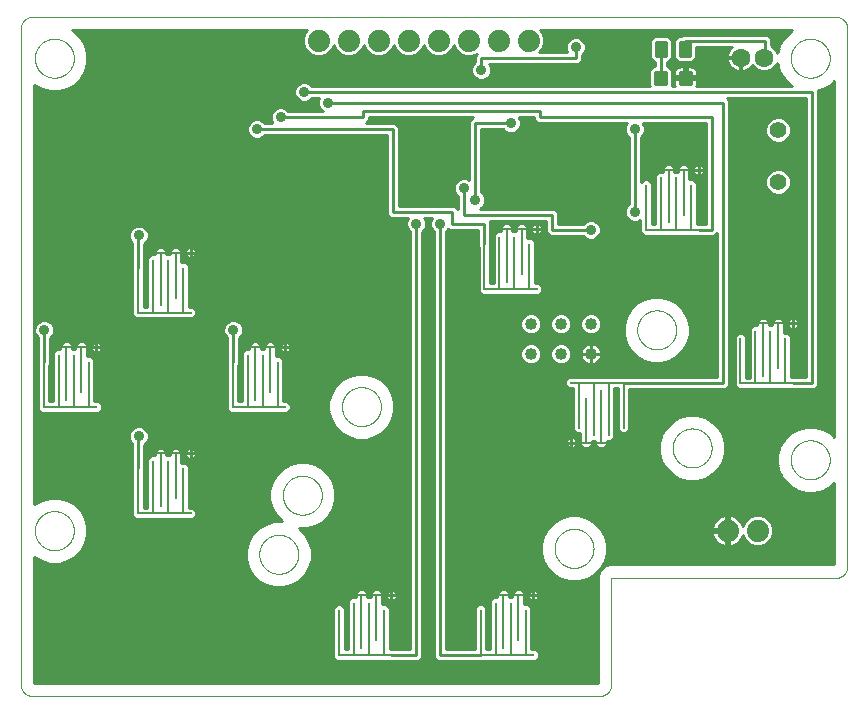
<source format=gtl>
G75*
%MOIN*%
%OFA0B0*%
%FSLAX25Y25*%
%IPPOS*%
%LPD*%
%AMOC8*
5,1,8,0,0,1.08239X$1,22.5*
%
%ADD10C,0.00000*%
%ADD11C,0.00800*%
%ADD12C,0.00800*%
%ADD13C,0.07400*%
%ADD14C,0.04000*%
%ADD15C,0.05543*%
%ADD16C,0.01602*%
%ADD17C,0.01606*%
%ADD18C,0.06299*%
%ADD19C,0.01000*%
%ADD20C,0.03569*%
D10*
X0005437Y0001500D02*
X0194413Y0001500D01*
X0194537Y0001502D01*
X0194660Y0001508D01*
X0194784Y0001517D01*
X0194906Y0001531D01*
X0195029Y0001548D01*
X0195151Y0001570D01*
X0195272Y0001595D01*
X0195392Y0001624D01*
X0195511Y0001656D01*
X0195630Y0001693D01*
X0195747Y0001733D01*
X0195862Y0001776D01*
X0195977Y0001824D01*
X0196089Y0001875D01*
X0196200Y0001929D01*
X0196310Y0001987D01*
X0196417Y0002048D01*
X0196523Y0002113D01*
X0196626Y0002181D01*
X0196727Y0002252D01*
X0196826Y0002326D01*
X0196923Y0002403D01*
X0197017Y0002484D01*
X0197108Y0002567D01*
X0197197Y0002653D01*
X0197283Y0002742D01*
X0197366Y0002833D01*
X0197447Y0002927D01*
X0197524Y0003024D01*
X0197598Y0003123D01*
X0197669Y0003224D01*
X0197737Y0003327D01*
X0197802Y0003433D01*
X0197863Y0003540D01*
X0197921Y0003650D01*
X0197975Y0003761D01*
X0198026Y0003873D01*
X0198074Y0003988D01*
X0198117Y0004103D01*
X0198157Y0004220D01*
X0198194Y0004339D01*
X0198226Y0004458D01*
X0198255Y0004578D01*
X0198280Y0004699D01*
X0198302Y0004821D01*
X0198319Y0004944D01*
X0198333Y0005066D01*
X0198342Y0005190D01*
X0198348Y0005313D01*
X0198350Y0005437D01*
X0198350Y0040870D01*
X0273154Y0040870D01*
X0273278Y0040872D01*
X0273401Y0040878D01*
X0273525Y0040887D01*
X0273647Y0040901D01*
X0273770Y0040918D01*
X0273892Y0040940D01*
X0274013Y0040965D01*
X0274133Y0040994D01*
X0274252Y0041026D01*
X0274371Y0041063D01*
X0274488Y0041103D01*
X0274603Y0041146D01*
X0274718Y0041194D01*
X0274830Y0041245D01*
X0274941Y0041299D01*
X0275051Y0041357D01*
X0275158Y0041418D01*
X0275264Y0041483D01*
X0275367Y0041551D01*
X0275468Y0041622D01*
X0275567Y0041696D01*
X0275664Y0041773D01*
X0275758Y0041854D01*
X0275849Y0041937D01*
X0275938Y0042023D01*
X0276024Y0042112D01*
X0276107Y0042203D01*
X0276188Y0042297D01*
X0276265Y0042394D01*
X0276339Y0042493D01*
X0276410Y0042594D01*
X0276478Y0042697D01*
X0276543Y0042803D01*
X0276604Y0042910D01*
X0276662Y0043020D01*
X0276716Y0043131D01*
X0276767Y0043243D01*
X0276815Y0043358D01*
X0276858Y0043473D01*
X0276898Y0043590D01*
X0276935Y0043709D01*
X0276967Y0043828D01*
X0276996Y0043948D01*
X0277021Y0044069D01*
X0277043Y0044191D01*
X0277060Y0044314D01*
X0277074Y0044436D01*
X0277083Y0044560D01*
X0277089Y0044683D01*
X0277091Y0044807D01*
X0277091Y0223941D01*
X0277089Y0224065D01*
X0277083Y0224188D01*
X0277074Y0224312D01*
X0277060Y0224434D01*
X0277043Y0224557D01*
X0277021Y0224679D01*
X0276996Y0224800D01*
X0276967Y0224920D01*
X0276935Y0225039D01*
X0276898Y0225158D01*
X0276858Y0225275D01*
X0276815Y0225390D01*
X0276767Y0225505D01*
X0276716Y0225617D01*
X0276662Y0225728D01*
X0276604Y0225838D01*
X0276543Y0225945D01*
X0276478Y0226051D01*
X0276410Y0226154D01*
X0276339Y0226255D01*
X0276265Y0226354D01*
X0276188Y0226451D01*
X0276107Y0226545D01*
X0276024Y0226636D01*
X0275938Y0226725D01*
X0275849Y0226811D01*
X0275758Y0226894D01*
X0275664Y0226975D01*
X0275567Y0227052D01*
X0275468Y0227126D01*
X0275367Y0227197D01*
X0275264Y0227265D01*
X0275158Y0227330D01*
X0275051Y0227391D01*
X0274941Y0227449D01*
X0274830Y0227503D01*
X0274718Y0227554D01*
X0274603Y0227602D01*
X0274488Y0227645D01*
X0274371Y0227685D01*
X0274252Y0227722D01*
X0274133Y0227754D01*
X0274013Y0227783D01*
X0273892Y0227808D01*
X0273770Y0227830D01*
X0273647Y0227847D01*
X0273525Y0227861D01*
X0273401Y0227870D01*
X0273278Y0227876D01*
X0273154Y0227878D01*
X0005437Y0227878D01*
X0005313Y0227876D01*
X0005190Y0227870D01*
X0005066Y0227861D01*
X0004944Y0227847D01*
X0004821Y0227830D01*
X0004699Y0227808D01*
X0004578Y0227783D01*
X0004458Y0227754D01*
X0004339Y0227722D01*
X0004220Y0227685D01*
X0004103Y0227645D01*
X0003988Y0227602D01*
X0003873Y0227554D01*
X0003761Y0227503D01*
X0003650Y0227449D01*
X0003540Y0227391D01*
X0003433Y0227330D01*
X0003327Y0227265D01*
X0003224Y0227197D01*
X0003123Y0227126D01*
X0003024Y0227052D01*
X0002927Y0226975D01*
X0002833Y0226894D01*
X0002742Y0226811D01*
X0002653Y0226725D01*
X0002567Y0226636D01*
X0002484Y0226545D01*
X0002403Y0226451D01*
X0002326Y0226354D01*
X0002252Y0226255D01*
X0002181Y0226154D01*
X0002113Y0226051D01*
X0002048Y0225945D01*
X0001987Y0225838D01*
X0001929Y0225728D01*
X0001875Y0225617D01*
X0001824Y0225505D01*
X0001776Y0225390D01*
X0001733Y0225275D01*
X0001693Y0225158D01*
X0001656Y0225039D01*
X0001624Y0224920D01*
X0001595Y0224800D01*
X0001570Y0224679D01*
X0001548Y0224557D01*
X0001531Y0224434D01*
X0001517Y0224312D01*
X0001508Y0224188D01*
X0001502Y0224065D01*
X0001500Y0223941D01*
X0001500Y0005437D01*
X0001502Y0005313D01*
X0001508Y0005190D01*
X0001517Y0005066D01*
X0001531Y0004944D01*
X0001548Y0004821D01*
X0001570Y0004699D01*
X0001595Y0004578D01*
X0001624Y0004458D01*
X0001656Y0004339D01*
X0001693Y0004220D01*
X0001733Y0004103D01*
X0001776Y0003988D01*
X0001824Y0003873D01*
X0001875Y0003761D01*
X0001929Y0003650D01*
X0001987Y0003540D01*
X0002048Y0003433D01*
X0002113Y0003327D01*
X0002181Y0003224D01*
X0002252Y0003123D01*
X0002326Y0003024D01*
X0002403Y0002927D01*
X0002484Y0002833D01*
X0002567Y0002742D01*
X0002653Y0002653D01*
X0002742Y0002567D01*
X0002833Y0002484D01*
X0002927Y0002403D01*
X0003024Y0002326D01*
X0003123Y0002252D01*
X0003224Y0002181D01*
X0003327Y0002113D01*
X0003433Y0002048D01*
X0003540Y0001987D01*
X0003650Y0001929D01*
X0003761Y0001875D01*
X0003873Y0001824D01*
X0003988Y0001776D01*
X0004103Y0001733D01*
X0004220Y0001693D01*
X0004339Y0001656D01*
X0004458Y0001624D01*
X0004578Y0001595D01*
X0004699Y0001570D01*
X0004821Y0001548D01*
X0004944Y0001531D01*
X0005066Y0001517D01*
X0005190Y0001508D01*
X0005313Y0001502D01*
X0005437Y0001500D01*
X0006220Y0056618D02*
X0006222Y0056779D01*
X0006228Y0056939D01*
X0006238Y0057100D01*
X0006252Y0057260D01*
X0006270Y0057420D01*
X0006291Y0057579D01*
X0006317Y0057738D01*
X0006347Y0057896D01*
X0006380Y0058053D01*
X0006418Y0058210D01*
X0006459Y0058365D01*
X0006504Y0058519D01*
X0006553Y0058672D01*
X0006606Y0058824D01*
X0006662Y0058975D01*
X0006723Y0059124D01*
X0006786Y0059272D01*
X0006854Y0059418D01*
X0006925Y0059562D01*
X0006999Y0059704D01*
X0007077Y0059845D01*
X0007159Y0059983D01*
X0007244Y0060120D01*
X0007332Y0060254D01*
X0007424Y0060386D01*
X0007519Y0060516D01*
X0007617Y0060644D01*
X0007718Y0060769D01*
X0007822Y0060891D01*
X0007929Y0061011D01*
X0008039Y0061128D01*
X0008152Y0061243D01*
X0008268Y0061354D01*
X0008387Y0061463D01*
X0008508Y0061568D01*
X0008632Y0061671D01*
X0008758Y0061771D01*
X0008886Y0061867D01*
X0009017Y0061960D01*
X0009151Y0062050D01*
X0009286Y0062137D01*
X0009424Y0062220D01*
X0009563Y0062300D01*
X0009705Y0062376D01*
X0009848Y0062449D01*
X0009993Y0062518D01*
X0010140Y0062584D01*
X0010288Y0062646D01*
X0010438Y0062704D01*
X0010589Y0062759D01*
X0010742Y0062810D01*
X0010896Y0062857D01*
X0011051Y0062900D01*
X0011207Y0062939D01*
X0011363Y0062975D01*
X0011521Y0063006D01*
X0011679Y0063034D01*
X0011838Y0063058D01*
X0011998Y0063078D01*
X0012158Y0063094D01*
X0012318Y0063106D01*
X0012479Y0063114D01*
X0012640Y0063118D01*
X0012800Y0063118D01*
X0012961Y0063114D01*
X0013122Y0063106D01*
X0013282Y0063094D01*
X0013442Y0063078D01*
X0013602Y0063058D01*
X0013761Y0063034D01*
X0013919Y0063006D01*
X0014077Y0062975D01*
X0014233Y0062939D01*
X0014389Y0062900D01*
X0014544Y0062857D01*
X0014698Y0062810D01*
X0014851Y0062759D01*
X0015002Y0062704D01*
X0015152Y0062646D01*
X0015300Y0062584D01*
X0015447Y0062518D01*
X0015592Y0062449D01*
X0015735Y0062376D01*
X0015877Y0062300D01*
X0016016Y0062220D01*
X0016154Y0062137D01*
X0016289Y0062050D01*
X0016423Y0061960D01*
X0016554Y0061867D01*
X0016682Y0061771D01*
X0016808Y0061671D01*
X0016932Y0061568D01*
X0017053Y0061463D01*
X0017172Y0061354D01*
X0017288Y0061243D01*
X0017401Y0061128D01*
X0017511Y0061011D01*
X0017618Y0060891D01*
X0017722Y0060769D01*
X0017823Y0060644D01*
X0017921Y0060516D01*
X0018016Y0060386D01*
X0018108Y0060254D01*
X0018196Y0060120D01*
X0018281Y0059983D01*
X0018363Y0059845D01*
X0018441Y0059704D01*
X0018515Y0059562D01*
X0018586Y0059418D01*
X0018654Y0059272D01*
X0018717Y0059124D01*
X0018778Y0058975D01*
X0018834Y0058824D01*
X0018887Y0058672D01*
X0018936Y0058519D01*
X0018981Y0058365D01*
X0019022Y0058210D01*
X0019060Y0058053D01*
X0019093Y0057896D01*
X0019123Y0057738D01*
X0019149Y0057579D01*
X0019170Y0057420D01*
X0019188Y0057260D01*
X0019202Y0057100D01*
X0019212Y0056939D01*
X0019218Y0056779D01*
X0019220Y0056618D01*
X0019218Y0056457D01*
X0019212Y0056297D01*
X0019202Y0056136D01*
X0019188Y0055976D01*
X0019170Y0055816D01*
X0019149Y0055657D01*
X0019123Y0055498D01*
X0019093Y0055340D01*
X0019060Y0055183D01*
X0019022Y0055026D01*
X0018981Y0054871D01*
X0018936Y0054717D01*
X0018887Y0054564D01*
X0018834Y0054412D01*
X0018778Y0054261D01*
X0018717Y0054112D01*
X0018654Y0053964D01*
X0018586Y0053818D01*
X0018515Y0053674D01*
X0018441Y0053532D01*
X0018363Y0053391D01*
X0018281Y0053253D01*
X0018196Y0053116D01*
X0018108Y0052982D01*
X0018016Y0052850D01*
X0017921Y0052720D01*
X0017823Y0052592D01*
X0017722Y0052467D01*
X0017618Y0052345D01*
X0017511Y0052225D01*
X0017401Y0052108D01*
X0017288Y0051993D01*
X0017172Y0051882D01*
X0017053Y0051773D01*
X0016932Y0051668D01*
X0016808Y0051565D01*
X0016682Y0051465D01*
X0016554Y0051369D01*
X0016423Y0051276D01*
X0016289Y0051186D01*
X0016154Y0051099D01*
X0016016Y0051016D01*
X0015877Y0050936D01*
X0015735Y0050860D01*
X0015592Y0050787D01*
X0015447Y0050718D01*
X0015300Y0050652D01*
X0015152Y0050590D01*
X0015002Y0050532D01*
X0014851Y0050477D01*
X0014698Y0050426D01*
X0014544Y0050379D01*
X0014389Y0050336D01*
X0014233Y0050297D01*
X0014077Y0050261D01*
X0013919Y0050230D01*
X0013761Y0050202D01*
X0013602Y0050178D01*
X0013442Y0050158D01*
X0013282Y0050142D01*
X0013122Y0050130D01*
X0012961Y0050122D01*
X0012800Y0050118D01*
X0012640Y0050118D01*
X0012479Y0050122D01*
X0012318Y0050130D01*
X0012158Y0050142D01*
X0011998Y0050158D01*
X0011838Y0050178D01*
X0011679Y0050202D01*
X0011521Y0050230D01*
X0011363Y0050261D01*
X0011207Y0050297D01*
X0011051Y0050336D01*
X0010896Y0050379D01*
X0010742Y0050426D01*
X0010589Y0050477D01*
X0010438Y0050532D01*
X0010288Y0050590D01*
X0010140Y0050652D01*
X0009993Y0050718D01*
X0009848Y0050787D01*
X0009705Y0050860D01*
X0009563Y0050936D01*
X0009424Y0051016D01*
X0009286Y0051099D01*
X0009151Y0051186D01*
X0009017Y0051276D01*
X0008886Y0051369D01*
X0008758Y0051465D01*
X0008632Y0051565D01*
X0008508Y0051668D01*
X0008387Y0051773D01*
X0008268Y0051882D01*
X0008152Y0051993D01*
X0008039Y0052108D01*
X0007929Y0052225D01*
X0007822Y0052345D01*
X0007718Y0052467D01*
X0007617Y0052592D01*
X0007519Y0052720D01*
X0007424Y0052850D01*
X0007332Y0052982D01*
X0007244Y0053116D01*
X0007159Y0053253D01*
X0007077Y0053391D01*
X0006999Y0053532D01*
X0006925Y0053674D01*
X0006854Y0053818D01*
X0006786Y0053964D01*
X0006723Y0054112D01*
X0006662Y0054261D01*
X0006606Y0054412D01*
X0006553Y0054564D01*
X0006504Y0054717D01*
X0006459Y0054871D01*
X0006418Y0055026D01*
X0006380Y0055183D01*
X0006347Y0055340D01*
X0006317Y0055498D01*
X0006291Y0055657D01*
X0006270Y0055816D01*
X0006252Y0055976D01*
X0006238Y0056136D01*
X0006228Y0056297D01*
X0006222Y0056457D01*
X0006220Y0056618D01*
X0081024Y0048744D02*
X0081026Y0048905D01*
X0081032Y0049065D01*
X0081042Y0049226D01*
X0081056Y0049386D01*
X0081074Y0049546D01*
X0081095Y0049705D01*
X0081121Y0049864D01*
X0081151Y0050022D01*
X0081184Y0050179D01*
X0081222Y0050336D01*
X0081263Y0050491D01*
X0081308Y0050645D01*
X0081357Y0050798D01*
X0081410Y0050950D01*
X0081466Y0051101D01*
X0081527Y0051250D01*
X0081590Y0051398D01*
X0081658Y0051544D01*
X0081729Y0051688D01*
X0081803Y0051830D01*
X0081881Y0051971D01*
X0081963Y0052109D01*
X0082048Y0052246D01*
X0082136Y0052380D01*
X0082228Y0052512D01*
X0082323Y0052642D01*
X0082421Y0052770D01*
X0082522Y0052895D01*
X0082626Y0053017D01*
X0082733Y0053137D01*
X0082843Y0053254D01*
X0082956Y0053369D01*
X0083072Y0053480D01*
X0083191Y0053589D01*
X0083312Y0053694D01*
X0083436Y0053797D01*
X0083562Y0053897D01*
X0083690Y0053993D01*
X0083821Y0054086D01*
X0083955Y0054176D01*
X0084090Y0054263D01*
X0084228Y0054346D01*
X0084367Y0054426D01*
X0084509Y0054502D01*
X0084652Y0054575D01*
X0084797Y0054644D01*
X0084944Y0054710D01*
X0085092Y0054772D01*
X0085242Y0054830D01*
X0085393Y0054885D01*
X0085546Y0054936D01*
X0085700Y0054983D01*
X0085855Y0055026D01*
X0086011Y0055065D01*
X0086167Y0055101D01*
X0086325Y0055132D01*
X0086483Y0055160D01*
X0086642Y0055184D01*
X0086802Y0055204D01*
X0086962Y0055220D01*
X0087122Y0055232D01*
X0087283Y0055240D01*
X0087444Y0055244D01*
X0087604Y0055244D01*
X0087765Y0055240D01*
X0087926Y0055232D01*
X0088086Y0055220D01*
X0088246Y0055204D01*
X0088406Y0055184D01*
X0088565Y0055160D01*
X0088723Y0055132D01*
X0088881Y0055101D01*
X0089037Y0055065D01*
X0089193Y0055026D01*
X0089348Y0054983D01*
X0089502Y0054936D01*
X0089655Y0054885D01*
X0089806Y0054830D01*
X0089956Y0054772D01*
X0090104Y0054710D01*
X0090251Y0054644D01*
X0090396Y0054575D01*
X0090539Y0054502D01*
X0090681Y0054426D01*
X0090820Y0054346D01*
X0090958Y0054263D01*
X0091093Y0054176D01*
X0091227Y0054086D01*
X0091358Y0053993D01*
X0091486Y0053897D01*
X0091612Y0053797D01*
X0091736Y0053694D01*
X0091857Y0053589D01*
X0091976Y0053480D01*
X0092092Y0053369D01*
X0092205Y0053254D01*
X0092315Y0053137D01*
X0092422Y0053017D01*
X0092526Y0052895D01*
X0092627Y0052770D01*
X0092725Y0052642D01*
X0092820Y0052512D01*
X0092912Y0052380D01*
X0093000Y0052246D01*
X0093085Y0052109D01*
X0093167Y0051971D01*
X0093245Y0051830D01*
X0093319Y0051688D01*
X0093390Y0051544D01*
X0093458Y0051398D01*
X0093521Y0051250D01*
X0093582Y0051101D01*
X0093638Y0050950D01*
X0093691Y0050798D01*
X0093740Y0050645D01*
X0093785Y0050491D01*
X0093826Y0050336D01*
X0093864Y0050179D01*
X0093897Y0050022D01*
X0093927Y0049864D01*
X0093953Y0049705D01*
X0093974Y0049546D01*
X0093992Y0049386D01*
X0094006Y0049226D01*
X0094016Y0049065D01*
X0094022Y0048905D01*
X0094024Y0048744D01*
X0094022Y0048583D01*
X0094016Y0048423D01*
X0094006Y0048262D01*
X0093992Y0048102D01*
X0093974Y0047942D01*
X0093953Y0047783D01*
X0093927Y0047624D01*
X0093897Y0047466D01*
X0093864Y0047309D01*
X0093826Y0047152D01*
X0093785Y0046997D01*
X0093740Y0046843D01*
X0093691Y0046690D01*
X0093638Y0046538D01*
X0093582Y0046387D01*
X0093521Y0046238D01*
X0093458Y0046090D01*
X0093390Y0045944D01*
X0093319Y0045800D01*
X0093245Y0045658D01*
X0093167Y0045517D01*
X0093085Y0045379D01*
X0093000Y0045242D01*
X0092912Y0045108D01*
X0092820Y0044976D01*
X0092725Y0044846D01*
X0092627Y0044718D01*
X0092526Y0044593D01*
X0092422Y0044471D01*
X0092315Y0044351D01*
X0092205Y0044234D01*
X0092092Y0044119D01*
X0091976Y0044008D01*
X0091857Y0043899D01*
X0091736Y0043794D01*
X0091612Y0043691D01*
X0091486Y0043591D01*
X0091358Y0043495D01*
X0091227Y0043402D01*
X0091093Y0043312D01*
X0090958Y0043225D01*
X0090820Y0043142D01*
X0090681Y0043062D01*
X0090539Y0042986D01*
X0090396Y0042913D01*
X0090251Y0042844D01*
X0090104Y0042778D01*
X0089956Y0042716D01*
X0089806Y0042658D01*
X0089655Y0042603D01*
X0089502Y0042552D01*
X0089348Y0042505D01*
X0089193Y0042462D01*
X0089037Y0042423D01*
X0088881Y0042387D01*
X0088723Y0042356D01*
X0088565Y0042328D01*
X0088406Y0042304D01*
X0088246Y0042284D01*
X0088086Y0042268D01*
X0087926Y0042256D01*
X0087765Y0042248D01*
X0087604Y0042244D01*
X0087444Y0042244D01*
X0087283Y0042248D01*
X0087122Y0042256D01*
X0086962Y0042268D01*
X0086802Y0042284D01*
X0086642Y0042304D01*
X0086483Y0042328D01*
X0086325Y0042356D01*
X0086167Y0042387D01*
X0086011Y0042423D01*
X0085855Y0042462D01*
X0085700Y0042505D01*
X0085546Y0042552D01*
X0085393Y0042603D01*
X0085242Y0042658D01*
X0085092Y0042716D01*
X0084944Y0042778D01*
X0084797Y0042844D01*
X0084652Y0042913D01*
X0084509Y0042986D01*
X0084367Y0043062D01*
X0084228Y0043142D01*
X0084090Y0043225D01*
X0083955Y0043312D01*
X0083821Y0043402D01*
X0083690Y0043495D01*
X0083562Y0043591D01*
X0083436Y0043691D01*
X0083312Y0043794D01*
X0083191Y0043899D01*
X0083072Y0044008D01*
X0082956Y0044119D01*
X0082843Y0044234D01*
X0082733Y0044351D01*
X0082626Y0044471D01*
X0082522Y0044593D01*
X0082421Y0044718D01*
X0082323Y0044846D01*
X0082228Y0044976D01*
X0082136Y0045108D01*
X0082048Y0045242D01*
X0081963Y0045379D01*
X0081881Y0045517D01*
X0081803Y0045658D01*
X0081729Y0045800D01*
X0081658Y0045944D01*
X0081590Y0046090D01*
X0081527Y0046238D01*
X0081466Y0046387D01*
X0081410Y0046538D01*
X0081357Y0046690D01*
X0081308Y0046843D01*
X0081263Y0046997D01*
X0081222Y0047152D01*
X0081184Y0047309D01*
X0081151Y0047466D01*
X0081121Y0047624D01*
X0081095Y0047783D01*
X0081074Y0047942D01*
X0081056Y0048102D01*
X0081042Y0048262D01*
X0081032Y0048423D01*
X0081026Y0048583D01*
X0081024Y0048744D01*
X0088898Y0068429D02*
X0088900Y0068590D01*
X0088906Y0068750D01*
X0088916Y0068911D01*
X0088930Y0069071D01*
X0088948Y0069231D01*
X0088969Y0069390D01*
X0088995Y0069549D01*
X0089025Y0069707D01*
X0089058Y0069864D01*
X0089096Y0070021D01*
X0089137Y0070176D01*
X0089182Y0070330D01*
X0089231Y0070483D01*
X0089284Y0070635D01*
X0089340Y0070786D01*
X0089401Y0070935D01*
X0089464Y0071083D01*
X0089532Y0071229D01*
X0089603Y0071373D01*
X0089677Y0071515D01*
X0089755Y0071656D01*
X0089837Y0071794D01*
X0089922Y0071931D01*
X0090010Y0072065D01*
X0090102Y0072197D01*
X0090197Y0072327D01*
X0090295Y0072455D01*
X0090396Y0072580D01*
X0090500Y0072702D01*
X0090607Y0072822D01*
X0090717Y0072939D01*
X0090830Y0073054D01*
X0090946Y0073165D01*
X0091065Y0073274D01*
X0091186Y0073379D01*
X0091310Y0073482D01*
X0091436Y0073582D01*
X0091564Y0073678D01*
X0091695Y0073771D01*
X0091829Y0073861D01*
X0091964Y0073948D01*
X0092102Y0074031D01*
X0092241Y0074111D01*
X0092383Y0074187D01*
X0092526Y0074260D01*
X0092671Y0074329D01*
X0092818Y0074395D01*
X0092966Y0074457D01*
X0093116Y0074515D01*
X0093267Y0074570D01*
X0093420Y0074621D01*
X0093574Y0074668D01*
X0093729Y0074711D01*
X0093885Y0074750D01*
X0094041Y0074786D01*
X0094199Y0074817D01*
X0094357Y0074845D01*
X0094516Y0074869D01*
X0094676Y0074889D01*
X0094836Y0074905D01*
X0094996Y0074917D01*
X0095157Y0074925D01*
X0095318Y0074929D01*
X0095478Y0074929D01*
X0095639Y0074925D01*
X0095800Y0074917D01*
X0095960Y0074905D01*
X0096120Y0074889D01*
X0096280Y0074869D01*
X0096439Y0074845D01*
X0096597Y0074817D01*
X0096755Y0074786D01*
X0096911Y0074750D01*
X0097067Y0074711D01*
X0097222Y0074668D01*
X0097376Y0074621D01*
X0097529Y0074570D01*
X0097680Y0074515D01*
X0097830Y0074457D01*
X0097978Y0074395D01*
X0098125Y0074329D01*
X0098270Y0074260D01*
X0098413Y0074187D01*
X0098555Y0074111D01*
X0098694Y0074031D01*
X0098832Y0073948D01*
X0098967Y0073861D01*
X0099101Y0073771D01*
X0099232Y0073678D01*
X0099360Y0073582D01*
X0099486Y0073482D01*
X0099610Y0073379D01*
X0099731Y0073274D01*
X0099850Y0073165D01*
X0099966Y0073054D01*
X0100079Y0072939D01*
X0100189Y0072822D01*
X0100296Y0072702D01*
X0100400Y0072580D01*
X0100501Y0072455D01*
X0100599Y0072327D01*
X0100694Y0072197D01*
X0100786Y0072065D01*
X0100874Y0071931D01*
X0100959Y0071794D01*
X0101041Y0071656D01*
X0101119Y0071515D01*
X0101193Y0071373D01*
X0101264Y0071229D01*
X0101332Y0071083D01*
X0101395Y0070935D01*
X0101456Y0070786D01*
X0101512Y0070635D01*
X0101565Y0070483D01*
X0101614Y0070330D01*
X0101659Y0070176D01*
X0101700Y0070021D01*
X0101738Y0069864D01*
X0101771Y0069707D01*
X0101801Y0069549D01*
X0101827Y0069390D01*
X0101848Y0069231D01*
X0101866Y0069071D01*
X0101880Y0068911D01*
X0101890Y0068750D01*
X0101896Y0068590D01*
X0101898Y0068429D01*
X0101896Y0068268D01*
X0101890Y0068108D01*
X0101880Y0067947D01*
X0101866Y0067787D01*
X0101848Y0067627D01*
X0101827Y0067468D01*
X0101801Y0067309D01*
X0101771Y0067151D01*
X0101738Y0066994D01*
X0101700Y0066837D01*
X0101659Y0066682D01*
X0101614Y0066528D01*
X0101565Y0066375D01*
X0101512Y0066223D01*
X0101456Y0066072D01*
X0101395Y0065923D01*
X0101332Y0065775D01*
X0101264Y0065629D01*
X0101193Y0065485D01*
X0101119Y0065343D01*
X0101041Y0065202D01*
X0100959Y0065064D01*
X0100874Y0064927D01*
X0100786Y0064793D01*
X0100694Y0064661D01*
X0100599Y0064531D01*
X0100501Y0064403D01*
X0100400Y0064278D01*
X0100296Y0064156D01*
X0100189Y0064036D01*
X0100079Y0063919D01*
X0099966Y0063804D01*
X0099850Y0063693D01*
X0099731Y0063584D01*
X0099610Y0063479D01*
X0099486Y0063376D01*
X0099360Y0063276D01*
X0099232Y0063180D01*
X0099101Y0063087D01*
X0098967Y0062997D01*
X0098832Y0062910D01*
X0098694Y0062827D01*
X0098555Y0062747D01*
X0098413Y0062671D01*
X0098270Y0062598D01*
X0098125Y0062529D01*
X0097978Y0062463D01*
X0097830Y0062401D01*
X0097680Y0062343D01*
X0097529Y0062288D01*
X0097376Y0062237D01*
X0097222Y0062190D01*
X0097067Y0062147D01*
X0096911Y0062108D01*
X0096755Y0062072D01*
X0096597Y0062041D01*
X0096439Y0062013D01*
X0096280Y0061989D01*
X0096120Y0061969D01*
X0095960Y0061953D01*
X0095800Y0061941D01*
X0095639Y0061933D01*
X0095478Y0061929D01*
X0095318Y0061929D01*
X0095157Y0061933D01*
X0094996Y0061941D01*
X0094836Y0061953D01*
X0094676Y0061969D01*
X0094516Y0061989D01*
X0094357Y0062013D01*
X0094199Y0062041D01*
X0094041Y0062072D01*
X0093885Y0062108D01*
X0093729Y0062147D01*
X0093574Y0062190D01*
X0093420Y0062237D01*
X0093267Y0062288D01*
X0093116Y0062343D01*
X0092966Y0062401D01*
X0092818Y0062463D01*
X0092671Y0062529D01*
X0092526Y0062598D01*
X0092383Y0062671D01*
X0092241Y0062747D01*
X0092102Y0062827D01*
X0091964Y0062910D01*
X0091829Y0062997D01*
X0091695Y0063087D01*
X0091564Y0063180D01*
X0091436Y0063276D01*
X0091310Y0063376D01*
X0091186Y0063479D01*
X0091065Y0063584D01*
X0090946Y0063693D01*
X0090830Y0063804D01*
X0090717Y0063919D01*
X0090607Y0064036D01*
X0090500Y0064156D01*
X0090396Y0064278D01*
X0090295Y0064403D01*
X0090197Y0064531D01*
X0090102Y0064661D01*
X0090010Y0064793D01*
X0089922Y0064927D01*
X0089837Y0065064D01*
X0089755Y0065202D01*
X0089677Y0065343D01*
X0089603Y0065485D01*
X0089532Y0065629D01*
X0089464Y0065775D01*
X0089401Y0065923D01*
X0089340Y0066072D01*
X0089284Y0066223D01*
X0089231Y0066375D01*
X0089182Y0066528D01*
X0089137Y0066682D01*
X0089096Y0066837D01*
X0089058Y0066994D01*
X0089025Y0067151D01*
X0088995Y0067309D01*
X0088969Y0067468D01*
X0088948Y0067627D01*
X0088930Y0067787D01*
X0088916Y0067947D01*
X0088906Y0068108D01*
X0088900Y0068268D01*
X0088898Y0068429D01*
X0108583Y0097957D02*
X0108585Y0098118D01*
X0108591Y0098278D01*
X0108601Y0098439D01*
X0108615Y0098599D01*
X0108633Y0098759D01*
X0108654Y0098918D01*
X0108680Y0099077D01*
X0108710Y0099235D01*
X0108743Y0099392D01*
X0108781Y0099549D01*
X0108822Y0099704D01*
X0108867Y0099858D01*
X0108916Y0100011D01*
X0108969Y0100163D01*
X0109025Y0100314D01*
X0109086Y0100463D01*
X0109149Y0100611D01*
X0109217Y0100757D01*
X0109288Y0100901D01*
X0109362Y0101043D01*
X0109440Y0101184D01*
X0109522Y0101322D01*
X0109607Y0101459D01*
X0109695Y0101593D01*
X0109787Y0101725D01*
X0109882Y0101855D01*
X0109980Y0101983D01*
X0110081Y0102108D01*
X0110185Y0102230D01*
X0110292Y0102350D01*
X0110402Y0102467D01*
X0110515Y0102582D01*
X0110631Y0102693D01*
X0110750Y0102802D01*
X0110871Y0102907D01*
X0110995Y0103010D01*
X0111121Y0103110D01*
X0111249Y0103206D01*
X0111380Y0103299D01*
X0111514Y0103389D01*
X0111649Y0103476D01*
X0111787Y0103559D01*
X0111926Y0103639D01*
X0112068Y0103715D01*
X0112211Y0103788D01*
X0112356Y0103857D01*
X0112503Y0103923D01*
X0112651Y0103985D01*
X0112801Y0104043D01*
X0112952Y0104098D01*
X0113105Y0104149D01*
X0113259Y0104196D01*
X0113414Y0104239D01*
X0113570Y0104278D01*
X0113726Y0104314D01*
X0113884Y0104345D01*
X0114042Y0104373D01*
X0114201Y0104397D01*
X0114361Y0104417D01*
X0114521Y0104433D01*
X0114681Y0104445D01*
X0114842Y0104453D01*
X0115003Y0104457D01*
X0115163Y0104457D01*
X0115324Y0104453D01*
X0115485Y0104445D01*
X0115645Y0104433D01*
X0115805Y0104417D01*
X0115965Y0104397D01*
X0116124Y0104373D01*
X0116282Y0104345D01*
X0116440Y0104314D01*
X0116596Y0104278D01*
X0116752Y0104239D01*
X0116907Y0104196D01*
X0117061Y0104149D01*
X0117214Y0104098D01*
X0117365Y0104043D01*
X0117515Y0103985D01*
X0117663Y0103923D01*
X0117810Y0103857D01*
X0117955Y0103788D01*
X0118098Y0103715D01*
X0118240Y0103639D01*
X0118379Y0103559D01*
X0118517Y0103476D01*
X0118652Y0103389D01*
X0118786Y0103299D01*
X0118917Y0103206D01*
X0119045Y0103110D01*
X0119171Y0103010D01*
X0119295Y0102907D01*
X0119416Y0102802D01*
X0119535Y0102693D01*
X0119651Y0102582D01*
X0119764Y0102467D01*
X0119874Y0102350D01*
X0119981Y0102230D01*
X0120085Y0102108D01*
X0120186Y0101983D01*
X0120284Y0101855D01*
X0120379Y0101725D01*
X0120471Y0101593D01*
X0120559Y0101459D01*
X0120644Y0101322D01*
X0120726Y0101184D01*
X0120804Y0101043D01*
X0120878Y0100901D01*
X0120949Y0100757D01*
X0121017Y0100611D01*
X0121080Y0100463D01*
X0121141Y0100314D01*
X0121197Y0100163D01*
X0121250Y0100011D01*
X0121299Y0099858D01*
X0121344Y0099704D01*
X0121385Y0099549D01*
X0121423Y0099392D01*
X0121456Y0099235D01*
X0121486Y0099077D01*
X0121512Y0098918D01*
X0121533Y0098759D01*
X0121551Y0098599D01*
X0121565Y0098439D01*
X0121575Y0098278D01*
X0121581Y0098118D01*
X0121583Y0097957D01*
X0121581Y0097796D01*
X0121575Y0097636D01*
X0121565Y0097475D01*
X0121551Y0097315D01*
X0121533Y0097155D01*
X0121512Y0096996D01*
X0121486Y0096837D01*
X0121456Y0096679D01*
X0121423Y0096522D01*
X0121385Y0096365D01*
X0121344Y0096210D01*
X0121299Y0096056D01*
X0121250Y0095903D01*
X0121197Y0095751D01*
X0121141Y0095600D01*
X0121080Y0095451D01*
X0121017Y0095303D01*
X0120949Y0095157D01*
X0120878Y0095013D01*
X0120804Y0094871D01*
X0120726Y0094730D01*
X0120644Y0094592D01*
X0120559Y0094455D01*
X0120471Y0094321D01*
X0120379Y0094189D01*
X0120284Y0094059D01*
X0120186Y0093931D01*
X0120085Y0093806D01*
X0119981Y0093684D01*
X0119874Y0093564D01*
X0119764Y0093447D01*
X0119651Y0093332D01*
X0119535Y0093221D01*
X0119416Y0093112D01*
X0119295Y0093007D01*
X0119171Y0092904D01*
X0119045Y0092804D01*
X0118917Y0092708D01*
X0118786Y0092615D01*
X0118652Y0092525D01*
X0118517Y0092438D01*
X0118379Y0092355D01*
X0118240Y0092275D01*
X0118098Y0092199D01*
X0117955Y0092126D01*
X0117810Y0092057D01*
X0117663Y0091991D01*
X0117515Y0091929D01*
X0117365Y0091871D01*
X0117214Y0091816D01*
X0117061Y0091765D01*
X0116907Y0091718D01*
X0116752Y0091675D01*
X0116596Y0091636D01*
X0116440Y0091600D01*
X0116282Y0091569D01*
X0116124Y0091541D01*
X0115965Y0091517D01*
X0115805Y0091497D01*
X0115645Y0091481D01*
X0115485Y0091469D01*
X0115324Y0091461D01*
X0115163Y0091457D01*
X0115003Y0091457D01*
X0114842Y0091461D01*
X0114681Y0091469D01*
X0114521Y0091481D01*
X0114361Y0091497D01*
X0114201Y0091517D01*
X0114042Y0091541D01*
X0113884Y0091569D01*
X0113726Y0091600D01*
X0113570Y0091636D01*
X0113414Y0091675D01*
X0113259Y0091718D01*
X0113105Y0091765D01*
X0112952Y0091816D01*
X0112801Y0091871D01*
X0112651Y0091929D01*
X0112503Y0091991D01*
X0112356Y0092057D01*
X0112211Y0092126D01*
X0112068Y0092199D01*
X0111926Y0092275D01*
X0111787Y0092355D01*
X0111649Y0092438D01*
X0111514Y0092525D01*
X0111380Y0092615D01*
X0111249Y0092708D01*
X0111121Y0092804D01*
X0110995Y0092904D01*
X0110871Y0093007D01*
X0110750Y0093112D01*
X0110631Y0093221D01*
X0110515Y0093332D01*
X0110402Y0093447D01*
X0110292Y0093564D01*
X0110185Y0093684D01*
X0110081Y0093806D01*
X0109980Y0093931D01*
X0109882Y0094059D01*
X0109787Y0094189D01*
X0109695Y0094321D01*
X0109607Y0094455D01*
X0109522Y0094592D01*
X0109440Y0094730D01*
X0109362Y0094871D01*
X0109288Y0095013D01*
X0109217Y0095157D01*
X0109149Y0095303D01*
X0109086Y0095451D01*
X0109025Y0095600D01*
X0108969Y0095751D01*
X0108916Y0095903D01*
X0108867Y0096056D01*
X0108822Y0096210D01*
X0108781Y0096365D01*
X0108743Y0096522D01*
X0108710Y0096679D01*
X0108680Y0096837D01*
X0108654Y0096996D01*
X0108633Y0097155D01*
X0108615Y0097315D01*
X0108601Y0097475D01*
X0108591Y0097636D01*
X0108585Y0097796D01*
X0108583Y0097957D01*
X0179449Y0050713D02*
X0179451Y0050874D01*
X0179457Y0051034D01*
X0179467Y0051195D01*
X0179481Y0051355D01*
X0179499Y0051515D01*
X0179520Y0051674D01*
X0179546Y0051833D01*
X0179576Y0051991D01*
X0179609Y0052148D01*
X0179647Y0052305D01*
X0179688Y0052460D01*
X0179733Y0052614D01*
X0179782Y0052767D01*
X0179835Y0052919D01*
X0179891Y0053070D01*
X0179952Y0053219D01*
X0180015Y0053367D01*
X0180083Y0053513D01*
X0180154Y0053657D01*
X0180228Y0053799D01*
X0180306Y0053940D01*
X0180388Y0054078D01*
X0180473Y0054215D01*
X0180561Y0054349D01*
X0180653Y0054481D01*
X0180748Y0054611D01*
X0180846Y0054739D01*
X0180947Y0054864D01*
X0181051Y0054986D01*
X0181158Y0055106D01*
X0181268Y0055223D01*
X0181381Y0055338D01*
X0181497Y0055449D01*
X0181616Y0055558D01*
X0181737Y0055663D01*
X0181861Y0055766D01*
X0181987Y0055866D01*
X0182115Y0055962D01*
X0182246Y0056055D01*
X0182380Y0056145D01*
X0182515Y0056232D01*
X0182653Y0056315D01*
X0182792Y0056395D01*
X0182934Y0056471D01*
X0183077Y0056544D01*
X0183222Y0056613D01*
X0183369Y0056679D01*
X0183517Y0056741D01*
X0183667Y0056799D01*
X0183818Y0056854D01*
X0183971Y0056905D01*
X0184125Y0056952D01*
X0184280Y0056995D01*
X0184436Y0057034D01*
X0184592Y0057070D01*
X0184750Y0057101D01*
X0184908Y0057129D01*
X0185067Y0057153D01*
X0185227Y0057173D01*
X0185387Y0057189D01*
X0185547Y0057201D01*
X0185708Y0057209D01*
X0185869Y0057213D01*
X0186029Y0057213D01*
X0186190Y0057209D01*
X0186351Y0057201D01*
X0186511Y0057189D01*
X0186671Y0057173D01*
X0186831Y0057153D01*
X0186990Y0057129D01*
X0187148Y0057101D01*
X0187306Y0057070D01*
X0187462Y0057034D01*
X0187618Y0056995D01*
X0187773Y0056952D01*
X0187927Y0056905D01*
X0188080Y0056854D01*
X0188231Y0056799D01*
X0188381Y0056741D01*
X0188529Y0056679D01*
X0188676Y0056613D01*
X0188821Y0056544D01*
X0188964Y0056471D01*
X0189106Y0056395D01*
X0189245Y0056315D01*
X0189383Y0056232D01*
X0189518Y0056145D01*
X0189652Y0056055D01*
X0189783Y0055962D01*
X0189911Y0055866D01*
X0190037Y0055766D01*
X0190161Y0055663D01*
X0190282Y0055558D01*
X0190401Y0055449D01*
X0190517Y0055338D01*
X0190630Y0055223D01*
X0190740Y0055106D01*
X0190847Y0054986D01*
X0190951Y0054864D01*
X0191052Y0054739D01*
X0191150Y0054611D01*
X0191245Y0054481D01*
X0191337Y0054349D01*
X0191425Y0054215D01*
X0191510Y0054078D01*
X0191592Y0053940D01*
X0191670Y0053799D01*
X0191744Y0053657D01*
X0191815Y0053513D01*
X0191883Y0053367D01*
X0191946Y0053219D01*
X0192007Y0053070D01*
X0192063Y0052919D01*
X0192116Y0052767D01*
X0192165Y0052614D01*
X0192210Y0052460D01*
X0192251Y0052305D01*
X0192289Y0052148D01*
X0192322Y0051991D01*
X0192352Y0051833D01*
X0192378Y0051674D01*
X0192399Y0051515D01*
X0192417Y0051355D01*
X0192431Y0051195D01*
X0192441Y0051034D01*
X0192447Y0050874D01*
X0192449Y0050713D01*
X0192447Y0050552D01*
X0192441Y0050392D01*
X0192431Y0050231D01*
X0192417Y0050071D01*
X0192399Y0049911D01*
X0192378Y0049752D01*
X0192352Y0049593D01*
X0192322Y0049435D01*
X0192289Y0049278D01*
X0192251Y0049121D01*
X0192210Y0048966D01*
X0192165Y0048812D01*
X0192116Y0048659D01*
X0192063Y0048507D01*
X0192007Y0048356D01*
X0191946Y0048207D01*
X0191883Y0048059D01*
X0191815Y0047913D01*
X0191744Y0047769D01*
X0191670Y0047627D01*
X0191592Y0047486D01*
X0191510Y0047348D01*
X0191425Y0047211D01*
X0191337Y0047077D01*
X0191245Y0046945D01*
X0191150Y0046815D01*
X0191052Y0046687D01*
X0190951Y0046562D01*
X0190847Y0046440D01*
X0190740Y0046320D01*
X0190630Y0046203D01*
X0190517Y0046088D01*
X0190401Y0045977D01*
X0190282Y0045868D01*
X0190161Y0045763D01*
X0190037Y0045660D01*
X0189911Y0045560D01*
X0189783Y0045464D01*
X0189652Y0045371D01*
X0189518Y0045281D01*
X0189383Y0045194D01*
X0189245Y0045111D01*
X0189106Y0045031D01*
X0188964Y0044955D01*
X0188821Y0044882D01*
X0188676Y0044813D01*
X0188529Y0044747D01*
X0188381Y0044685D01*
X0188231Y0044627D01*
X0188080Y0044572D01*
X0187927Y0044521D01*
X0187773Y0044474D01*
X0187618Y0044431D01*
X0187462Y0044392D01*
X0187306Y0044356D01*
X0187148Y0044325D01*
X0186990Y0044297D01*
X0186831Y0044273D01*
X0186671Y0044253D01*
X0186511Y0044237D01*
X0186351Y0044225D01*
X0186190Y0044217D01*
X0186029Y0044213D01*
X0185869Y0044213D01*
X0185708Y0044217D01*
X0185547Y0044225D01*
X0185387Y0044237D01*
X0185227Y0044253D01*
X0185067Y0044273D01*
X0184908Y0044297D01*
X0184750Y0044325D01*
X0184592Y0044356D01*
X0184436Y0044392D01*
X0184280Y0044431D01*
X0184125Y0044474D01*
X0183971Y0044521D01*
X0183818Y0044572D01*
X0183667Y0044627D01*
X0183517Y0044685D01*
X0183369Y0044747D01*
X0183222Y0044813D01*
X0183077Y0044882D01*
X0182934Y0044955D01*
X0182792Y0045031D01*
X0182653Y0045111D01*
X0182515Y0045194D01*
X0182380Y0045281D01*
X0182246Y0045371D01*
X0182115Y0045464D01*
X0181987Y0045560D01*
X0181861Y0045660D01*
X0181737Y0045763D01*
X0181616Y0045868D01*
X0181497Y0045977D01*
X0181381Y0046088D01*
X0181268Y0046203D01*
X0181158Y0046320D01*
X0181051Y0046440D01*
X0180947Y0046562D01*
X0180846Y0046687D01*
X0180748Y0046815D01*
X0180653Y0046945D01*
X0180561Y0047077D01*
X0180473Y0047211D01*
X0180388Y0047348D01*
X0180306Y0047486D01*
X0180228Y0047627D01*
X0180154Y0047769D01*
X0180083Y0047913D01*
X0180015Y0048059D01*
X0179952Y0048207D01*
X0179891Y0048356D01*
X0179835Y0048507D01*
X0179782Y0048659D01*
X0179733Y0048812D01*
X0179688Y0048966D01*
X0179647Y0049121D01*
X0179609Y0049278D01*
X0179576Y0049435D01*
X0179546Y0049593D01*
X0179520Y0049752D01*
X0179499Y0049911D01*
X0179481Y0050071D01*
X0179467Y0050231D01*
X0179457Y0050392D01*
X0179451Y0050552D01*
X0179449Y0050713D01*
X0218819Y0084177D02*
X0218821Y0084338D01*
X0218827Y0084498D01*
X0218837Y0084659D01*
X0218851Y0084819D01*
X0218869Y0084979D01*
X0218890Y0085138D01*
X0218916Y0085297D01*
X0218946Y0085455D01*
X0218979Y0085612D01*
X0219017Y0085769D01*
X0219058Y0085924D01*
X0219103Y0086078D01*
X0219152Y0086231D01*
X0219205Y0086383D01*
X0219261Y0086534D01*
X0219322Y0086683D01*
X0219385Y0086831D01*
X0219453Y0086977D01*
X0219524Y0087121D01*
X0219598Y0087263D01*
X0219676Y0087404D01*
X0219758Y0087542D01*
X0219843Y0087679D01*
X0219931Y0087813D01*
X0220023Y0087945D01*
X0220118Y0088075D01*
X0220216Y0088203D01*
X0220317Y0088328D01*
X0220421Y0088450D01*
X0220528Y0088570D01*
X0220638Y0088687D01*
X0220751Y0088802D01*
X0220867Y0088913D01*
X0220986Y0089022D01*
X0221107Y0089127D01*
X0221231Y0089230D01*
X0221357Y0089330D01*
X0221485Y0089426D01*
X0221616Y0089519D01*
X0221750Y0089609D01*
X0221885Y0089696D01*
X0222023Y0089779D01*
X0222162Y0089859D01*
X0222304Y0089935D01*
X0222447Y0090008D01*
X0222592Y0090077D01*
X0222739Y0090143D01*
X0222887Y0090205D01*
X0223037Y0090263D01*
X0223188Y0090318D01*
X0223341Y0090369D01*
X0223495Y0090416D01*
X0223650Y0090459D01*
X0223806Y0090498D01*
X0223962Y0090534D01*
X0224120Y0090565D01*
X0224278Y0090593D01*
X0224437Y0090617D01*
X0224597Y0090637D01*
X0224757Y0090653D01*
X0224917Y0090665D01*
X0225078Y0090673D01*
X0225239Y0090677D01*
X0225399Y0090677D01*
X0225560Y0090673D01*
X0225721Y0090665D01*
X0225881Y0090653D01*
X0226041Y0090637D01*
X0226201Y0090617D01*
X0226360Y0090593D01*
X0226518Y0090565D01*
X0226676Y0090534D01*
X0226832Y0090498D01*
X0226988Y0090459D01*
X0227143Y0090416D01*
X0227297Y0090369D01*
X0227450Y0090318D01*
X0227601Y0090263D01*
X0227751Y0090205D01*
X0227899Y0090143D01*
X0228046Y0090077D01*
X0228191Y0090008D01*
X0228334Y0089935D01*
X0228476Y0089859D01*
X0228615Y0089779D01*
X0228753Y0089696D01*
X0228888Y0089609D01*
X0229022Y0089519D01*
X0229153Y0089426D01*
X0229281Y0089330D01*
X0229407Y0089230D01*
X0229531Y0089127D01*
X0229652Y0089022D01*
X0229771Y0088913D01*
X0229887Y0088802D01*
X0230000Y0088687D01*
X0230110Y0088570D01*
X0230217Y0088450D01*
X0230321Y0088328D01*
X0230422Y0088203D01*
X0230520Y0088075D01*
X0230615Y0087945D01*
X0230707Y0087813D01*
X0230795Y0087679D01*
X0230880Y0087542D01*
X0230962Y0087404D01*
X0231040Y0087263D01*
X0231114Y0087121D01*
X0231185Y0086977D01*
X0231253Y0086831D01*
X0231316Y0086683D01*
X0231377Y0086534D01*
X0231433Y0086383D01*
X0231486Y0086231D01*
X0231535Y0086078D01*
X0231580Y0085924D01*
X0231621Y0085769D01*
X0231659Y0085612D01*
X0231692Y0085455D01*
X0231722Y0085297D01*
X0231748Y0085138D01*
X0231769Y0084979D01*
X0231787Y0084819D01*
X0231801Y0084659D01*
X0231811Y0084498D01*
X0231817Y0084338D01*
X0231819Y0084177D01*
X0231817Y0084016D01*
X0231811Y0083856D01*
X0231801Y0083695D01*
X0231787Y0083535D01*
X0231769Y0083375D01*
X0231748Y0083216D01*
X0231722Y0083057D01*
X0231692Y0082899D01*
X0231659Y0082742D01*
X0231621Y0082585D01*
X0231580Y0082430D01*
X0231535Y0082276D01*
X0231486Y0082123D01*
X0231433Y0081971D01*
X0231377Y0081820D01*
X0231316Y0081671D01*
X0231253Y0081523D01*
X0231185Y0081377D01*
X0231114Y0081233D01*
X0231040Y0081091D01*
X0230962Y0080950D01*
X0230880Y0080812D01*
X0230795Y0080675D01*
X0230707Y0080541D01*
X0230615Y0080409D01*
X0230520Y0080279D01*
X0230422Y0080151D01*
X0230321Y0080026D01*
X0230217Y0079904D01*
X0230110Y0079784D01*
X0230000Y0079667D01*
X0229887Y0079552D01*
X0229771Y0079441D01*
X0229652Y0079332D01*
X0229531Y0079227D01*
X0229407Y0079124D01*
X0229281Y0079024D01*
X0229153Y0078928D01*
X0229022Y0078835D01*
X0228888Y0078745D01*
X0228753Y0078658D01*
X0228615Y0078575D01*
X0228476Y0078495D01*
X0228334Y0078419D01*
X0228191Y0078346D01*
X0228046Y0078277D01*
X0227899Y0078211D01*
X0227751Y0078149D01*
X0227601Y0078091D01*
X0227450Y0078036D01*
X0227297Y0077985D01*
X0227143Y0077938D01*
X0226988Y0077895D01*
X0226832Y0077856D01*
X0226676Y0077820D01*
X0226518Y0077789D01*
X0226360Y0077761D01*
X0226201Y0077737D01*
X0226041Y0077717D01*
X0225881Y0077701D01*
X0225721Y0077689D01*
X0225560Y0077681D01*
X0225399Y0077677D01*
X0225239Y0077677D01*
X0225078Y0077681D01*
X0224917Y0077689D01*
X0224757Y0077701D01*
X0224597Y0077717D01*
X0224437Y0077737D01*
X0224278Y0077761D01*
X0224120Y0077789D01*
X0223962Y0077820D01*
X0223806Y0077856D01*
X0223650Y0077895D01*
X0223495Y0077938D01*
X0223341Y0077985D01*
X0223188Y0078036D01*
X0223037Y0078091D01*
X0222887Y0078149D01*
X0222739Y0078211D01*
X0222592Y0078277D01*
X0222447Y0078346D01*
X0222304Y0078419D01*
X0222162Y0078495D01*
X0222023Y0078575D01*
X0221885Y0078658D01*
X0221750Y0078745D01*
X0221616Y0078835D01*
X0221485Y0078928D01*
X0221357Y0079024D01*
X0221231Y0079124D01*
X0221107Y0079227D01*
X0220986Y0079332D01*
X0220867Y0079441D01*
X0220751Y0079552D01*
X0220638Y0079667D01*
X0220528Y0079784D01*
X0220421Y0079904D01*
X0220317Y0080026D01*
X0220216Y0080151D01*
X0220118Y0080279D01*
X0220023Y0080409D01*
X0219931Y0080541D01*
X0219843Y0080675D01*
X0219758Y0080812D01*
X0219676Y0080950D01*
X0219598Y0081091D01*
X0219524Y0081233D01*
X0219453Y0081377D01*
X0219385Y0081523D01*
X0219322Y0081671D01*
X0219261Y0081820D01*
X0219205Y0081971D01*
X0219152Y0082123D01*
X0219103Y0082276D01*
X0219058Y0082430D01*
X0219017Y0082585D01*
X0218979Y0082742D01*
X0218946Y0082899D01*
X0218916Y0083057D01*
X0218890Y0083216D01*
X0218869Y0083375D01*
X0218851Y0083535D01*
X0218837Y0083695D01*
X0218827Y0083856D01*
X0218821Y0084016D01*
X0218819Y0084177D01*
X0258189Y0080240D02*
X0258191Y0080401D01*
X0258197Y0080561D01*
X0258207Y0080722D01*
X0258221Y0080882D01*
X0258239Y0081042D01*
X0258260Y0081201D01*
X0258286Y0081360D01*
X0258316Y0081518D01*
X0258349Y0081675D01*
X0258387Y0081832D01*
X0258428Y0081987D01*
X0258473Y0082141D01*
X0258522Y0082294D01*
X0258575Y0082446D01*
X0258631Y0082597D01*
X0258692Y0082746D01*
X0258755Y0082894D01*
X0258823Y0083040D01*
X0258894Y0083184D01*
X0258968Y0083326D01*
X0259046Y0083467D01*
X0259128Y0083605D01*
X0259213Y0083742D01*
X0259301Y0083876D01*
X0259393Y0084008D01*
X0259488Y0084138D01*
X0259586Y0084266D01*
X0259687Y0084391D01*
X0259791Y0084513D01*
X0259898Y0084633D01*
X0260008Y0084750D01*
X0260121Y0084865D01*
X0260237Y0084976D01*
X0260356Y0085085D01*
X0260477Y0085190D01*
X0260601Y0085293D01*
X0260727Y0085393D01*
X0260855Y0085489D01*
X0260986Y0085582D01*
X0261120Y0085672D01*
X0261255Y0085759D01*
X0261393Y0085842D01*
X0261532Y0085922D01*
X0261674Y0085998D01*
X0261817Y0086071D01*
X0261962Y0086140D01*
X0262109Y0086206D01*
X0262257Y0086268D01*
X0262407Y0086326D01*
X0262558Y0086381D01*
X0262711Y0086432D01*
X0262865Y0086479D01*
X0263020Y0086522D01*
X0263176Y0086561D01*
X0263332Y0086597D01*
X0263490Y0086628D01*
X0263648Y0086656D01*
X0263807Y0086680D01*
X0263967Y0086700D01*
X0264127Y0086716D01*
X0264287Y0086728D01*
X0264448Y0086736D01*
X0264609Y0086740D01*
X0264769Y0086740D01*
X0264930Y0086736D01*
X0265091Y0086728D01*
X0265251Y0086716D01*
X0265411Y0086700D01*
X0265571Y0086680D01*
X0265730Y0086656D01*
X0265888Y0086628D01*
X0266046Y0086597D01*
X0266202Y0086561D01*
X0266358Y0086522D01*
X0266513Y0086479D01*
X0266667Y0086432D01*
X0266820Y0086381D01*
X0266971Y0086326D01*
X0267121Y0086268D01*
X0267269Y0086206D01*
X0267416Y0086140D01*
X0267561Y0086071D01*
X0267704Y0085998D01*
X0267846Y0085922D01*
X0267985Y0085842D01*
X0268123Y0085759D01*
X0268258Y0085672D01*
X0268392Y0085582D01*
X0268523Y0085489D01*
X0268651Y0085393D01*
X0268777Y0085293D01*
X0268901Y0085190D01*
X0269022Y0085085D01*
X0269141Y0084976D01*
X0269257Y0084865D01*
X0269370Y0084750D01*
X0269480Y0084633D01*
X0269587Y0084513D01*
X0269691Y0084391D01*
X0269792Y0084266D01*
X0269890Y0084138D01*
X0269985Y0084008D01*
X0270077Y0083876D01*
X0270165Y0083742D01*
X0270250Y0083605D01*
X0270332Y0083467D01*
X0270410Y0083326D01*
X0270484Y0083184D01*
X0270555Y0083040D01*
X0270623Y0082894D01*
X0270686Y0082746D01*
X0270747Y0082597D01*
X0270803Y0082446D01*
X0270856Y0082294D01*
X0270905Y0082141D01*
X0270950Y0081987D01*
X0270991Y0081832D01*
X0271029Y0081675D01*
X0271062Y0081518D01*
X0271092Y0081360D01*
X0271118Y0081201D01*
X0271139Y0081042D01*
X0271157Y0080882D01*
X0271171Y0080722D01*
X0271181Y0080561D01*
X0271187Y0080401D01*
X0271189Y0080240D01*
X0271187Y0080079D01*
X0271181Y0079919D01*
X0271171Y0079758D01*
X0271157Y0079598D01*
X0271139Y0079438D01*
X0271118Y0079279D01*
X0271092Y0079120D01*
X0271062Y0078962D01*
X0271029Y0078805D01*
X0270991Y0078648D01*
X0270950Y0078493D01*
X0270905Y0078339D01*
X0270856Y0078186D01*
X0270803Y0078034D01*
X0270747Y0077883D01*
X0270686Y0077734D01*
X0270623Y0077586D01*
X0270555Y0077440D01*
X0270484Y0077296D01*
X0270410Y0077154D01*
X0270332Y0077013D01*
X0270250Y0076875D01*
X0270165Y0076738D01*
X0270077Y0076604D01*
X0269985Y0076472D01*
X0269890Y0076342D01*
X0269792Y0076214D01*
X0269691Y0076089D01*
X0269587Y0075967D01*
X0269480Y0075847D01*
X0269370Y0075730D01*
X0269257Y0075615D01*
X0269141Y0075504D01*
X0269022Y0075395D01*
X0268901Y0075290D01*
X0268777Y0075187D01*
X0268651Y0075087D01*
X0268523Y0074991D01*
X0268392Y0074898D01*
X0268258Y0074808D01*
X0268123Y0074721D01*
X0267985Y0074638D01*
X0267846Y0074558D01*
X0267704Y0074482D01*
X0267561Y0074409D01*
X0267416Y0074340D01*
X0267269Y0074274D01*
X0267121Y0074212D01*
X0266971Y0074154D01*
X0266820Y0074099D01*
X0266667Y0074048D01*
X0266513Y0074001D01*
X0266358Y0073958D01*
X0266202Y0073919D01*
X0266046Y0073883D01*
X0265888Y0073852D01*
X0265730Y0073824D01*
X0265571Y0073800D01*
X0265411Y0073780D01*
X0265251Y0073764D01*
X0265091Y0073752D01*
X0264930Y0073744D01*
X0264769Y0073740D01*
X0264609Y0073740D01*
X0264448Y0073744D01*
X0264287Y0073752D01*
X0264127Y0073764D01*
X0263967Y0073780D01*
X0263807Y0073800D01*
X0263648Y0073824D01*
X0263490Y0073852D01*
X0263332Y0073883D01*
X0263176Y0073919D01*
X0263020Y0073958D01*
X0262865Y0074001D01*
X0262711Y0074048D01*
X0262558Y0074099D01*
X0262407Y0074154D01*
X0262257Y0074212D01*
X0262109Y0074274D01*
X0261962Y0074340D01*
X0261817Y0074409D01*
X0261674Y0074482D01*
X0261532Y0074558D01*
X0261393Y0074638D01*
X0261255Y0074721D01*
X0261120Y0074808D01*
X0260986Y0074898D01*
X0260855Y0074991D01*
X0260727Y0075087D01*
X0260601Y0075187D01*
X0260477Y0075290D01*
X0260356Y0075395D01*
X0260237Y0075504D01*
X0260121Y0075615D01*
X0260008Y0075730D01*
X0259898Y0075847D01*
X0259791Y0075967D01*
X0259687Y0076089D01*
X0259586Y0076214D01*
X0259488Y0076342D01*
X0259393Y0076472D01*
X0259301Y0076604D01*
X0259213Y0076738D01*
X0259128Y0076875D01*
X0259046Y0077013D01*
X0258968Y0077154D01*
X0258894Y0077296D01*
X0258823Y0077440D01*
X0258755Y0077586D01*
X0258692Y0077734D01*
X0258631Y0077883D01*
X0258575Y0078034D01*
X0258522Y0078186D01*
X0258473Y0078339D01*
X0258428Y0078493D01*
X0258387Y0078648D01*
X0258349Y0078805D01*
X0258316Y0078962D01*
X0258286Y0079120D01*
X0258260Y0079279D01*
X0258239Y0079438D01*
X0258221Y0079598D01*
X0258207Y0079758D01*
X0258197Y0079919D01*
X0258191Y0080079D01*
X0258189Y0080240D01*
X0207008Y0123547D02*
X0207010Y0123708D01*
X0207016Y0123868D01*
X0207026Y0124029D01*
X0207040Y0124189D01*
X0207058Y0124349D01*
X0207079Y0124508D01*
X0207105Y0124667D01*
X0207135Y0124825D01*
X0207168Y0124982D01*
X0207206Y0125139D01*
X0207247Y0125294D01*
X0207292Y0125448D01*
X0207341Y0125601D01*
X0207394Y0125753D01*
X0207450Y0125904D01*
X0207511Y0126053D01*
X0207574Y0126201D01*
X0207642Y0126347D01*
X0207713Y0126491D01*
X0207787Y0126633D01*
X0207865Y0126774D01*
X0207947Y0126912D01*
X0208032Y0127049D01*
X0208120Y0127183D01*
X0208212Y0127315D01*
X0208307Y0127445D01*
X0208405Y0127573D01*
X0208506Y0127698D01*
X0208610Y0127820D01*
X0208717Y0127940D01*
X0208827Y0128057D01*
X0208940Y0128172D01*
X0209056Y0128283D01*
X0209175Y0128392D01*
X0209296Y0128497D01*
X0209420Y0128600D01*
X0209546Y0128700D01*
X0209674Y0128796D01*
X0209805Y0128889D01*
X0209939Y0128979D01*
X0210074Y0129066D01*
X0210212Y0129149D01*
X0210351Y0129229D01*
X0210493Y0129305D01*
X0210636Y0129378D01*
X0210781Y0129447D01*
X0210928Y0129513D01*
X0211076Y0129575D01*
X0211226Y0129633D01*
X0211377Y0129688D01*
X0211530Y0129739D01*
X0211684Y0129786D01*
X0211839Y0129829D01*
X0211995Y0129868D01*
X0212151Y0129904D01*
X0212309Y0129935D01*
X0212467Y0129963D01*
X0212626Y0129987D01*
X0212786Y0130007D01*
X0212946Y0130023D01*
X0213106Y0130035D01*
X0213267Y0130043D01*
X0213428Y0130047D01*
X0213588Y0130047D01*
X0213749Y0130043D01*
X0213910Y0130035D01*
X0214070Y0130023D01*
X0214230Y0130007D01*
X0214390Y0129987D01*
X0214549Y0129963D01*
X0214707Y0129935D01*
X0214865Y0129904D01*
X0215021Y0129868D01*
X0215177Y0129829D01*
X0215332Y0129786D01*
X0215486Y0129739D01*
X0215639Y0129688D01*
X0215790Y0129633D01*
X0215940Y0129575D01*
X0216088Y0129513D01*
X0216235Y0129447D01*
X0216380Y0129378D01*
X0216523Y0129305D01*
X0216665Y0129229D01*
X0216804Y0129149D01*
X0216942Y0129066D01*
X0217077Y0128979D01*
X0217211Y0128889D01*
X0217342Y0128796D01*
X0217470Y0128700D01*
X0217596Y0128600D01*
X0217720Y0128497D01*
X0217841Y0128392D01*
X0217960Y0128283D01*
X0218076Y0128172D01*
X0218189Y0128057D01*
X0218299Y0127940D01*
X0218406Y0127820D01*
X0218510Y0127698D01*
X0218611Y0127573D01*
X0218709Y0127445D01*
X0218804Y0127315D01*
X0218896Y0127183D01*
X0218984Y0127049D01*
X0219069Y0126912D01*
X0219151Y0126774D01*
X0219229Y0126633D01*
X0219303Y0126491D01*
X0219374Y0126347D01*
X0219442Y0126201D01*
X0219505Y0126053D01*
X0219566Y0125904D01*
X0219622Y0125753D01*
X0219675Y0125601D01*
X0219724Y0125448D01*
X0219769Y0125294D01*
X0219810Y0125139D01*
X0219848Y0124982D01*
X0219881Y0124825D01*
X0219911Y0124667D01*
X0219937Y0124508D01*
X0219958Y0124349D01*
X0219976Y0124189D01*
X0219990Y0124029D01*
X0220000Y0123868D01*
X0220006Y0123708D01*
X0220008Y0123547D01*
X0220006Y0123386D01*
X0220000Y0123226D01*
X0219990Y0123065D01*
X0219976Y0122905D01*
X0219958Y0122745D01*
X0219937Y0122586D01*
X0219911Y0122427D01*
X0219881Y0122269D01*
X0219848Y0122112D01*
X0219810Y0121955D01*
X0219769Y0121800D01*
X0219724Y0121646D01*
X0219675Y0121493D01*
X0219622Y0121341D01*
X0219566Y0121190D01*
X0219505Y0121041D01*
X0219442Y0120893D01*
X0219374Y0120747D01*
X0219303Y0120603D01*
X0219229Y0120461D01*
X0219151Y0120320D01*
X0219069Y0120182D01*
X0218984Y0120045D01*
X0218896Y0119911D01*
X0218804Y0119779D01*
X0218709Y0119649D01*
X0218611Y0119521D01*
X0218510Y0119396D01*
X0218406Y0119274D01*
X0218299Y0119154D01*
X0218189Y0119037D01*
X0218076Y0118922D01*
X0217960Y0118811D01*
X0217841Y0118702D01*
X0217720Y0118597D01*
X0217596Y0118494D01*
X0217470Y0118394D01*
X0217342Y0118298D01*
X0217211Y0118205D01*
X0217077Y0118115D01*
X0216942Y0118028D01*
X0216804Y0117945D01*
X0216665Y0117865D01*
X0216523Y0117789D01*
X0216380Y0117716D01*
X0216235Y0117647D01*
X0216088Y0117581D01*
X0215940Y0117519D01*
X0215790Y0117461D01*
X0215639Y0117406D01*
X0215486Y0117355D01*
X0215332Y0117308D01*
X0215177Y0117265D01*
X0215021Y0117226D01*
X0214865Y0117190D01*
X0214707Y0117159D01*
X0214549Y0117131D01*
X0214390Y0117107D01*
X0214230Y0117087D01*
X0214070Y0117071D01*
X0213910Y0117059D01*
X0213749Y0117051D01*
X0213588Y0117047D01*
X0213428Y0117047D01*
X0213267Y0117051D01*
X0213106Y0117059D01*
X0212946Y0117071D01*
X0212786Y0117087D01*
X0212626Y0117107D01*
X0212467Y0117131D01*
X0212309Y0117159D01*
X0212151Y0117190D01*
X0211995Y0117226D01*
X0211839Y0117265D01*
X0211684Y0117308D01*
X0211530Y0117355D01*
X0211377Y0117406D01*
X0211226Y0117461D01*
X0211076Y0117519D01*
X0210928Y0117581D01*
X0210781Y0117647D01*
X0210636Y0117716D01*
X0210493Y0117789D01*
X0210351Y0117865D01*
X0210212Y0117945D01*
X0210074Y0118028D01*
X0209939Y0118115D01*
X0209805Y0118205D01*
X0209674Y0118298D01*
X0209546Y0118394D01*
X0209420Y0118494D01*
X0209296Y0118597D01*
X0209175Y0118702D01*
X0209056Y0118811D01*
X0208940Y0118922D01*
X0208827Y0119037D01*
X0208717Y0119154D01*
X0208610Y0119274D01*
X0208506Y0119396D01*
X0208405Y0119521D01*
X0208307Y0119649D01*
X0208212Y0119779D01*
X0208120Y0119911D01*
X0208032Y0120045D01*
X0207947Y0120182D01*
X0207865Y0120320D01*
X0207787Y0120461D01*
X0207713Y0120603D01*
X0207642Y0120747D01*
X0207574Y0120893D01*
X0207511Y0121041D01*
X0207450Y0121190D01*
X0207394Y0121341D01*
X0207341Y0121493D01*
X0207292Y0121646D01*
X0207247Y0121800D01*
X0207206Y0121955D01*
X0207168Y0122112D01*
X0207135Y0122269D01*
X0207105Y0122427D01*
X0207079Y0122586D01*
X0207058Y0122745D01*
X0207040Y0122905D01*
X0207026Y0123065D01*
X0207016Y0123226D01*
X0207010Y0123386D01*
X0207008Y0123547D01*
X0258189Y0214098D02*
X0258191Y0214259D01*
X0258197Y0214419D01*
X0258207Y0214580D01*
X0258221Y0214740D01*
X0258239Y0214900D01*
X0258260Y0215059D01*
X0258286Y0215218D01*
X0258316Y0215376D01*
X0258349Y0215533D01*
X0258387Y0215690D01*
X0258428Y0215845D01*
X0258473Y0215999D01*
X0258522Y0216152D01*
X0258575Y0216304D01*
X0258631Y0216455D01*
X0258692Y0216604D01*
X0258755Y0216752D01*
X0258823Y0216898D01*
X0258894Y0217042D01*
X0258968Y0217184D01*
X0259046Y0217325D01*
X0259128Y0217463D01*
X0259213Y0217600D01*
X0259301Y0217734D01*
X0259393Y0217866D01*
X0259488Y0217996D01*
X0259586Y0218124D01*
X0259687Y0218249D01*
X0259791Y0218371D01*
X0259898Y0218491D01*
X0260008Y0218608D01*
X0260121Y0218723D01*
X0260237Y0218834D01*
X0260356Y0218943D01*
X0260477Y0219048D01*
X0260601Y0219151D01*
X0260727Y0219251D01*
X0260855Y0219347D01*
X0260986Y0219440D01*
X0261120Y0219530D01*
X0261255Y0219617D01*
X0261393Y0219700D01*
X0261532Y0219780D01*
X0261674Y0219856D01*
X0261817Y0219929D01*
X0261962Y0219998D01*
X0262109Y0220064D01*
X0262257Y0220126D01*
X0262407Y0220184D01*
X0262558Y0220239D01*
X0262711Y0220290D01*
X0262865Y0220337D01*
X0263020Y0220380D01*
X0263176Y0220419D01*
X0263332Y0220455D01*
X0263490Y0220486D01*
X0263648Y0220514D01*
X0263807Y0220538D01*
X0263967Y0220558D01*
X0264127Y0220574D01*
X0264287Y0220586D01*
X0264448Y0220594D01*
X0264609Y0220598D01*
X0264769Y0220598D01*
X0264930Y0220594D01*
X0265091Y0220586D01*
X0265251Y0220574D01*
X0265411Y0220558D01*
X0265571Y0220538D01*
X0265730Y0220514D01*
X0265888Y0220486D01*
X0266046Y0220455D01*
X0266202Y0220419D01*
X0266358Y0220380D01*
X0266513Y0220337D01*
X0266667Y0220290D01*
X0266820Y0220239D01*
X0266971Y0220184D01*
X0267121Y0220126D01*
X0267269Y0220064D01*
X0267416Y0219998D01*
X0267561Y0219929D01*
X0267704Y0219856D01*
X0267846Y0219780D01*
X0267985Y0219700D01*
X0268123Y0219617D01*
X0268258Y0219530D01*
X0268392Y0219440D01*
X0268523Y0219347D01*
X0268651Y0219251D01*
X0268777Y0219151D01*
X0268901Y0219048D01*
X0269022Y0218943D01*
X0269141Y0218834D01*
X0269257Y0218723D01*
X0269370Y0218608D01*
X0269480Y0218491D01*
X0269587Y0218371D01*
X0269691Y0218249D01*
X0269792Y0218124D01*
X0269890Y0217996D01*
X0269985Y0217866D01*
X0270077Y0217734D01*
X0270165Y0217600D01*
X0270250Y0217463D01*
X0270332Y0217325D01*
X0270410Y0217184D01*
X0270484Y0217042D01*
X0270555Y0216898D01*
X0270623Y0216752D01*
X0270686Y0216604D01*
X0270747Y0216455D01*
X0270803Y0216304D01*
X0270856Y0216152D01*
X0270905Y0215999D01*
X0270950Y0215845D01*
X0270991Y0215690D01*
X0271029Y0215533D01*
X0271062Y0215376D01*
X0271092Y0215218D01*
X0271118Y0215059D01*
X0271139Y0214900D01*
X0271157Y0214740D01*
X0271171Y0214580D01*
X0271181Y0214419D01*
X0271187Y0214259D01*
X0271189Y0214098D01*
X0271187Y0213937D01*
X0271181Y0213777D01*
X0271171Y0213616D01*
X0271157Y0213456D01*
X0271139Y0213296D01*
X0271118Y0213137D01*
X0271092Y0212978D01*
X0271062Y0212820D01*
X0271029Y0212663D01*
X0270991Y0212506D01*
X0270950Y0212351D01*
X0270905Y0212197D01*
X0270856Y0212044D01*
X0270803Y0211892D01*
X0270747Y0211741D01*
X0270686Y0211592D01*
X0270623Y0211444D01*
X0270555Y0211298D01*
X0270484Y0211154D01*
X0270410Y0211012D01*
X0270332Y0210871D01*
X0270250Y0210733D01*
X0270165Y0210596D01*
X0270077Y0210462D01*
X0269985Y0210330D01*
X0269890Y0210200D01*
X0269792Y0210072D01*
X0269691Y0209947D01*
X0269587Y0209825D01*
X0269480Y0209705D01*
X0269370Y0209588D01*
X0269257Y0209473D01*
X0269141Y0209362D01*
X0269022Y0209253D01*
X0268901Y0209148D01*
X0268777Y0209045D01*
X0268651Y0208945D01*
X0268523Y0208849D01*
X0268392Y0208756D01*
X0268258Y0208666D01*
X0268123Y0208579D01*
X0267985Y0208496D01*
X0267846Y0208416D01*
X0267704Y0208340D01*
X0267561Y0208267D01*
X0267416Y0208198D01*
X0267269Y0208132D01*
X0267121Y0208070D01*
X0266971Y0208012D01*
X0266820Y0207957D01*
X0266667Y0207906D01*
X0266513Y0207859D01*
X0266358Y0207816D01*
X0266202Y0207777D01*
X0266046Y0207741D01*
X0265888Y0207710D01*
X0265730Y0207682D01*
X0265571Y0207658D01*
X0265411Y0207638D01*
X0265251Y0207622D01*
X0265091Y0207610D01*
X0264930Y0207602D01*
X0264769Y0207598D01*
X0264609Y0207598D01*
X0264448Y0207602D01*
X0264287Y0207610D01*
X0264127Y0207622D01*
X0263967Y0207638D01*
X0263807Y0207658D01*
X0263648Y0207682D01*
X0263490Y0207710D01*
X0263332Y0207741D01*
X0263176Y0207777D01*
X0263020Y0207816D01*
X0262865Y0207859D01*
X0262711Y0207906D01*
X0262558Y0207957D01*
X0262407Y0208012D01*
X0262257Y0208070D01*
X0262109Y0208132D01*
X0261962Y0208198D01*
X0261817Y0208267D01*
X0261674Y0208340D01*
X0261532Y0208416D01*
X0261393Y0208496D01*
X0261255Y0208579D01*
X0261120Y0208666D01*
X0260986Y0208756D01*
X0260855Y0208849D01*
X0260727Y0208945D01*
X0260601Y0209045D01*
X0260477Y0209148D01*
X0260356Y0209253D01*
X0260237Y0209362D01*
X0260121Y0209473D01*
X0260008Y0209588D01*
X0259898Y0209705D01*
X0259791Y0209825D01*
X0259687Y0209947D01*
X0259586Y0210072D01*
X0259488Y0210200D01*
X0259393Y0210330D01*
X0259301Y0210462D01*
X0259213Y0210596D01*
X0259128Y0210733D01*
X0259046Y0210871D01*
X0258968Y0211012D01*
X0258894Y0211154D01*
X0258823Y0211298D01*
X0258755Y0211444D01*
X0258692Y0211592D01*
X0258631Y0211741D01*
X0258575Y0211892D01*
X0258522Y0212044D01*
X0258473Y0212197D01*
X0258428Y0212351D01*
X0258387Y0212506D01*
X0258349Y0212663D01*
X0258316Y0212820D01*
X0258286Y0212978D01*
X0258260Y0213137D01*
X0258239Y0213296D01*
X0258221Y0213456D01*
X0258207Y0213616D01*
X0258197Y0213777D01*
X0258191Y0213937D01*
X0258189Y0214098D01*
X0006220Y0214098D02*
X0006222Y0214259D01*
X0006228Y0214419D01*
X0006238Y0214580D01*
X0006252Y0214740D01*
X0006270Y0214900D01*
X0006291Y0215059D01*
X0006317Y0215218D01*
X0006347Y0215376D01*
X0006380Y0215533D01*
X0006418Y0215690D01*
X0006459Y0215845D01*
X0006504Y0215999D01*
X0006553Y0216152D01*
X0006606Y0216304D01*
X0006662Y0216455D01*
X0006723Y0216604D01*
X0006786Y0216752D01*
X0006854Y0216898D01*
X0006925Y0217042D01*
X0006999Y0217184D01*
X0007077Y0217325D01*
X0007159Y0217463D01*
X0007244Y0217600D01*
X0007332Y0217734D01*
X0007424Y0217866D01*
X0007519Y0217996D01*
X0007617Y0218124D01*
X0007718Y0218249D01*
X0007822Y0218371D01*
X0007929Y0218491D01*
X0008039Y0218608D01*
X0008152Y0218723D01*
X0008268Y0218834D01*
X0008387Y0218943D01*
X0008508Y0219048D01*
X0008632Y0219151D01*
X0008758Y0219251D01*
X0008886Y0219347D01*
X0009017Y0219440D01*
X0009151Y0219530D01*
X0009286Y0219617D01*
X0009424Y0219700D01*
X0009563Y0219780D01*
X0009705Y0219856D01*
X0009848Y0219929D01*
X0009993Y0219998D01*
X0010140Y0220064D01*
X0010288Y0220126D01*
X0010438Y0220184D01*
X0010589Y0220239D01*
X0010742Y0220290D01*
X0010896Y0220337D01*
X0011051Y0220380D01*
X0011207Y0220419D01*
X0011363Y0220455D01*
X0011521Y0220486D01*
X0011679Y0220514D01*
X0011838Y0220538D01*
X0011998Y0220558D01*
X0012158Y0220574D01*
X0012318Y0220586D01*
X0012479Y0220594D01*
X0012640Y0220598D01*
X0012800Y0220598D01*
X0012961Y0220594D01*
X0013122Y0220586D01*
X0013282Y0220574D01*
X0013442Y0220558D01*
X0013602Y0220538D01*
X0013761Y0220514D01*
X0013919Y0220486D01*
X0014077Y0220455D01*
X0014233Y0220419D01*
X0014389Y0220380D01*
X0014544Y0220337D01*
X0014698Y0220290D01*
X0014851Y0220239D01*
X0015002Y0220184D01*
X0015152Y0220126D01*
X0015300Y0220064D01*
X0015447Y0219998D01*
X0015592Y0219929D01*
X0015735Y0219856D01*
X0015877Y0219780D01*
X0016016Y0219700D01*
X0016154Y0219617D01*
X0016289Y0219530D01*
X0016423Y0219440D01*
X0016554Y0219347D01*
X0016682Y0219251D01*
X0016808Y0219151D01*
X0016932Y0219048D01*
X0017053Y0218943D01*
X0017172Y0218834D01*
X0017288Y0218723D01*
X0017401Y0218608D01*
X0017511Y0218491D01*
X0017618Y0218371D01*
X0017722Y0218249D01*
X0017823Y0218124D01*
X0017921Y0217996D01*
X0018016Y0217866D01*
X0018108Y0217734D01*
X0018196Y0217600D01*
X0018281Y0217463D01*
X0018363Y0217325D01*
X0018441Y0217184D01*
X0018515Y0217042D01*
X0018586Y0216898D01*
X0018654Y0216752D01*
X0018717Y0216604D01*
X0018778Y0216455D01*
X0018834Y0216304D01*
X0018887Y0216152D01*
X0018936Y0215999D01*
X0018981Y0215845D01*
X0019022Y0215690D01*
X0019060Y0215533D01*
X0019093Y0215376D01*
X0019123Y0215218D01*
X0019149Y0215059D01*
X0019170Y0214900D01*
X0019188Y0214740D01*
X0019202Y0214580D01*
X0019212Y0214419D01*
X0019218Y0214259D01*
X0019220Y0214098D01*
X0019218Y0213937D01*
X0019212Y0213777D01*
X0019202Y0213616D01*
X0019188Y0213456D01*
X0019170Y0213296D01*
X0019149Y0213137D01*
X0019123Y0212978D01*
X0019093Y0212820D01*
X0019060Y0212663D01*
X0019022Y0212506D01*
X0018981Y0212351D01*
X0018936Y0212197D01*
X0018887Y0212044D01*
X0018834Y0211892D01*
X0018778Y0211741D01*
X0018717Y0211592D01*
X0018654Y0211444D01*
X0018586Y0211298D01*
X0018515Y0211154D01*
X0018441Y0211012D01*
X0018363Y0210871D01*
X0018281Y0210733D01*
X0018196Y0210596D01*
X0018108Y0210462D01*
X0018016Y0210330D01*
X0017921Y0210200D01*
X0017823Y0210072D01*
X0017722Y0209947D01*
X0017618Y0209825D01*
X0017511Y0209705D01*
X0017401Y0209588D01*
X0017288Y0209473D01*
X0017172Y0209362D01*
X0017053Y0209253D01*
X0016932Y0209148D01*
X0016808Y0209045D01*
X0016682Y0208945D01*
X0016554Y0208849D01*
X0016423Y0208756D01*
X0016289Y0208666D01*
X0016154Y0208579D01*
X0016016Y0208496D01*
X0015877Y0208416D01*
X0015735Y0208340D01*
X0015592Y0208267D01*
X0015447Y0208198D01*
X0015300Y0208132D01*
X0015152Y0208070D01*
X0015002Y0208012D01*
X0014851Y0207957D01*
X0014698Y0207906D01*
X0014544Y0207859D01*
X0014389Y0207816D01*
X0014233Y0207777D01*
X0014077Y0207741D01*
X0013919Y0207710D01*
X0013761Y0207682D01*
X0013602Y0207658D01*
X0013442Y0207638D01*
X0013282Y0207622D01*
X0013122Y0207610D01*
X0012961Y0207602D01*
X0012800Y0207598D01*
X0012640Y0207598D01*
X0012479Y0207602D01*
X0012318Y0207610D01*
X0012158Y0207622D01*
X0011998Y0207638D01*
X0011838Y0207658D01*
X0011679Y0207682D01*
X0011521Y0207710D01*
X0011363Y0207741D01*
X0011207Y0207777D01*
X0011051Y0207816D01*
X0010896Y0207859D01*
X0010742Y0207906D01*
X0010589Y0207957D01*
X0010438Y0208012D01*
X0010288Y0208070D01*
X0010140Y0208132D01*
X0009993Y0208198D01*
X0009848Y0208267D01*
X0009705Y0208340D01*
X0009563Y0208416D01*
X0009424Y0208496D01*
X0009286Y0208579D01*
X0009151Y0208666D01*
X0009017Y0208756D01*
X0008886Y0208849D01*
X0008758Y0208945D01*
X0008632Y0209045D01*
X0008508Y0209148D01*
X0008387Y0209253D01*
X0008268Y0209362D01*
X0008152Y0209473D01*
X0008039Y0209588D01*
X0007929Y0209705D01*
X0007822Y0209825D01*
X0007718Y0209947D01*
X0007617Y0210072D01*
X0007519Y0210200D01*
X0007424Y0210330D01*
X0007332Y0210462D01*
X0007244Y0210596D01*
X0007159Y0210733D01*
X0007077Y0210871D01*
X0006999Y0211012D01*
X0006925Y0211154D01*
X0006854Y0211298D01*
X0006786Y0211444D01*
X0006723Y0211592D01*
X0006662Y0211741D01*
X0006606Y0211892D01*
X0006553Y0212044D01*
X0006504Y0212197D01*
X0006459Y0212351D01*
X0006418Y0212506D01*
X0006380Y0212663D01*
X0006347Y0212820D01*
X0006317Y0212978D01*
X0006291Y0213137D01*
X0006270Y0213296D01*
X0006252Y0213456D01*
X0006238Y0213616D01*
X0006228Y0213777D01*
X0006222Y0213937D01*
X0006220Y0214098D01*
D11*
X0043154Y0149295D02*
X0058154Y0149295D01*
X0053154Y0149295D02*
X0053154Y0134295D01*
X0055654Y0129295D02*
X0055654Y0144295D01*
X0050654Y0146795D02*
X0050654Y0129295D01*
X0048154Y0131795D02*
X0048154Y0149295D01*
X0045654Y0146795D02*
X0045654Y0129295D01*
X0040654Y0129295D02*
X0058154Y0129295D01*
X0043154Y0134295D02*
X0043154Y0149295D01*
X0040654Y0144295D02*
X0040654Y0129295D01*
X0026657Y0117799D02*
X0011657Y0117799D01*
X0011657Y0102799D01*
X0016657Y0100299D02*
X0016657Y0117799D01*
X0014157Y0115299D02*
X0014157Y0097799D01*
X0019157Y0097799D02*
X0019157Y0115299D01*
X0021657Y0117799D02*
X0021657Y0102799D01*
X0024157Y0097799D02*
X0024157Y0112799D01*
X0009157Y0112799D02*
X0009157Y0097799D01*
X0026657Y0097799D01*
X0043154Y0082366D02*
X0058154Y0082366D01*
X0053154Y0082366D02*
X0053154Y0067366D01*
X0055654Y0062366D02*
X0055654Y0077366D01*
X0050654Y0079866D02*
X0050654Y0062366D01*
X0048154Y0064866D02*
X0048154Y0082366D01*
X0045654Y0079866D02*
X0045654Y0062366D01*
X0040654Y0062366D02*
X0058154Y0062366D01*
X0043154Y0067366D02*
X0043154Y0082366D01*
X0040654Y0077366D02*
X0040654Y0062366D01*
X0072150Y0097799D02*
X0089650Y0097799D01*
X0087150Y0097799D02*
X0087150Y0112799D01*
X0089650Y0117799D02*
X0074650Y0117799D01*
X0074650Y0102799D01*
X0079650Y0100299D02*
X0079650Y0117799D01*
X0082150Y0115299D02*
X0082150Y0097799D01*
X0077150Y0097799D02*
X0077150Y0115299D01*
X0072150Y0112799D02*
X0072150Y0097799D01*
X0084650Y0102799D02*
X0084650Y0117799D01*
X0156008Y0137169D02*
X0173508Y0137169D01*
X0171008Y0137169D02*
X0171008Y0152169D01*
X0173508Y0157169D02*
X0158508Y0157169D01*
X0158508Y0142169D01*
X0161008Y0137169D02*
X0161008Y0154669D01*
X0163508Y0157169D02*
X0163508Y0139669D01*
X0166008Y0137169D02*
X0166008Y0154669D01*
X0168508Y0157169D02*
X0168508Y0142169D01*
X0156008Y0137169D02*
X0156008Y0152169D01*
X0209945Y0156854D02*
X0227445Y0156854D01*
X0224945Y0156854D02*
X0224945Y0171854D01*
X0219945Y0174354D02*
X0219945Y0156854D01*
X0217445Y0159354D02*
X0217445Y0176854D01*
X0214945Y0174354D02*
X0214945Y0156854D01*
X0209945Y0156854D02*
X0209945Y0171854D01*
X0212445Y0176854D02*
X0227445Y0176854D01*
X0222445Y0176854D02*
X0222445Y0161854D01*
X0212445Y0161854D02*
X0212445Y0176854D01*
X0243941Y0125673D02*
X0258941Y0125673D01*
X0253941Y0125673D02*
X0253941Y0110673D01*
X0256441Y0105673D02*
X0256441Y0120673D01*
X0251441Y0123173D02*
X0251441Y0105673D01*
X0248941Y0108173D02*
X0248941Y0125673D01*
X0246441Y0123173D02*
X0246441Y0105673D01*
X0241441Y0105673D02*
X0258941Y0105673D01*
X0243941Y0110673D02*
X0243941Y0125673D01*
X0241441Y0120673D02*
X0241441Y0105673D01*
X0202504Y0105988D02*
X0202504Y0090988D01*
X0200004Y0085988D02*
X0185004Y0085988D01*
X0190004Y0085988D02*
X0190004Y0100988D01*
X0195004Y0103488D02*
X0195004Y0085988D01*
X0197504Y0088488D02*
X0197504Y0105988D01*
X0192504Y0105988D02*
X0192504Y0088488D01*
X0187504Y0090988D02*
X0187504Y0105988D01*
X0185004Y0105988D02*
X0202504Y0105988D01*
X0200004Y0100988D02*
X0200004Y0085988D01*
X0172327Y0035122D02*
X0157327Y0035122D01*
X0157327Y0020122D01*
X0162327Y0017622D02*
X0162327Y0035122D01*
X0164827Y0032622D02*
X0164827Y0015122D01*
X0169827Y0015122D02*
X0169827Y0030122D01*
X0167327Y0035122D02*
X0167327Y0020122D01*
X0172327Y0015122D02*
X0154827Y0015122D01*
X0154827Y0030122D01*
X0159827Y0032622D02*
X0159827Y0015122D01*
X0125083Y0015122D02*
X0107583Y0015122D01*
X0107583Y0030122D01*
X0112583Y0032622D02*
X0112583Y0015122D01*
X0115083Y0017622D02*
X0115083Y0035122D01*
X0117583Y0032622D02*
X0117583Y0015122D01*
X0122583Y0015122D02*
X0122583Y0030122D01*
X0125083Y0035122D02*
X0110083Y0035122D01*
X0110083Y0020122D01*
X0120083Y0020122D02*
X0120083Y0035122D01*
D12*
X0125083Y0035122D03*
X0125083Y0015122D03*
X0172327Y0015122D03*
X0172327Y0035122D03*
X0185004Y0085988D03*
X0185004Y0105988D03*
X0173508Y0137169D03*
X0173508Y0157169D03*
X0227445Y0156854D03*
X0227445Y0176854D03*
X0258941Y0125673D03*
X0258941Y0105673D03*
X0089650Y0097799D03*
X0089650Y0117799D03*
X0058154Y0129295D03*
X0058154Y0149295D03*
X0026657Y0117799D03*
X0026657Y0097799D03*
X0058154Y0082366D03*
X0058154Y0062366D03*
D13*
X0237130Y0056618D03*
X0247130Y0056618D03*
X0170791Y0220004D03*
X0160791Y0220004D03*
X0150791Y0220004D03*
X0140791Y0220004D03*
X0130791Y0220004D03*
X0120791Y0220004D03*
X0110791Y0220004D03*
X0100791Y0220004D03*
D14*
X0171500Y0125594D03*
X0171500Y0115594D03*
X0181500Y0115594D03*
X0191500Y0115594D03*
X0191500Y0125594D03*
X0181500Y0125594D03*
D15*
X0254000Y0172839D03*
X0254000Y0190161D03*
D16*
X0224281Y0215293D02*
X0221553Y0215293D01*
X0221553Y0219203D01*
X0224281Y0219203D01*
X0224281Y0215293D01*
X0224281Y0216894D02*
X0221553Y0216894D01*
X0221553Y0218495D02*
X0224281Y0218495D01*
X0216407Y0215293D02*
X0213679Y0215293D01*
X0213679Y0219203D01*
X0216407Y0219203D01*
X0216407Y0215293D01*
X0216407Y0216894D02*
X0213679Y0216894D01*
X0213679Y0218495D02*
X0216407Y0218495D01*
D17*
X0213287Y0209122D02*
X0213287Y0206004D01*
X0213287Y0209122D02*
X0216405Y0209122D01*
X0216405Y0206004D01*
X0213287Y0206004D01*
X0213287Y0207609D02*
X0216405Y0207609D01*
X0221555Y0209122D02*
X0221555Y0206004D01*
X0221555Y0209122D02*
X0224673Y0209122D01*
X0224673Y0206004D01*
X0221555Y0206004D01*
X0221555Y0207609D02*
X0224673Y0207609D01*
D18*
X0241500Y0214335D03*
X0249374Y0214335D03*
D19*
X0249531Y0214335D01*
X0249531Y0220004D01*
X0222917Y0220004D01*
X0222917Y0217248D01*
X0222917Y0217799D01*
X0226583Y0218004D02*
X0226583Y0214340D01*
X0225235Y0212992D01*
X0220600Y0212992D01*
X0219252Y0214340D01*
X0219252Y0220156D01*
X0220600Y0221504D01*
X0221589Y0221504D01*
X0222089Y0222004D01*
X0250360Y0222004D01*
X0251531Y0220832D01*
X0251531Y0218474D01*
X0252008Y0218276D01*
X0253316Y0216968D01*
X0253774Y0215863D01*
X0254439Y0218344D01*
X0255887Y0220853D01*
X0257935Y0222901D01*
X0258762Y0223378D01*
X0174771Y0223378D01*
X0175200Y0222949D01*
X0175991Y0221038D01*
X0175991Y0218970D01*
X0175200Y0217058D01*
X0174240Y0216098D01*
X0183650Y0216098D01*
X0183216Y0217146D01*
X0183216Y0218452D01*
X0183716Y0219660D01*
X0184640Y0220583D01*
X0185847Y0221083D01*
X0187153Y0221083D01*
X0188360Y0220583D01*
X0189284Y0219660D01*
X0189784Y0218452D01*
X0189784Y0217146D01*
X0189284Y0215939D01*
X0188500Y0215155D01*
X0188500Y0213270D01*
X0187328Y0212098D01*
X0157751Y0212098D01*
X0157828Y0212022D01*
X0158328Y0210815D01*
X0158328Y0209508D01*
X0157828Y0208301D01*
X0156904Y0207377D01*
X0155697Y0206877D01*
X0154390Y0206877D01*
X0153183Y0207377D01*
X0152259Y0208301D01*
X0151759Y0209508D01*
X0151759Y0210815D01*
X0152259Y0212022D01*
X0153043Y0212806D01*
X0153043Y0214927D01*
X0153695Y0215578D01*
X0151826Y0214804D01*
X0149757Y0214804D01*
X0147846Y0215596D01*
X0146383Y0217058D01*
X0145791Y0218487D01*
X0145200Y0217058D01*
X0143737Y0215596D01*
X0141826Y0214804D01*
X0139757Y0214804D01*
X0137846Y0215596D01*
X0136383Y0217058D01*
X0135791Y0218487D01*
X0135200Y0217058D01*
X0133737Y0215596D01*
X0131826Y0214804D01*
X0129757Y0214804D01*
X0127846Y0215596D01*
X0126383Y0217058D01*
X0125791Y0218487D01*
X0125200Y0217058D01*
X0123737Y0215596D01*
X0121826Y0214804D01*
X0119757Y0214804D01*
X0117846Y0215596D01*
X0116383Y0217058D01*
X0115791Y0218487D01*
X0115200Y0217058D01*
X0113737Y0215596D01*
X0111826Y0214804D01*
X0109757Y0214804D01*
X0107846Y0215596D01*
X0106383Y0217058D01*
X0105791Y0218487D01*
X0105200Y0217058D01*
X0103737Y0215596D01*
X0101826Y0214804D01*
X0099757Y0214804D01*
X0097846Y0215596D01*
X0096383Y0217058D01*
X0095591Y0218970D01*
X0095591Y0221038D01*
X0096383Y0222949D01*
X0096811Y0223378D01*
X0018648Y0223378D01*
X0019475Y0222901D01*
X0021523Y0220853D01*
X0022971Y0218344D01*
X0023720Y0215547D01*
X0023720Y0212650D01*
X0022971Y0209853D01*
X0021523Y0207344D01*
X0019475Y0205296D01*
X0016966Y0203848D01*
X0014169Y0203098D01*
X0011272Y0203098D01*
X0008475Y0203848D01*
X0006000Y0205277D01*
X0006000Y0065440D01*
X0008475Y0066868D01*
X0011272Y0067618D01*
X0014169Y0067618D01*
X0016966Y0066868D01*
X0019475Y0065420D01*
X0021523Y0063372D01*
X0022971Y0060864D01*
X0023720Y0058066D01*
X0023720Y0055170D01*
X0022971Y0052372D01*
X0021523Y0049864D01*
X0019475Y0047816D01*
X0016966Y0046368D01*
X0014169Y0045618D01*
X0011272Y0045618D01*
X0008475Y0046368D01*
X0006000Y0047796D01*
X0006000Y0006000D01*
X0193850Y0006000D01*
X0193850Y0041765D01*
X0194535Y0043419D01*
X0195801Y0044685D01*
X0197455Y0045370D01*
X0272591Y0045370D01*
X0272591Y0072585D01*
X0271443Y0071438D01*
X0268935Y0069990D01*
X0266137Y0069240D01*
X0263241Y0069240D01*
X0260443Y0069990D01*
X0257935Y0071438D01*
X0255887Y0073486D01*
X0254439Y0075994D01*
X0253689Y0078792D01*
X0253689Y0081688D01*
X0254439Y0084486D01*
X0255887Y0086994D01*
X0257935Y0089042D01*
X0260443Y0090491D01*
X0263241Y0091240D01*
X0266137Y0091240D01*
X0268935Y0090491D01*
X0271443Y0089042D01*
X0272591Y0087895D01*
X0272591Y0206444D01*
X0271443Y0205296D01*
X0268935Y0203848D01*
X0267280Y0203405D01*
X0267280Y0104845D01*
X0266108Y0103673D01*
X0258113Y0103673D01*
X0258013Y0103773D01*
X0240654Y0103773D01*
X0239541Y0104886D01*
X0239541Y0121460D01*
X0240654Y0122573D01*
X0242228Y0122573D01*
X0243341Y0121460D01*
X0243341Y0107573D01*
X0244541Y0107573D01*
X0244541Y0123960D01*
X0245654Y0125073D01*
X0247041Y0125073D01*
X0247041Y0126460D01*
X0248154Y0127573D01*
X0249728Y0127573D01*
X0250841Y0126460D01*
X0250841Y0125073D01*
X0252041Y0125073D01*
X0252041Y0126460D01*
X0253154Y0127573D01*
X0254728Y0127573D01*
X0255841Y0126460D01*
X0255841Y0122573D01*
X0257228Y0122573D01*
X0258341Y0121460D01*
X0258341Y0107673D01*
X0263280Y0107673D01*
X0263280Y0200878D01*
X0237037Y0200878D01*
X0237752Y0200163D01*
X0237752Y0105002D01*
X0236580Y0103831D01*
X0204404Y0103831D01*
X0204404Y0090201D01*
X0203291Y0089088D01*
X0201717Y0089088D01*
X0200604Y0090201D01*
X0200604Y0104088D01*
X0199404Y0104088D01*
X0199404Y0087701D01*
X0198291Y0086588D01*
X0196904Y0086588D01*
X0196904Y0085201D01*
X0195791Y0084088D01*
X0194217Y0084088D01*
X0193104Y0085201D01*
X0193104Y0086588D01*
X0191904Y0086588D01*
X0191904Y0085201D01*
X0190791Y0084088D01*
X0189217Y0084088D01*
X0188104Y0085201D01*
X0188104Y0089088D01*
X0186717Y0089088D01*
X0185604Y0090201D01*
X0185604Y0104088D01*
X0184217Y0104088D01*
X0183104Y0105201D01*
X0183104Y0106775D01*
X0184217Y0107888D01*
X0201576Y0107888D01*
X0201676Y0107988D01*
X0203332Y0107988D01*
X0203490Y0107831D01*
X0233752Y0107831D01*
X0233752Y0155963D01*
X0232643Y0154854D01*
X0226616Y0154854D01*
X0226516Y0154954D01*
X0209158Y0154954D01*
X0208045Y0156067D01*
X0208045Y0160117D01*
X0206878Y0159633D01*
X0205571Y0159633D01*
X0204364Y0160133D01*
X0203440Y0161057D01*
X0202940Y0162264D01*
X0202940Y0163571D01*
X0203440Y0164778D01*
X0204224Y0165562D01*
X0204224Y0187832D01*
X0203440Y0188616D01*
X0202940Y0189823D01*
X0202940Y0191130D01*
X0203440Y0192337D01*
X0203517Y0192413D01*
X0173900Y0192413D01*
X0172728Y0193585D01*
X0172728Y0194382D01*
X0167593Y0194382D01*
X0167670Y0194305D01*
X0168170Y0193098D01*
X0168170Y0191792D01*
X0167670Y0190584D01*
X0166746Y0189661D01*
X0165539Y0189161D01*
X0164233Y0189161D01*
X0163025Y0189661D01*
X0162241Y0190445D01*
X0155075Y0190445D01*
X0155075Y0169499D01*
X0155859Y0168715D01*
X0156359Y0167508D01*
X0156359Y0166201D01*
X0155859Y0164994D01*
X0154935Y0164070D01*
X0154604Y0163933D01*
X0179494Y0163933D01*
X0180665Y0162761D01*
X0180665Y0158874D01*
X0188855Y0158874D01*
X0189640Y0159658D01*
X0190847Y0160158D01*
X0192153Y0160158D01*
X0193360Y0159658D01*
X0194284Y0158734D01*
X0194784Y0157527D01*
X0194784Y0156221D01*
X0194284Y0155014D01*
X0193360Y0154090D01*
X0192153Y0153590D01*
X0190847Y0153590D01*
X0189640Y0154090D01*
X0188855Y0154874D01*
X0177837Y0154874D01*
X0176665Y0156046D01*
X0176665Y0159933D01*
X0157884Y0159933D01*
X0158008Y0159809D01*
X0158008Y0151341D01*
X0157908Y0151241D01*
X0157908Y0139069D01*
X0159108Y0139069D01*
X0159108Y0155456D01*
X0160221Y0156569D01*
X0161608Y0156569D01*
X0161608Y0157956D01*
X0162721Y0159069D01*
X0164295Y0159069D01*
X0165408Y0157956D01*
X0165408Y0156569D01*
X0166608Y0156569D01*
X0166608Y0157956D01*
X0167721Y0159069D01*
X0169295Y0159069D01*
X0170408Y0157956D01*
X0170408Y0154069D01*
X0171795Y0154069D01*
X0172908Y0152956D01*
X0172908Y0139069D01*
X0174295Y0139069D01*
X0175408Y0137956D01*
X0175408Y0136382D01*
X0174295Y0135269D01*
X0155221Y0135269D01*
X0154108Y0136382D01*
X0154108Y0151241D01*
X0154008Y0151341D01*
X0154008Y0156980D01*
X0144372Y0156980D01*
X0144102Y0157251D01*
X0144048Y0157120D01*
X0143264Y0156336D01*
X0143264Y0017122D01*
X0152927Y0017122D01*
X0152927Y0030909D01*
X0154040Y0032022D01*
X0155614Y0032022D01*
X0156727Y0030909D01*
X0156727Y0017022D01*
X0157927Y0017022D01*
X0157927Y0033409D01*
X0159040Y0034522D01*
X0160427Y0034522D01*
X0160427Y0035909D01*
X0161540Y0037022D01*
X0163114Y0037022D01*
X0164227Y0035909D01*
X0164227Y0034522D01*
X0165427Y0034522D01*
X0165427Y0035909D01*
X0166540Y0037022D01*
X0168114Y0037022D01*
X0169227Y0035909D01*
X0169227Y0032022D01*
X0170614Y0032022D01*
X0171727Y0030909D01*
X0171727Y0017022D01*
X0173114Y0017022D01*
X0174227Y0015909D01*
X0174227Y0014335D01*
X0173114Y0013222D01*
X0155755Y0013222D01*
X0155655Y0013122D01*
X0140435Y0013122D01*
X0139264Y0014294D01*
X0139264Y0156336D01*
X0138480Y0157120D01*
X0137980Y0158327D01*
X0137980Y0159634D01*
X0138480Y0160841D01*
X0138556Y0160917D01*
X0136097Y0160917D01*
X0136174Y0160841D01*
X0136674Y0159634D01*
X0136674Y0158327D01*
X0136174Y0157120D01*
X0135390Y0156336D01*
X0135390Y0014294D01*
X0134218Y0013122D01*
X0124254Y0013122D01*
X0124154Y0013222D01*
X0106796Y0013222D01*
X0105683Y0014335D01*
X0105683Y0030909D01*
X0106796Y0032022D01*
X0108370Y0032022D01*
X0109483Y0030909D01*
X0109483Y0017022D01*
X0110683Y0017022D01*
X0110683Y0033409D01*
X0111796Y0034522D01*
X0113183Y0034522D01*
X0113183Y0035909D01*
X0114296Y0037022D01*
X0115870Y0037022D01*
X0116983Y0035909D01*
X0116983Y0034522D01*
X0118183Y0034522D01*
X0118183Y0035909D01*
X0119296Y0037022D01*
X0120870Y0037022D01*
X0121983Y0035909D01*
X0121983Y0032022D01*
X0123370Y0032022D01*
X0124483Y0030909D01*
X0124483Y0017122D01*
X0131390Y0017122D01*
X0131390Y0156336D01*
X0130606Y0157120D01*
X0130106Y0158327D01*
X0130106Y0159634D01*
X0130606Y0160841D01*
X0130682Y0160917D01*
X0124687Y0160917D01*
X0123516Y0162089D01*
X0123516Y0188476D01*
X0082885Y0188476D01*
X0082101Y0187692D01*
X0080893Y0187192D01*
X0079587Y0187192D01*
X0078380Y0187692D01*
X0077456Y0188616D01*
X0076956Y0189823D01*
X0076956Y0191130D01*
X0077456Y0192337D01*
X0078380Y0193261D01*
X0079587Y0193761D01*
X0080893Y0193761D01*
X0082101Y0193261D01*
X0082885Y0192476D01*
X0085407Y0192476D01*
X0085330Y0192553D01*
X0084830Y0193760D01*
X0084830Y0195067D01*
X0085330Y0196274D01*
X0086254Y0197198D01*
X0087461Y0197698D01*
X0088767Y0197698D01*
X0089975Y0197198D01*
X0090759Y0196413D01*
X0102333Y0196413D01*
X0102002Y0196550D01*
X0101078Y0197474D01*
X0100578Y0198681D01*
X0100578Y0199988D01*
X0100947Y0200878D01*
X0098633Y0200878D01*
X0097849Y0200094D01*
X0096641Y0199594D01*
X0095335Y0199594D01*
X0094128Y0200094D01*
X0093204Y0201018D01*
X0092704Y0202225D01*
X0092704Y0203531D01*
X0093204Y0204738D01*
X0094128Y0205662D01*
X0095335Y0206162D01*
X0096641Y0206162D01*
X0097849Y0205662D01*
X0098633Y0204878D01*
X0211156Y0204878D01*
X0210984Y0205050D01*
X0210984Y0210076D01*
X0212333Y0211425D01*
X0213043Y0211425D01*
X0213043Y0212992D01*
X0212726Y0212992D01*
X0211378Y0214340D01*
X0211378Y0220156D01*
X0212726Y0221504D01*
X0217361Y0221504D01*
X0218709Y0220156D01*
X0218709Y0214340D01*
X0217361Y0212992D01*
X0217043Y0212992D01*
X0217043Y0211425D01*
X0217359Y0211425D01*
X0218709Y0210076D01*
X0218709Y0205050D01*
X0218537Y0204878D01*
X0219538Y0204878D01*
X0219514Y0204913D01*
X0219340Y0205332D01*
X0219252Y0205777D01*
X0219252Y0207063D01*
X0222614Y0207063D01*
X0222614Y0208063D01*
X0219252Y0208063D01*
X0219252Y0209349D01*
X0219340Y0209794D01*
X0219514Y0210213D01*
X0219766Y0210590D01*
X0220087Y0210911D01*
X0220464Y0211163D01*
X0220883Y0211337D01*
X0221328Y0211425D01*
X0222614Y0211425D01*
X0222614Y0208063D01*
X0223614Y0208063D01*
X0223614Y0211425D01*
X0224900Y0211425D01*
X0225345Y0211337D01*
X0225764Y0211163D01*
X0226141Y0210911D01*
X0226462Y0210590D01*
X0226714Y0210213D01*
X0226888Y0209794D01*
X0226976Y0209349D01*
X0226976Y0208063D01*
X0223614Y0208063D01*
X0223614Y0207063D01*
X0226976Y0207063D01*
X0226976Y0205777D01*
X0226888Y0205332D01*
X0226714Y0204913D01*
X0226691Y0204878D01*
X0258659Y0204878D01*
X0257935Y0205296D01*
X0255887Y0207344D01*
X0254439Y0209853D01*
X0253697Y0212621D01*
X0253316Y0211701D01*
X0252008Y0210393D01*
X0250299Y0209685D01*
X0248449Y0209685D01*
X0246740Y0210393D01*
X0245432Y0211701D01*
X0245396Y0211787D01*
X0245047Y0211306D01*
X0244529Y0210788D01*
X0243937Y0210358D01*
X0243285Y0210026D01*
X0242589Y0209800D01*
X0241866Y0209685D01*
X0241689Y0209685D01*
X0241689Y0214146D01*
X0241311Y0214146D01*
X0236850Y0214146D01*
X0236850Y0213969D01*
X0236965Y0213246D01*
X0237191Y0212550D01*
X0237523Y0211898D01*
X0237953Y0211306D01*
X0238471Y0210788D01*
X0239063Y0210358D01*
X0239715Y0210026D01*
X0240411Y0209800D01*
X0241134Y0209685D01*
X0241311Y0209685D01*
X0241311Y0214146D01*
X0241311Y0214524D01*
X0236850Y0214524D01*
X0236850Y0214701D01*
X0236965Y0215423D01*
X0237191Y0216119D01*
X0237523Y0216772D01*
X0237953Y0217364D01*
X0238471Y0217881D01*
X0238640Y0218004D01*
X0226583Y0218004D01*
X0226583Y0217178D02*
X0237819Y0217178D01*
X0237222Y0216180D02*
X0226583Y0216180D01*
X0226583Y0215181D02*
X0236927Y0215181D01*
X0236985Y0213184D02*
X0225427Y0213184D01*
X0226425Y0214183D02*
X0241311Y0214183D01*
X0241311Y0213184D02*
X0241689Y0213184D01*
X0241689Y0212186D02*
X0241311Y0212186D01*
X0241311Y0211187D02*
X0241689Y0211187D01*
X0241689Y0210189D02*
X0241311Y0210189D01*
X0239395Y0210189D02*
X0226724Y0210189D01*
X0226976Y0209190D02*
X0254821Y0209190D01*
X0254348Y0210189D02*
X0251515Y0210189D01*
X0252802Y0211187D02*
X0254081Y0211187D01*
X0253813Y0212186D02*
X0253517Y0212186D01*
X0253642Y0216180D02*
X0253859Y0216180D01*
X0254126Y0217178D02*
X0253106Y0217178D01*
X0252107Y0218177D02*
X0254394Y0218177D01*
X0254919Y0219175D02*
X0251531Y0219175D01*
X0251531Y0220174D02*
X0255495Y0220174D01*
X0256207Y0221172D02*
X0251191Y0221172D01*
X0257205Y0222171D02*
X0175522Y0222171D01*
X0175936Y0221172D02*
X0212395Y0221172D01*
X0211396Y0220174D02*
X0188770Y0220174D01*
X0189485Y0219175D02*
X0211378Y0219175D01*
X0211378Y0218177D02*
X0189784Y0218177D01*
X0189784Y0217178D02*
X0211378Y0217178D01*
X0211378Y0216180D02*
X0189384Y0216180D01*
X0188527Y0215181D02*
X0211378Y0215181D01*
X0211535Y0214183D02*
X0188500Y0214183D01*
X0188414Y0213184D02*
X0212534Y0213184D01*
X0213043Y0212186D02*
X0187416Y0212186D01*
X0186500Y0214098D02*
X0155043Y0214098D01*
X0155043Y0210161D01*
X0151759Y0210189D02*
X0023061Y0210189D01*
X0023328Y0211187D02*
X0151913Y0211187D01*
X0152423Y0212186D02*
X0023596Y0212186D01*
X0023720Y0213184D02*
X0153043Y0213184D01*
X0153043Y0214183D02*
X0023720Y0214183D01*
X0023720Y0215181D02*
X0098846Y0215181D01*
X0097261Y0216180D02*
X0023551Y0216180D01*
X0023283Y0217178D02*
X0096333Y0217178D01*
X0095920Y0218177D02*
X0023016Y0218177D01*
X0022491Y0219175D02*
X0095591Y0219175D01*
X0095591Y0220174D02*
X0021914Y0220174D01*
X0021203Y0221172D02*
X0095647Y0221172D01*
X0096061Y0222171D02*
X0020204Y0222171D01*
X0019009Y0223170D02*
X0096603Y0223170D01*
X0105663Y0218177D02*
X0105920Y0218177D01*
X0106333Y0217178D02*
X0105249Y0217178D01*
X0104321Y0216180D02*
X0107261Y0216180D01*
X0108846Y0215181D02*
X0102737Y0215181D01*
X0112737Y0215181D02*
X0118846Y0215181D01*
X0117261Y0216180D02*
X0114321Y0216180D01*
X0115249Y0217178D02*
X0116333Y0217178D01*
X0115920Y0218177D02*
X0115663Y0218177D01*
X0122737Y0215181D02*
X0128846Y0215181D01*
X0127261Y0216180D02*
X0124321Y0216180D01*
X0125249Y0217178D02*
X0126333Y0217178D01*
X0125920Y0218177D02*
X0125663Y0218177D01*
X0132737Y0215181D02*
X0138846Y0215181D01*
X0137261Y0216180D02*
X0134321Y0216180D01*
X0135249Y0217178D02*
X0136333Y0217178D01*
X0135920Y0218177D02*
X0135663Y0218177D01*
X0142737Y0215181D02*
X0148846Y0215181D01*
X0147261Y0216180D02*
X0144321Y0216180D01*
X0145249Y0217178D02*
X0146333Y0217178D01*
X0145920Y0218177D02*
X0145663Y0218177D01*
X0152737Y0215181D02*
X0153298Y0215181D01*
X0158173Y0211187D02*
X0212096Y0211187D01*
X0211097Y0210189D02*
X0158328Y0210189D01*
X0158196Y0209190D02*
X0210984Y0209190D01*
X0210984Y0208192D02*
X0157718Y0208192D01*
X0156460Y0207193D02*
X0210984Y0207193D01*
X0210984Y0206195D02*
X0020373Y0206195D01*
X0021372Y0207193D02*
X0153627Y0207193D01*
X0152368Y0208192D02*
X0022012Y0208192D01*
X0022588Y0209190D02*
X0151891Y0209190D01*
X0152183Y0194382D02*
X0151075Y0193273D01*
X0151075Y0173499D01*
X0150998Y0173576D01*
X0149791Y0174076D01*
X0148485Y0174076D01*
X0147277Y0173576D01*
X0146354Y0172652D01*
X0145854Y0171445D01*
X0145854Y0170138D01*
X0146354Y0168931D01*
X0147138Y0168147D01*
X0147138Y0163809D01*
X0146029Y0164917D01*
X0127516Y0164917D01*
X0127516Y0191305D01*
X0126344Y0192476D01*
X0116565Y0192476D01*
X0117673Y0193585D01*
X0117673Y0194382D01*
X0152183Y0194382D01*
X0152014Y0194213D02*
X0117673Y0194213D01*
X0117302Y0193214D02*
X0151075Y0193214D01*
X0151075Y0192216D02*
X0126605Y0192216D01*
X0127516Y0191217D02*
X0151075Y0191217D01*
X0151075Y0190219D02*
X0127516Y0190219D01*
X0127516Y0189220D02*
X0151075Y0189220D01*
X0151075Y0188222D02*
X0127516Y0188222D01*
X0127516Y0187223D02*
X0151075Y0187223D01*
X0151075Y0186225D02*
X0127516Y0186225D01*
X0127516Y0185226D02*
X0151075Y0185226D01*
X0151075Y0184228D02*
X0127516Y0184228D01*
X0127516Y0183229D02*
X0151075Y0183229D01*
X0151075Y0182231D02*
X0127516Y0182231D01*
X0127516Y0181232D02*
X0151075Y0181232D01*
X0151075Y0180234D02*
X0127516Y0180234D01*
X0127516Y0179235D02*
X0151075Y0179235D01*
X0151075Y0178237D02*
X0127516Y0178237D01*
X0127516Y0177238D02*
X0151075Y0177238D01*
X0151075Y0176239D02*
X0127516Y0176239D01*
X0127516Y0175241D02*
X0151075Y0175241D01*
X0151075Y0174242D02*
X0127516Y0174242D01*
X0127516Y0173244D02*
X0146946Y0173244D01*
X0146185Y0172245D02*
X0127516Y0172245D01*
X0127516Y0171247D02*
X0145854Y0171247D01*
X0145854Y0170248D02*
X0127516Y0170248D01*
X0127516Y0169250D02*
X0146221Y0169250D01*
X0147033Y0168251D02*
X0127516Y0168251D01*
X0127516Y0167253D02*
X0147138Y0167253D01*
X0147138Y0166254D02*
X0127516Y0166254D01*
X0127516Y0165256D02*
X0147138Y0165256D01*
X0147138Y0164257D02*
X0146689Y0164257D01*
X0145201Y0162917D02*
X0125516Y0162917D01*
X0125516Y0190476D01*
X0080240Y0190476D01*
X0077206Y0189220D02*
X0006000Y0189220D01*
X0006000Y0188222D02*
X0077850Y0188222D01*
X0079512Y0187223D02*
X0006000Y0187223D01*
X0006000Y0186225D02*
X0123516Y0186225D01*
X0123516Y0187223D02*
X0080968Y0187223D01*
X0082630Y0188222D02*
X0123516Y0188222D01*
X0123516Y0185226D02*
X0006000Y0185226D01*
X0006000Y0184228D02*
X0123516Y0184228D01*
X0123516Y0183229D02*
X0006000Y0183229D01*
X0006000Y0182231D02*
X0123516Y0182231D01*
X0123516Y0181232D02*
X0006000Y0181232D01*
X0006000Y0180234D02*
X0123516Y0180234D01*
X0123516Y0179235D02*
X0006000Y0179235D01*
X0006000Y0178237D02*
X0123516Y0178237D01*
X0123516Y0177238D02*
X0006000Y0177238D01*
X0006000Y0176239D02*
X0123516Y0176239D01*
X0123516Y0175241D02*
X0006000Y0175241D01*
X0006000Y0174242D02*
X0123516Y0174242D01*
X0123516Y0173244D02*
X0006000Y0173244D01*
X0006000Y0172245D02*
X0123516Y0172245D01*
X0123516Y0171247D02*
X0006000Y0171247D01*
X0006000Y0170248D02*
X0123516Y0170248D01*
X0123516Y0169250D02*
X0006000Y0169250D01*
X0006000Y0168251D02*
X0123516Y0168251D01*
X0123516Y0167253D02*
X0006000Y0167253D01*
X0006000Y0166254D02*
X0123516Y0166254D01*
X0123516Y0165256D02*
X0006000Y0165256D01*
X0006000Y0164257D02*
X0123516Y0164257D01*
X0123516Y0163259D02*
X0006000Y0163259D01*
X0006000Y0162260D02*
X0123516Y0162260D01*
X0124343Y0161262D02*
X0006000Y0161262D01*
X0006000Y0160263D02*
X0130366Y0160263D01*
X0130106Y0159265D02*
X0006000Y0159265D01*
X0006000Y0158266D02*
X0040069Y0158266D01*
X0040217Y0158328D02*
X0039010Y0157828D01*
X0038086Y0156904D01*
X0037586Y0155697D01*
X0037586Y0154390D01*
X0038086Y0153183D01*
X0038654Y0152615D01*
X0038654Y0143467D01*
X0038754Y0143367D01*
X0038754Y0128508D01*
X0039867Y0127395D01*
X0058941Y0127395D01*
X0060054Y0128508D01*
X0060054Y0130082D01*
X0058941Y0131195D01*
X0057554Y0131195D01*
X0057554Y0145082D01*
X0056441Y0146195D01*
X0055054Y0146195D01*
X0055054Y0150082D01*
X0053941Y0151195D01*
X0052367Y0151195D01*
X0051254Y0150082D01*
X0051254Y0148695D01*
X0050054Y0148695D01*
X0050054Y0150082D01*
X0048941Y0151195D01*
X0047367Y0151195D01*
X0046254Y0150082D01*
X0046254Y0148695D01*
X0044867Y0148695D01*
X0043754Y0147582D01*
X0043754Y0131195D01*
X0042554Y0131195D01*
X0042554Y0143367D01*
X0042654Y0143467D01*
X0042654Y0152227D01*
X0042730Y0152259D01*
X0043654Y0153183D01*
X0044154Y0154390D01*
X0044154Y0155697D01*
X0043654Y0156904D01*
X0042730Y0157828D01*
X0041523Y0158328D01*
X0040217Y0158328D01*
X0041671Y0158266D02*
X0130131Y0158266D01*
X0130544Y0157268D02*
X0043290Y0157268D01*
X0043917Y0156269D02*
X0131390Y0156269D01*
X0131390Y0155271D02*
X0044154Y0155271D01*
X0044106Y0154272D02*
X0131390Y0154272D01*
X0131390Y0153274D02*
X0043692Y0153274D01*
X0042747Y0152275D02*
X0131390Y0152275D01*
X0131390Y0151277D02*
X0042654Y0151277D01*
X0042654Y0150278D02*
X0046449Y0150278D01*
X0046254Y0149280D02*
X0042654Y0149280D01*
X0042654Y0148281D02*
X0044452Y0148281D01*
X0043754Y0147283D02*
X0042654Y0147283D01*
X0042654Y0146284D02*
X0043754Y0146284D01*
X0043754Y0145286D02*
X0042654Y0145286D01*
X0042654Y0144287D02*
X0043754Y0144287D01*
X0043754Y0143289D02*
X0042554Y0143289D01*
X0042554Y0142290D02*
X0043754Y0142290D01*
X0043754Y0141292D02*
X0042554Y0141292D01*
X0042554Y0140293D02*
X0043754Y0140293D01*
X0043754Y0139295D02*
X0042554Y0139295D01*
X0042554Y0138296D02*
X0043754Y0138296D01*
X0043754Y0137298D02*
X0042554Y0137298D01*
X0042554Y0136299D02*
X0043754Y0136299D01*
X0043754Y0135301D02*
X0042554Y0135301D01*
X0042554Y0134302D02*
X0043754Y0134302D01*
X0043754Y0133303D02*
X0042554Y0133303D01*
X0042554Y0132305D02*
X0043754Y0132305D01*
X0043754Y0131306D02*
X0042554Y0131306D01*
X0038754Y0131306D02*
X0006000Y0131306D01*
X0006000Y0130308D02*
X0038754Y0130308D01*
X0038754Y0129309D02*
X0006000Y0129309D01*
X0006000Y0128311D02*
X0038951Y0128311D01*
X0038754Y0132305D02*
X0006000Y0132305D01*
X0006000Y0133303D02*
X0038754Y0133303D01*
X0038754Y0134302D02*
X0006000Y0134302D01*
X0006000Y0135301D02*
X0038754Y0135301D01*
X0038754Y0136299D02*
X0006000Y0136299D01*
X0006000Y0137298D02*
X0038754Y0137298D01*
X0038754Y0138296D02*
X0006000Y0138296D01*
X0006000Y0139295D02*
X0038754Y0139295D01*
X0038754Y0140293D02*
X0006000Y0140293D01*
X0006000Y0141292D02*
X0038754Y0141292D01*
X0038754Y0142290D02*
X0006000Y0142290D01*
X0006000Y0143289D02*
X0038754Y0143289D01*
X0038654Y0144287D02*
X0006000Y0144287D01*
X0006000Y0145286D02*
X0038654Y0145286D01*
X0038654Y0146284D02*
X0006000Y0146284D01*
X0006000Y0147283D02*
X0038654Y0147283D01*
X0038654Y0148281D02*
X0006000Y0148281D01*
X0006000Y0149280D02*
X0038654Y0149280D01*
X0038654Y0150278D02*
X0006000Y0150278D01*
X0006000Y0151277D02*
X0038654Y0151277D01*
X0038654Y0152275D02*
X0006000Y0152275D01*
X0006000Y0153274D02*
X0038048Y0153274D01*
X0037635Y0154272D02*
X0006000Y0154272D01*
X0006000Y0155271D02*
X0037586Y0155271D01*
X0037823Y0156269D02*
X0006000Y0156269D01*
X0006000Y0157268D02*
X0038450Y0157268D01*
X0040654Y0155043D02*
X0040654Y0144295D01*
X0050054Y0149280D02*
X0051254Y0149280D01*
X0051449Y0150278D02*
X0049858Y0150278D01*
X0054858Y0150278D02*
X0056527Y0150278D01*
X0056633Y0150462D02*
X0056383Y0150029D01*
X0056254Y0149545D01*
X0056254Y0149295D01*
X0056254Y0149045D01*
X0056383Y0148562D01*
X0056633Y0148129D01*
X0056987Y0147775D01*
X0057420Y0147525D01*
X0057903Y0147395D01*
X0058153Y0147395D01*
X0058153Y0149295D01*
X0056254Y0149295D01*
X0058153Y0149295D01*
X0058153Y0149295D01*
X0058154Y0149295D01*
X0058154Y0149295D01*
X0060054Y0149295D01*
X0060054Y0149045D01*
X0059924Y0148562D01*
X0059674Y0148129D01*
X0059320Y0147775D01*
X0058887Y0147525D01*
X0058404Y0147395D01*
X0058154Y0147395D01*
X0058154Y0149295D01*
X0060054Y0149295D01*
X0060054Y0149545D01*
X0059924Y0150029D01*
X0059674Y0150462D01*
X0059320Y0150816D01*
X0058887Y0151066D01*
X0058404Y0151195D01*
X0058154Y0151195D01*
X0058154Y0149295D01*
X0058153Y0149295D01*
X0058153Y0151195D01*
X0057903Y0151195D01*
X0057420Y0151066D01*
X0056987Y0150816D01*
X0056633Y0150462D01*
X0056254Y0149280D02*
X0055054Y0149280D01*
X0055054Y0148281D02*
X0056545Y0148281D01*
X0058153Y0148281D02*
X0058154Y0148281D01*
X0058153Y0149280D02*
X0058154Y0149280D01*
X0058153Y0150278D02*
X0058154Y0150278D01*
X0059780Y0150278D02*
X0131390Y0150278D01*
X0131390Y0149280D02*
X0060054Y0149280D01*
X0059762Y0148281D02*
X0131390Y0148281D01*
X0131390Y0147283D02*
X0055054Y0147283D01*
X0055054Y0146284D02*
X0131390Y0146284D01*
X0131390Y0145286D02*
X0057350Y0145286D01*
X0057554Y0144287D02*
X0131390Y0144287D01*
X0131390Y0143289D02*
X0057554Y0143289D01*
X0057554Y0142290D02*
X0131390Y0142290D01*
X0131390Y0141292D02*
X0057554Y0141292D01*
X0057554Y0140293D02*
X0131390Y0140293D01*
X0131390Y0139295D02*
X0057554Y0139295D01*
X0057554Y0138296D02*
X0131390Y0138296D01*
X0131390Y0137298D02*
X0057554Y0137298D01*
X0057554Y0136299D02*
X0131390Y0136299D01*
X0131390Y0135301D02*
X0057554Y0135301D01*
X0057554Y0134302D02*
X0131390Y0134302D01*
X0131390Y0133303D02*
X0057554Y0133303D01*
X0057554Y0132305D02*
X0131390Y0132305D01*
X0131390Y0131306D02*
X0057554Y0131306D01*
X0059828Y0130308D02*
X0131390Y0130308D01*
X0131390Y0129309D02*
X0060054Y0129309D01*
X0059856Y0128311D02*
X0131390Y0128311D01*
X0131390Y0127312D02*
X0006000Y0127312D01*
X0006000Y0126314D02*
X0007496Y0126314D01*
X0007514Y0126331D02*
X0006590Y0125408D01*
X0006090Y0124201D01*
X0006090Y0122894D01*
X0006590Y0121687D01*
X0007157Y0121119D01*
X0007157Y0111971D01*
X0007257Y0111871D01*
X0007257Y0097012D01*
X0008370Y0095899D01*
X0027444Y0095899D01*
X0028557Y0097012D01*
X0028557Y0098586D01*
X0027444Y0099699D01*
X0026057Y0099699D01*
X0026057Y0113586D01*
X0024944Y0114699D01*
X0023557Y0114699D01*
X0023557Y0118586D01*
X0022444Y0119699D01*
X0020870Y0119699D01*
X0019757Y0118586D01*
X0019757Y0117199D01*
X0018557Y0117199D01*
X0018557Y0118586D01*
X0017444Y0119699D01*
X0015870Y0119699D01*
X0014757Y0118586D01*
X0014757Y0117199D01*
X0013370Y0117199D01*
X0012257Y0116086D01*
X0012257Y0099699D01*
X0011057Y0099699D01*
X0011057Y0111871D01*
X0011157Y0111971D01*
X0011157Y0120731D01*
X0011234Y0120763D01*
X0012158Y0121687D01*
X0012658Y0122894D01*
X0012658Y0124201D01*
X0012158Y0125408D01*
X0011234Y0126331D01*
X0010027Y0126831D01*
X0008721Y0126831D01*
X0007514Y0126331D01*
X0006552Y0125315D02*
X0006000Y0125315D01*
X0006000Y0124317D02*
X0006138Y0124317D01*
X0006090Y0123318D02*
X0006000Y0123318D01*
X0006000Y0122320D02*
X0006328Y0122320D01*
X0006000Y0121321D02*
X0006955Y0121321D01*
X0007157Y0120323D02*
X0006000Y0120323D01*
X0006000Y0119324D02*
X0007157Y0119324D01*
X0007157Y0118326D02*
X0006000Y0118326D01*
X0006000Y0117327D02*
X0007157Y0117327D01*
X0007157Y0116329D02*
X0006000Y0116329D01*
X0006000Y0115330D02*
X0007157Y0115330D01*
X0007157Y0114332D02*
X0006000Y0114332D01*
X0006000Y0113333D02*
X0007157Y0113333D01*
X0007157Y0112335D02*
X0006000Y0112335D01*
X0006000Y0111336D02*
X0007257Y0111336D01*
X0007257Y0110338D02*
X0006000Y0110338D01*
X0006000Y0109339D02*
X0007257Y0109339D01*
X0007257Y0108341D02*
X0006000Y0108341D01*
X0006000Y0107342D02*
X0007257Y0107342D01*
X0007257Y0106344D02*
X0006000Y0106344D01*
X0006000Y0105345D02*
X0007257Y0105345D01*
X0007257Y0104347D02*
X0006000Y0104347D01*
X0006000Y0103348D02*
X0007257Y0103348D01*
X0007257Y0102350D02*
X0006000Y0102350D01*
X0006000Y0101351D02*
X0007257Y0101351D01*
X0007257Y0100353D02*
X0006000Y0100353D01*
X0006000Y0099354D02*
X0007257Y0099354D01*
X0007257Y0098356D02*
X0006000Y0098356D01*
X0006000Y0097357D02*
X0007257Y0097357D01*
X0007911Y0096359D02*
X0006000Y0096359D01*
X0006000Y0095360D02*
X0104390Y0095360D01*
X0104123Y0096359D02*
X0090896Y0096359D01*
X0090437Y0095899D02*
X0091550Y0097012D01*
X0091550Y0098586D01*
X0090437Y0099699D01*
X0089050Y0099699D01*
X0089050Y0113586D01*
X0087937Y0114699D01*
X0086550Y0114699D01*
X0086550Y0118586D01*
X0085437Y0119699D01*
X0083863Y0119699D01*
X0082750Y0118586D01*
X0082750Y0117199D01*
X0081550Y0117199D01*
X0081550Y0118586D01*
X0080437Y0119699D01*
X0078863Y0119699D01*
X0077750Y0118586D01*
X0077750Y0117199D01*
X0076363Y0117199D01*
X0075250Y0116086D01*
X0075250Y0099699D01*
X0074050Y0099699D01*
X0074050Y0111871D01*
X0074150Y0111971D01*
X0074150Y0120731D01*
X0074227Y0120763D01*
X0075150Y0121687D01*
X0075650Y0122894D01*
X0075650Y0124201D01*
X0075150Y0125408D01*
X0074227Y0126331D01*
X0073019Y0126831D01*
X0071713Y0126831D01*
X0070506Y0126331D01*
X0069582Y0125408D01*
X0069082Y0124201D01*
X0069082Y0122894D01*
X0069582Y0121687D01*
X0070150Y0121119D01*
X0070150Y0111971D01*
X0070250Y0111871D01*
X0070250Y0097012D01*
X0071363Y0095899D01*
X0090437Y0095899D01*
X0091550Y0097357D02*
X0104083Y0097357D01*
X0104083Y0096509D02*
X0104832Y0093711D01*
X0106280Y0091203D01*
X0108329Y0089155D01*
X0110837Y0087706D01*
X0113634Y0086957D01*
X0116531Y0086957D01*
X0119329Y0087706D01*
X0121837Y0089155D01*
X0123885Y0091203D01*
X0125333Y0093711D01*
X0126083Y0096509D01*
X0126083Y0099405D01*
X0125333Y0102203D01*
X0123885Y0104711D01*
X0121837Y0106759D01*
X0119329Y0108207D01*
X0116531Y0108957D01*
X0113634Y0108957D01*
X0110837Y0108207D01*
X0108329Y0106759D01*
X0106280Y0104711D01*
X0104832Y0102203D01*
X0104083Y0099405D01*
X0104083Y0096509D01*
X0104083Y0098356D02*
X0091550Y0098356D01*
X0090782Y0099354D02*
X0104083Y0099354D01*
X0104337Y0100353D02*
X0089050Y0100353D01*
X0089050Y0101351D02*
X0104604Y0101351D01*
X0104917Y0102350D02*
X0089050Y0102350D01*
X0089050Y0103348D02*
X0105494Y0103348D01*
X0106070Y0104347D02*
X0089050Y0104347D01*
X0089050Y0105345D02*
X0106915Y0105345D01*
X0107913Y0106344D02*
X0089050Y0106344D01*
X0089050Y0107342D02*
X0109339Y0107342D01*
X0111336Y0108341D02*
X0089050Y0108341D01*
X0089050Y0109339D02*
X0131390Y0109339D01*
X0131390Y0108341D02*
X0118830Y0108341D01*
X0120826Y0107342D02*
X0131390Y0107342D01*
X0131390Y0106344D02*
X0122252Y0106344D01*
X0123251Y0105345D02*
X0131390Y0105345D01*
X0131390Y0104347D02*
X0124095Y0104347D01*
X0124672Y0103348D02*
X0131390Y0103348D01*
X0131390Y0102350D02*
X0125248Y0102350D01*
X0125561Y0101351D02*
X0131390Y0101351D01*
X0131390Y0100353D02*
X0125829Y0100353D01*
X0126083Y0099354D02*
X0131390Y0099354D01*
X0131390Y0098356D02*
X0126083Y0098356D01*
X0126083Y0097357D02*
X0131390Y0097357D01*
X0131390Y0096359D02*
X0126042Y0096359D01*
X0125775Y0095360D02*
X0131390Y0095360D01*
X0131390Y0094362D02*
X0125507Y0094362D01*
X0125132Y0093363D02*
X0131390Y0093363D01*
X0131390Y0092365D02*
X0124556Y0092365D01*
X0123979Y0091366D02*
X0131390Y0091366D01*
X0131390Y0090368D02*
X0123050Y0090368D01*
X0122051Y0089369D02*
X0131390Y0089369D01*
X0131390Y0088370D02*
X0120479Y0088370D01*
X0118081Y0087372D02*
X0131390Y0087372D01*
X0131390Y0086373D02*
X0043704Y0086373D01*
X0043654Y0086254D02*
X0044154Y0087461D01*
X0044154Y0088767D01*
X0043654Y0089975D01*
X0042730Y0090898D01*
X0041523Y0091398D01*
X0040217Y0091398D01*
X0039010Y0090898D01*
X0038086Y0089975D01*
X0037586Y0088767D01*
X0037586Y0087461D01*
X0038086Y0086254D01*
X0038654Y0085686D01*
X0038654Y0076538D01*
X0038754Y0076438D01*
X0038754Y0061579D01*
X0039867Y0060466D01*
X0058941Y0060466D01*
X0060054Y0061579D01*
X0060054Y0063153D01*
X0058941Y0064266D01*
X0057554Y0064266D01*
X0057554Y0078153D01*
X0056441Y0079266D01*
X0055054Y0079266D01*
X0055054Y0083153D01*
X0053941Y0084266D01*
X0052367Y0084266D01*
X0051254Y0083153D01*
X0051254Y0081766D01*
X0050054Y0081766D01*
X0050054Y0083153D01*
X0048941Y0084266D01*
X0047367Y0084266D01*
X0046254Y0083153D01*
X0046254Y0081766D01*
X0044867Y0081766D01*
X0043754Y0080653D01*
X0043754Y0064266D01*
X0042554Y0064266D01*
X0042554Y0076438D01*
X0042654Y0076538D01*
X0042654Y0085298D01*
X0042730Y0085330D01*
X0043654Y0086254D01*
X0044117Y0087372D02*
X0112085Y0087372D01*
X0109686Y0088370D02*
X0044154Y0088370D01*
X0043905Y0089369D02*
X0108114Y0089369D01*
X0107116Y0090368D02*
X0043261Y0090368D01*
X0041602Y0091366D02*
X0106186Y0091366D01*
X0105610Y0092365D02*
X0006000Y0092365D01*
X0006000Y0093363D02*
X0105033Y0093363D01*
X0104658Y0094362D02*
X0006000Y0094362D01*
X0006000Y0091366D02*
X0040139Y0091366D01*
X0038479Y0090368D02*
X0006000Y0090368D01*
X0006000Y0089369D02*
X0037835Y0089369D01*
X0037586Y0088370D02*
X0006000Y0088370D01*
X0006000Y0087372D02*
X0037623Y0087372D01*
X0038036Y0086373D02*
X0006000Y0086373D01*
X0006000Y0085375D02*
X0038654Y0085375D01*
X0038654Y0084376D02*
X0006000Y0084376D01*
X0006000Y0083378D02*
X0038654Y0083378D01*
X0038654Y0082379D02*
X0006000Y0082379D01*
X0006000Y0081381D02*
X0038654Y0081381D01*
X0038654Y0080382D02*
X0006000Y0080382D01*
X0006000Y0079384D02*
X0038654Y0079384D01*
X0038654Y0078385D02*
X0006000Y0078385D01*
X0006000Y0077387D02*
X0038654Y0077387D01*
X0038754Y0076388D02*
X0006000Y0076388D01*
X0006000Y0075390D02*
X0038754Y0075390D01*
X0038754Y0074391D02*
X0006000Y0074391D01*
X0006000Y0073393D02*
X0038754Y0073393D01*
X0038754Y0072394D02*
X0006000Y0072394D01*
X0006000Y0071396D02*
X0038754Y0071396D01*
X0038754Y0070397D02*
X0006000Y0070397D01*
X0006000Y0069399D02*
X0038754Y0069399D01*
X0038754Y0068400D02*
X0006000Y0068400D01*
X0006000Y0067402D02*
X0010465Y0067402D01*
X0007669Y0066403D02*
X0006000Y0066403D01*
X0014976Y0067402D02*
X0038754Y0067402D01*
X0038754Y0066403D02*
X0017772Y0066403D01*
X0019490Y0065405D02*
X0038754Y0065405D01*
X0038754Y0064406D02*
X0020489Y0064406D01*
X0021487Y0063408D02*
X0038754Y0063408D01*
X0038754Y0062409D02*
X0022079Y0062409D01*
X0022655Y0061411D02*
X0038922Y0061411D01*
X0042554Y0064406D02*
X0043754Y0064406D01*
X0043754Y0065405D02*
X0042554Y0065405D01*
X0042554Y0066403D02*
X0043754Y0066403D01*
X0043754Y0067402D02*
X0042554Y0067402D01*
X0042554Y0068400D02*
X0043754Y0068400D01*
X0043754Y0069399D02*
X0042554Y0069399D01*
X0042554Y0070397D02*
X0043754Y0070397D01*
X0043754Y0071396D02*
X0042554Y0071396D01*
X0042554Y0072394D02*
X0043754Y0072394D01*
X0043754Y0073393D02*
X0042554Y0073393D01*
X0042554Y0074391D02*
X0043754Y0074391D01*
X0043754Y0075390D02*
X0042554Y0075390D01*
X0042554Y0076388D02*
X0043754Y0076388D01*
X0043754Y0077387D02*
X0042654Y0077387D01*
X0042654Y0078385D02*
X0043754Y0078385D01*
X0043754Y0079384D02*
X0042654Y0079384D01*
X0042654Y0080382D02*
X0043754Y0080382D01*
X0044481Y0081381D02*
X0042654Y0081381D01*
X0042654Y0082379D02*
X0046254Y0082379D01*
X0046478Y0083378D02*
X0042654Y0083378D01*
X0042654Y0084376D02*
X0131390Y0084376D01*
X0131390Y0083378D02*
X0059763Y0083378D01*
X0059674Y0083533D02*
X0059320Y0083887D01*
X0058887Y0084137D01*
X0058404Y0084266D01*
X0058154Y0084266D01*
X0058154Y0082366D01*
X0058154Y0082366D01*
X0060054Y0082366D01*
X0060054Y0082116D01*
X0059924Y0081633D01*
X0059674Y0081200D01*
X0059320Y0080846D01*
X0058887Y0080596D01*
X0058404Y0080466D01*
X0058154Y0080466D01*
X0058154Y0082366D01*
X0060054Y0082366D01*
X0060054Y0082616D01*
X0059924Y0083100D01*
X0059674Y0083533D01*
X0060054Y0082379D02*
X0131390Y0082379D01*
X0131390Y0081381D02*
X0059779Y0081381D01*
X0058154Y0081381D02*
X0058153Y0081381D01*
X0058153Y0080466D02*
X0058153Y0082366D01*
X0056254Y0082366D01*
X0056254Y0082116D01*
X0056383Y0081633D01*
X0056633Y0081200D01*
X0056987Y0080846D01*
X0057420Y0080596D01*
X0057903Y0080466D01*
X0058153Y0080466D01*
X0056528Y0081381D02*
X0055054Y0081381D01*
X0055054Y0082379D02*
X0056254Y0082379D01*
X0056254Y0082366D02*
X0058153Y0082366D01*
X0058153Y0082366D01*
X0058154Y0082366D01*
X0058153Y0082366D01*
X0058153Y0084266D01*
X0057903Y0084266D01*
X0057420Y0084137D01*
X0056987Y0083887D01*
X0056633Y0083533D01*
X0056383Y0083100D01*
X0056254Y0082616D01*
X0056254Y0082366D01*
X0056544Y0083378D02*
X0054829Y0083378D01*
X0055054Y0080382D02*
X0131390Y0080382D01*
X0131390Y0079384D02*
X0097015Y0079384D01*
X0096846Y0079429D02*
X0093949Y0079429D01*
X0091152Y0078679D01*
X0088643Y0077231D01*
X0086595Y0075183D01*
X0085147Y0072675D01*
X0084398Y0069877D01*
X0084398Y0066981D01*
X0085147Y0064183D01*
X0086595Y0061675D01*
X0088526Y0059744D01*
X0086075Y0059744D01*
X0083278Y0058994D01*
X0080769Y0057546D01*
X0078721Y0055498D01*
X0077273Y0052990D01*
X0076524Y0050192D01*
X0076524Y0047296D01*
X0077273Y0044498D01*
X0078721Y0041990D01*
X0080769Y0039942D01*
X0083278Y0038494D01*
X0086075Y0037744D01*
X0088972Y0037744D01*
X0091769Y0038494D01*
X0094278Y0039942D01*
X0096326Y0041990D01*
X0097774Y0044498D01*
X0098524Y0047296D01*
X0098524Y0050192D01*
X0097774Y0052990D01*
X0096326Y0055498D01*
X0094395Y0057429D01*
X0096846Y0057429D01*
X0099643Y0058179D01*
X0102152Y0059627D01*
X0104200Y0061675D01*
X0105648Y0064183D01*
X0106398Y0066981D01*
X0106398Y0069877D01*
X0105648Y0072675D01*
X0104200Y0075183D01*
X0102152Y0077231D01*
X0099643Y0078679D01*
X0096846Y0079429D01*
X0093781Y0079384D02*
X0055054Y0079384D01*
X0057321Y0078385D02*
X0090642Y0078385D01*
X0088913Y0077387D02*
X0057554Y0077387D01*
X0057554Y0076388D02*
X0087801Y0076388D01*
X0086802Y0075390D02*
X0057554Y0075390D01*
X0057554Y0074391D02*
X0086138Y0074391D01*
X0085562Y0073393D02*
X0057554Y0073393D01*
X0057554Y0072394D02*
X0085072Y0072394D01*
X0084805Y0071396D02*
X0057554Y0071396D01*
X0057554Y0070397D02*
X0084537Y0070397D01*
X0084398Y0069399D02*
X0057554Y0069399D01*
X0057554Y0068400D02*
X0084398Y0068400D01*
X0084398Y0067402D02*
X0057554Y0067402D01*
X0057554Y0066403D02*
X0084552Y0066403D01*
X0084820Y0065405D02*
X0057554Y0065405D01*
X0057554Y0064406D02*
X0085088Y0064406D01*
X0085595Y0063408D02*
X0059799Y0063408D01*
X0060054Y0062409D02*
X0086172Y0062409D01*
X0086860Y0061411D02*
X0059885Y0061411D01*
X0077523Y0053423D02*
X0023252Y0053423D01*
X0023520Y0054421D02*
X0078100Y0054421D01*
X0078676Y0055420D02*
X0023720Y0055420D01*
X0023720Y0056418D02*
X0079641Y0056418D01*
X0080640Y0057417D02*
X0023720Y0057417D01*
X0023627Y0058415D02*
X0082274Y0058415D01*
X0084842Y0059414D02*
X0023359Y0059414D01*
X0023092Y0060412D02*
X0087858Y0060412D01*
X0094407Y0057417D02*
X0131390Y0057417D01*
X0131390Y0058415D02*
X0100053Y0058415D01*
X0101782Y0059414D02*
X0131390Y0059414D01*
X0131390Y0060412D02*
X0102937Y0060412D01*
X0103936Y0061411D02*
X0131390Y0061411D01*
X0131390Y0062409D02*
X0104624Y0062409D01*
X0105200Y0063408D02*
X0131390Y0063408D01*
X0131390Y0064406D02*
X0105708Y0064406D01*
X0105975Y0065405D02*
X0131390Y0065405D01*
X0131390Y0066403D02*
X0106243Y0066403D01*
X0106398Y0067402D02*
X0131390Y0067402D01*
X0131390Y0068400D02*
X0106398Y0068400D01*
X0106398Y0069399D02*
X0131390Y0069399D01*
X0131390Y0070397D02*
X0106258Y0070397D01*
X0105991Y0071396D02*
X0131390Y0071396D01*
X0131390Y0072394D02*
X0105723Y0072394D01*
X0105234Y0073393D02*
X0131390Y0073393D01*
X0131390Y0074391D02*
X0104657Y0074391D01*
X0103993Y0075390D02*
X0131390Y0075390D01*
X0131390Y0076388D02*
X0102995Y0076388D01*
X0101882Y0077387D02*
X0131390Y0077387D01*
X0131390Y0078385D02*
X0100153Y0078385D01*
X0075250Y0100353D02*
X0074050Y0100353D01*
X0074050Y0101351D02*
X0075250Y0101351D01*
X0075250Y0102350D02*
X0074050Y0102350D01*
X0074050Y0103348D02*
X0075250Y0103348D01*
X0075250Y0104347D02*
X0074050Y0104347D01*
X0074050Y0105345D02*
X0075250Y0105345D01*
X0075250Y0106344D02*
X0074050Y0106344D01*
X0074050Y0107342D02*
X0075250Y0107342D01*
X0075250Y0108341D02*
X0074050Y0108341D01*
X0074050Y0109339D02*
X0075250Y0109339D01*
X0075250Y0110338D02*
X0074050Y0110338D01*
X0074050Y0111336D02*
X0075250Y0111336D01*
X0075250Y0112335D02*
X0074150Y0112335D01*
X0074150Y0113333D02*
X0075250Y0113333D01*
X0075250Y0114332D02*
X0074150Y0114332D01*
X0074150Y0115330D02*
X0075250Y0115330D01*
X0075492Y0116329D02*
X0074150Y0116329D01*
X0074150Y0117327D02*
X0077750Y0117327D01*
X0077750Y0118326D02*
X0074150Y0118326D01*
X0074150Y0119324D02*
X0078488Y0119324D01*
X0080811Y0119324D02*
X0083488Y0119324D01*
X0082750Y0118326D02*
X0081550Y0118326D01*
X0081550Y0117327D02*
X0082750Y0117327D01*
X0085811Y0119324D02*
X0088491Y0119324D01*
X0088483Y0119320D02*
X0088129Y0118966D01*
X0087879Y0118533D01*
X0087750Y0118049D01*
X0087750Y0117799D01*
X0087750Y0117549D01*
X0087879Y0117066D01*
X0088129Y0116633D01*
X0088483Y0116279D01*
X0088916Y0116029D01*
X0089399Y0115899D01*
X0089650Y0115899D01*
X0089900Y0115899D01*
X0090383Y0116029D01*
X0090816Y0116279D01*
X0091170Y0116633D01*
X0091420Y0117066D01*
X0091550Y0117549D01*
X0091550Y0117799D01*
X0089650Y0117799D01*
X0089650Y0117799D01*
X0089650Y0115899D01*
X0089650Y0117799D01*
X0089650Y0117799D01*
X0091550Y0117799D01*
X0091550Y0118049D01*
X0091420Y0118533D01*
X0091170Y0118966D01*
X0090816Y0119320D01*
X0090383Y0119570D01*
X0089900Y0119699D01*
X0089650Y0119699D01*
X0089650Y0117799D01*
X0089650Y0117799D01*
X0089649Y0117799D02*
X0087750Y0117799D01*
X0089649Y0117799D01*
X0089649Y0117799D01*
X0089650Y0117799D02*
X0089650Y0119699D01*
X0089399Y0119699D01*
X0088916Y0119570D01*
X0088483Y0119320D01*
X0089650Y0119324D02*
X0089650Y0119324D01*
X0089650Y0118326D02*
X0089650Y0118326D01*
X0089650Y0117327D02*
X0089650Y0117327D01*
X0089650Y0116329D02*
X0089650Y0116329D01*
X0090866Y0116329D02*
X0131390Y0116329D01*
X0131390Y0117327D02*
X0091490Y0117327D01*
X0091476Y0118326D02*
X0131390Y0118326D01*
X0131390Y0119324D02*
X0090808Y0119324D01*
X0087824Y0118326D02*
X0086550Y0118326D01*
X0086550Y0117327D02*
X0087809Y0117327D01*
X0088433Y0116329D02*
X0086550Y0116329D01*
X0086550Y0115330D02*
X0131390Y0115330D01*
X0131390Y0114332D02*
X0088304Y0114332D01*
X0089050Y0113333D02*
X0131390Y0113333D01*
X0131390Y0112335D02*
X0089050Y0112335D01*
X0089050Y0111336D02*
X0131390Y0111336D01*
X0131390Y0110338D02*
X0089050Y0110338D01*
X0074150Y0120323D02*
X0131390Y0120323D01*
X0131390Y0121321D02*
X0074785Y0121321D01*
X0075413Y0122320D02*
X0131390Y0122320D01*
X0131390Y0123318D02*
X0075650Y0123318D01*
X0075602Y0124317D02*
X0131390Y0124317D01*
X0131390Y0125315D02*
X0075189Y0125315D01*
X0074244Y0126314D02*
X0131390Y0126314D01*
X0135390Y0126314D02*
X0139264Y0126314D01*
X0139264Y0127312D02*
X0135390Y0127312D01*
X0135390Y0128311D02*
X0139264Y0128311D01*
X0139264Y0129309D02*
X0135390Y0129309D01*
X0135390Y0130308D02*
X0139264Y0130308D01*
X0139264Y0131306D02*
X0135390Y0131306D01*
X0135390Y0132305D02*
X0139264Y0132305D01*
X0139264Y0133303D02*
X0135390Y0133303D01*
X0135390Y0134302D02*
X0139264Y0134302D01*
X0139264Y0135301D02*
X0135390Y0135301D01*
X0135390Y0136299D02*
X0139264Y0136299D01*
X0139264Y0137298D02*
X0135390Y0137298D01*
X0135390Y0138296D02*
X0139264Y0138296D01*
X0139264Y0139295D02*
X0135390Y0139295D01*
X0135390Y0140293D02*
X0139264Y0140293D01*
X0139264Y0141292D02*
X0135390Y0141292D01*
X0135390Y0142290D02*
X0139264Y0142290D01*
X0139264Y0143289D02*
X0135390Y0143289D01*
X0135390Y0144287D02*
X0139264Y0144287D01*
X0139264Y0145286D02*
X0135390Y0145286D01*
X0135390Y0146284D02*
X0139264Y0146284D01*
X0139264Y0147283D02*
X0135390Y0147283D01*
X0135390Y0148281D02*
X0139264Y0148281D01*
X0139264Y0149280D02*
X0135390Y0149280D01*
X0135390Y0150278D02*
X0139264Y0150278D01*
X0139264Y0151277D02*
X0135390Y0151277D01*
X0135390Y0152275D02*
X0139264Y0152275D01*
X0139264Y0153274D02*
X0135390Y0153274D01*
X0135390Y0154272D02*
X0139264Y0154272D01*
X0139264Y0155271D02*
X0135390Y0155271D01*
X0135390Y0156269D02*
X0139264Y0156269D01*
X0138418Y0157268D02*
X0136235Y0157268D01*
X0136649Y0158266D02*
X0138005Y0158266D01*
X0137980Y0159265D02*
X0136674Y0159265D01*
X0136413Y0160263D02*
X0138240Y0160263D01*
X0141264Y0158980D02*
X0141264Y0015122D01*
X0154827Y0015122D01*
X0156727Y0017476D02*
X0157927Y0017476D01*
X0157927Y0018475D02*
X0156727Y0018475D01*
X0156727Y0019473D02*
X0157927Y0019473D01*
X0157927Y0020472D02*
X0156727Y0020472D01*
X0156727Y0021470D02*
X0157927Y0021470D01*
X0157927Y0022469D02*
X0156727Y0022469D01*
X0156727Y0023467D02*
X0157927Y0023467D01*
X0157927Y0024466D02*
X0156727Y0024466D01*
X0156727Y0025464D02*
X0157927Y0025464D01*
X0157927Y0026463D02*
X0156727Y0026463D01*
X0156727Y0027461D02*
X0157927Y0027461D01*
X0157927Y0028460D02*
X0156727Y0028460D01*
X0156727Y0029458D02*
X0157927Y0029458D01*
X0157927Y0030457D02*
X0156727Y0030457D01*
X0156180Y0031455D02*
X0157927Y0031455D01*
X0157927Y0032454D02*
X0143264Y0032454D01*
X0143264Y0033452D02*
X0157970Y0033452D01*
X0158969Y0034451D02*
X0143264Y0034451D01*
X0143264Y0035449D02*
X0160427Y0035449D01*
X0160966Y0036448D02*
X0143264Y0036448D01*
X0143264Y0037446D02*
X0193850Y0037446D01*
X0193850Y0036448D02*
X0173688Y0036448D01*
X0173847Y0036289D02*
X0173493Y0036642D01*
X0173060Y0036893D01*
X0172577Y0037022D01*
X0172327Y0037022D01*
X0172327Y0035122D01*
X0172327Y0035122D01*
X0174227Y0035122D01*
X0174227Y0035372D01*
X0174097Y0035855D01*
X0173847Y0036289D01*
X0174206Y0035449D02*
X0193850Y0035449D01*
X0193850Y0034451D02*
X0174114Y0034451D01*
X0174097Y0034389D02*
X0174227Y0034872D01*
X0174227Y0035122D01*
X0172327Y0035122D01*
X0172327Y0033222D01*
X0172577Y0033222D01*
X0173060Y0033352D01*
X0173493Y0033602D01*
X0173847Y0033955D01*
X0174097Y0034389D01*
X0173235Y0033452D02*
X0193850Y0033452D01*
X0193850Y0032454D02*
X0169227Y0032454D01*
X0169227Y0033452D02*
X0171419Y0033452D01*
X0171593Y0033352D02*
X0172077Y0033222D01*
X0172327Y0033222D01*
X0172327Y0035122D01*
X0172327Y0035122D01*
X0172327Y0035122D01*
X0172327Y0037022D01*
X0172077Y0037022D01*
X0171593Y0036893D01*
X0171160Y0036642D01*
X0170806Y0036289D01*
X0170556Y0035855D01*
X0170427Y0035372D01*
X0170427Y0035122D01*
X0170427Y0034872D01*
X0170556Y0034389D01*
X0170806Y0033955D01*
X0171160Y0033602D01*
X0171593Y0033352D01*
X0172327Y0033452D02*
X0172327Y0033452D01*
X0172327Y0034451D02*
X0172327Y0034451D01*
X0172327Y0035122D02*
X0170427Y0035122D01*
X0172327Y0035122D01*
X0172327Y0035122D01*
X0172327Y0035449D02*
X0172327Y0035449D01*
X0172327Y0036448D02*
X0172327Y0036448D01*
X0170966Y0036448D02*
X0168688Y0036448D01*
X0169227Y0035449D02*
X0170447Y0035449D01*
X0170540Y0034451D02*
X0169227Y0034451D01*
X0165966Y0036448D02*
X0163688Y0036448D01*
X0164227Y0035449D02*
X0165427Y0035449D01*
X0171180Y0031455D02*
X0193850Y0031455D01*
X0193850Y0030457D02*
X0171727Y0030457D01*
X0171727Y0029458D02*
X0193850Y0029458D01*
X0193850Y0028460D02*
X0171727Y0028460D01*
X0171727Y0027461D02*
X0193850Y0027461D01*
X0193850Y0026463D02*
X0171727Y0026463D01*
X0171727Y0025464D02*
X0193850Y0025464D01*
X0193850Y0024466D02*
X0171727Y0024466D01*
X0171727Y0023467D02*
X0193850Y0023467D01*
X0193850Y0022469D02*
X0171727Y0022469D01*
X0171727Y0021470D02*
X0193850Y0021470D01*
X0193850Y0020472D02*
X0171727Y0020472D01*
X0171727Y0019473D02*
X0193850Y0019473D01*
X0193850Y0018475D02*
X0171727Y0018475D01*
X0171727Y0017476D02*
X0193850Y0017476D01*
X0193850Y0016478D02*
X0173658Y0016478D01*
X0174227Y0015479D02*
X0193850Y0015479D01*
X0193850Y0014481D02*
X0174227Y0014481D01*
X0173374Y0013482D02*
X0193850Y0013482D01*
X0193850Y0012484D02*
X0006000Y0012484D01*
X0006000Y0013482D02*
X0106536Y0013482D01*
X0105683Y0014481D02*
X0006000Y0014481D01*
X0006000Y0015479D02*
X0105683Y0015479D01*
X0105683Y0016478D02*
X0006000Y0016478D01*
X0006000Y0017476D02*
X0105683Y0017476D01*
X0105683Y0018475D02*
X0006000Y0018475D01*
X0006000Y0019473D02*
X0105683Y0019473D01*
X0105683Y0020472D02*
X0006000Y0020472D01*
X0006000Y0021470D02*
X0105683Y0021470D01*
X0105683Y0022469D02*
X0006000Y0022469D01*
X0006000Y0023467D02*
X0105683Y0023467D01*
X0105683Y0024466D02*
X0006000Y0024466D01*
X0006000Y0025464D02*
X0105683Y0025464D01*
X0105683Y0026463D02*
X0006000Y0026463D01*
X0006000Y0027461D02*
X0105683Y0027461D01*
X0105683Y0028460D02*
X0006000Y0028460D01*
X0006000Y0029458D02*
X0105683Y0029458D01*
X0105683Y0030457D02*
X0006000Y0030457D01*
X0006000Y0031455D02*
X0106229Y0031455D01*
X0108936Y0031455D02*
X0110683Y0031455D01*
X0110683Y0030457D02*
X0109483Y0030457D01*
X0109483Y0029458D02*
X0110683Y0029458D01*
X0110683Y0028460D02*
X0109483Y0028460D01*
X0109483Y0027461D02*
X0110683Y0027461D01*
X0110683Y0026463D02*
X0109483Y0026463D01*
X0109483Y0025464D02*
X0110683Y0025464D01*
X0110683Y0024466D02*
X0109483Y0024466D01*
X0109483Y0023467D02*
X0110683Y0023467D01*
X0110683Y0022469D02*
X0109483Y0022469D01*
X0109483Y0021470D02*
X0110683Y0021470D01*
X0110683Y0020472D02*
X0109483Y0020472D01*
X0109483Y0019473D02*
X0110683Y0019473D01*
X0110683Y0018475D02*
X0109483Y0018475D01*
X0109483Y0017476D02*
X0110683Y0017476D01*
X0124483Y0017476D02*
X0131390Y0017476D01*
X0131390Y0018475D02*
X0124483Y0018475D01*
X0124483Y0019473D02*
X0131390Y0019473D01*
X0131390Y0020472D02*
X0124483Y0020472D01*
X0124483Y0021470D02*
X0131390Y0021470D01*
X0131390Y0022469D02*
X0124483Y0022469D01*
X0124483Y0023467D02*
X0131390Y0023467D01*
X0131390Y0024466D02*
X0124483Y0024466D01*
X0124483Y0025464D02*
X0131390Y0025464D01*
X0131390Y0026463D02*
X0124483Y0026463D01*
X0124483Y0027461D02*
X0131390Y0027461D01*
X0131390Y0028460D02*
X0124483Y0028460D01*
X0124483Y0029458D02*
X0131390Y0029458D01*
X0131390Y0030457D02*
X0124483Y0030457D01*
X0123936Y0031455D02*
X0131390Y0031455D01*
X0131390Y0032454D02*
X0121983Y0032454D01*
X0121983Y0033452D02*
X0124175Y0033452D01*
X0124349Y0033352D02*
X0124833Y0033222D01*
X0125083Y0033222D01*
X0125333Y0033222D01*
X0125816Y0033352D01*
X0126249Y0033602D01*
X0126603Y0033955D01*
X0126853Y0034389D01*
X0126983Y0034872D01*
X0126983Y0035122D01*
X0126983Y0035372D01*
X0126853Y0035855D01*
X0126603Y0036289D01*
X0126249Y0036642D01*
X0125816Y0036893D01*
X0125333Y0037022D01*
X0125083Y0037022D01*
X0125083Y0035122D01*
X0125083Y0035122D01*
X0126983Y0035122D01*
X0125083Y0035122D01*
X0125083Y0033222D01*
X0125083Y0035122D01*
X0125083Y0035122D01*
X0125083Y0035122D01*
X0125083Y0037022D01*
X0124833Y0037022D01*
X0124349Y0036893D01*
X0123916Y0036642D01*
X0123562Y0036289D01*
X0123312Y0035855D01*
X0123183Y0035372D01*
X0123183Y0035122D01*
X0123183Y0034872D01*
X0123312Y0034389D01*
X0123562Y0033955D01*
X0123916Y0033602D01*
X0124349Y0033352D01*
X0125083Y0033452D02*
X0125083Y0033452D01*
X0125991Y0033452D02*
X0131390Y0033452D01*
X0131390Y0034451D02*
X0126870Y0034451D01*
X0126962Y0035449D02*
X0131390Y0035449D01*
X0131390Y0036448D02*
X0126444Y0036448D01*
X0125083Y0036448D02*
X0125083Y0036448D01*
X0125083Y0035449D02*
X0125083Y0035449D01*
X0125083Y0035122D02*
X0125083Y0035122D01*
X0123183Y0035122D01*
X0125083Y0035122D01*
X0125083Y0034451D02*
X0125083Y0034451D01*
X0123295Y0034451D02*
X0121983Y0034451D01*
X0121983Y0035449D02*
X0123203Y0035449D01*
X0123722Y0036448D02*
X0121444Y0036448D01*
X0118722Y0036448D02*
X0116444Y0036448D01*
X0116983Y0035449D02*
X0118183Y0035449D01*
X0113722Y0036448D02*
X0006000Y0036448D01*
X0006000Y0037446D02*
X0131390Y0037446D01*
X0131390Y0038445D02*
X0091587Y0038445D01*
X0093414Y0039443D02*
X0131390Y0039443D01*
X0131390Y0040442D02*
X0094778Y0040442D01*
X0095776Y0041440D02*
X0131390Y0041440D01*
X0131390Y0042439D02*
X0096585Y0042439D01*
X0097162Y0043437D02*
X0131390Y0043437D01*
X0131390Y0044436D02*
X0097738Y0044436D01*
X0098025Y0045434D02*
X0131390Y0045434D01*
X0131390Y0046433D02*
X0098292Y0046433D01*
X0098524Y0047432D02*
X0131390Y0047432D01*
X0131390Y0048430D02*
X0098524Y0048430D01*
X0098524Y0049429D02*
X0131390Y0049429D01*
X0131390Y0050427D02*
X0098461Y0050427D01*
X0098193Y0051426D02*
X0131390Y0051426D01*
X0131390Y0052424D02*
X0097926Y0052424D01*
X0097524Y0053423D02*
X0131390Y0053423D01*
X0131390Y0054421D02*
X0096948Y0054421D01*
X0096371Y0055420D02*
X0131390Y0055420D01*
X0131390Y0056418D02*
X0095406Y0056418D01*
X0078462Y0042439D02*
X0006000Y0042439D01*
X0006000Y0043437D02*
X0077886Y0043437D01*
X0077309Y0044436D02*
X0006000Y0044436D01*
X0006000Y0045434D02*
X0077022Y0045434D01*
X0076755Y0046433D02*
X0017079Y0046433D01*
X0018809Y0047432D02*
X0076524Y0047432D01*
X0076524Y0048430D02*
X0020089Y0048430D01*
X0021087Y0049429D02*
X0076524Y0049429D01*
X0076587Y0050427D02*
X0021848Y0050427D01*
X0022424Y0051426D02*
X0076854Y0051426D01*
X0077122Y0052424D02*
X0022985Y0052424D01*
X0008362Y0046433D02*
X0006000Y0046433D01*
X0006000Y0047432D02*
X0006632Y0047432D01*
X0006000Y0041440D02*
X0079271Y0041440D01*
X0080269Y0040442D02*
X0006000Y0040442D01*
X0006000Y0039443D02*
X0081633Y0039443D01*
X0083460Y0038445D02*
X0006000Y0038445D01*
X0006000Y0035449D02*
X0113183Y0035449D01*
X0111725Y0034451D02*
X0006000Y0034451D01*
X0006000Y0033452D02*
X0110726Y0033452D01*
X0110683Y0032454D02*
X0006000Y0032454D01*
X0006000Y0011485D02*
X0193850Y0011485D01*
X0193850Y0010487D02*
X0006000Y0010487D01*
X0006000Y0009488D02*
X0193850Y0009488D01*
X0193850Y0008490D02*
X0006000Y0008490D01*
X0006000Y0007491D02*
X0193850Y0007491D01*
X0193850Y0006493D02*
X0006000Y0006493D01*
X0040654Y0077366D02*
X0040654Y0088114D01*
X0040870Y0088114D01*
X0042775Y0085375D02*
X0131390Y0085375D01*
X0135390Y0085375D02*
X0139264Y0085375D01*
X0139264Y0086373D02*
X0135390Y0086373D01*
X0135390Y0087372D02*
X0139264Y0087372D01*
X0139264Y0088370D02*
X0135390Y0088370D01*
X0135390Y0089369D02*
X0139264Y0089369D01*
X0139264Y0090368D02*
X0135390Y0090368D01*
X0135390Y0091366D02*
X0139264Y0091366D01*
X0139264Y0092365D02*
X0135390Y0092365D01*
X0135390Y0093363D02*
X0139264Y0093363D01*
X0139264Y0094362D02*
X0135390Y0094362D01*
X0135390Y0095360D02*
X0139264Y0095360D01*
X0139264Y0096359D02*
X0135390Y0096359D01*
X0135390Y0097357D02*
X0139264Y0097357D01*
X0139264Y0098356D02*
X0135390Y0098356D01*
X0135390Y0099354D02*
X0139264Y0099354D01*
X0139264Y0100353D02*
X0135390Y0100353D01*
X0135390Y0101351D02*
X0139264Y0101351D01*
X0139264Y0102350D02*
X0135390Y0102350D01*
X0135390Y0103348D02*
X0139264Y0103348D01*
X0139264Y0104347D02*
X0135390Y0104347D01*
X0135390Y0105345D02*
X0139264Y0105345D01*
X0139264Y0106344D02*
X0135390Y0106344D01*
X0135390Y0107342D02*
X0139264Y0107342D01*
X0139264Y0108341D02*
X0135390Y0108341D01*
X0135390Y0109339D02*
X0139264Y0109339D01*
X0139264Y0110338D02*
X0135390Y0110338D01*
X0135390Y0111336D02*
X0139264Y0111336D01*
X0139264Y0112335D02*
X0135390Y0112335D01*
X0135390Y0113333D02*
X0139264Y0113333D01*
X0139264Y0114332D02*
X0135390Y0114332D01*
X0135390Y0115330D02*
X0139264Y0115330D01*
X0139264Y0116329D02*
X0135390Y0116329D01*
X0135390Y0117327D02*
X0139264Y0117327D01*
X0139264Y0118326D02*
X0135390Y0118326D01*
X0135390Y0119324D02*
X0139264Y0119324D01*
X0139264Y0120323D02*
X0135390Y0120323D01*
X0135390Y0121321D02*
X0139264Y0121321D01*
X0139264Y0122320D02*
X0135390Y0122320D01*
X0135390Y0123318D02*
X0139264Y0123318D01*
X0139264Y0124317D02*
X0135390Y0124317D01*
X0135390Y0125315D02*
X0139264Y0125315D01*
X0143264Y0125315D02*
X0168000Y0125315D01*
X0168000Y0124898D02*
X0168533Y0123612D01*
X0169517Y0122627D01*
X0170804Y0122094D01*
X0172196Y0122094D01*
X0173483Y0122627D01*
X0174467Y0123612D01*
X0175000Y0124898D01*
X0175000Y0126291D01*
X0174467Y0127577D01*
X0173483Y0128562D01*
X0172196Y0129094D01*
X0170804Y0129094D01*
X0169517Y0128562D01*
X0168533Y0127577D01*
X0168000Y0126291D01*
X0168000Y0124898D01*
X0168241Y0124317D02*
X0143264Y0124317D01*
X0143264Y0123318D02*
X0168826Y0123318D01*
X0170260Y0122320D02*
X0143264Y0122320D01*
X0143264Y0121321D02*
X0202716Y0121321D01*
X0202508Y0122099D02*
X0203258Y0119301D01*
X0204706Y0116793D01*
X0206754Y0114745D01*
X0209262Y0113297D01*
X0212060Y0112547D01*
X0214956Y0112547D01*
X0217754Y0113297D01*
X0220262Y0114745D01*
X0222310Y0116793D01*
X0223758Y0119301D01*
X0224508Y0122099D01*
X0224508Y0124995D01*
X0223758Y0127793D01*
X0222310Y0130301D01*
X0220262Y0132349D01*
X0217754Y0133798D01*
X0214956Y0134547D01*
X0212060Y0134547D01*
X0209262Y0133798D01*
X0206754Y0132349D01*
X0204706Y0130301D01*
X0203258Y0127793D01*
X0202508Y0124995D01*
X0202508Y0122099D01*
X0202508Y0122320D02*
X0192740Y0122320D01*
X0192196Y0122094D02*
X0193483Y0122627D01*
X0194467Y0123612D01*
X0195000Y0124898D01*
X0195000Y0126291D01*
X0194467Y0127577D01*
X0193483Y0128562D01*
X0192196Y0129094D01*
X0190804Y0129094D01*
X0189517Y0128562D01*
X0188533Y0127577D01*
X0188000Y0126291D01*
X0188000Y0124898D01*
X0188533Y0123612D01*
X0189517Y0122627D01*
X0190804Y0122094D01*
X0192196Y0122094D01*
X0190260Y0122320D02*
X0182740Y0122320D01*
X0182196Y0122094D02*
X0183483Y0122627D01*
X0184467Y0123612D01*
X0185000Y0124898D01*
X0185000Y0126291D01*
X0184467Y0127577D01*
X0183483Y0128562D01*
X0182196Y0129094D01*
X0180804Y0129094D01*
X0179517Y0128562D01*
X0178533Y0127577D01*
X0178000Y0126291D01*
X0178000Y0124898D01*
X0178533Y0123612D01*
X0179517Y0122627D01*
X0180804Y0122094D01*
X0182196Y0122094D01*
X0180260Y0122320D02*
X0172740Y0122320D01*
X0174174Y0123318D02*
X0178826Y0123318D01*
X0178241Y0124317D02*
X0174759Y0124317D01*
X0175000Y0125315D02*
X0178000Y0125315D01*
X0178010Y0126314D02*
X0174990Y0126314D01*
X0174577Y0127312D02*
X0178423Y0127312D01*
X0179267Y0128311D02*
X0173733Y0128311D01*
X0169267Y0128311D02*
X0143264Y0128311D01*
X0143264Y0129309D02*
X0204133Y0129309D01*
X0203556Y0128311D02*
X0193733Y0128311D01*
X0194577Y0127312D02*
X0203129Y0127312D01*
X0202861Y0126314D02*
X0194990Y0126314D01*
X0195000Y0125315D02*
X0202594Y0125315D01*
X0202508Y0124317D02*
X0194759Y0124317D01*
X0194174Y0123318D02*
X0202508Y0123318D01*
X0202984Y0120323D02*
X0143264Y0120323D01*
X0143264Y0119324D02*
X0203251Y0119324D01*
X0203821Y0118326D02*
X0193712Y0118326D01*
X0193731Y0118313D02*
X0193158Y0118696D01*
X0192521Y0118960D01*
X0191845Y0119094D01*
X0191500Y0119094D01*
X0191155Y0119094D01*
X0190479Y0118960D01*
X0189842Y0118696D01*
X0189269Y0118313D01*
X0188781Y0117826D01*
X0188398Y0117252D01*
X0188134Y0116615D01*
X0188000Y0115939D01*
X0188000Y0115595D01*
X0191500Y0115595D01*
X0191500Y0119094D01*
X0191500Y0115595D01*
X0191500Y0115595D01*
X0195000Y0115595D01*
X0195000Y0115939D01*
X0194865Y0116615D01*
X0194602Y0117252D01*
X0194219Y0117826D01*
X0193731Y0118313D01*
X0194552Y0117327D02*
X0204397Y0117327D01*
X0205170Y0116329D02*
X0194923Y0116329D01*
X0195000Y0115594D02*
X0191500Y0115594D01*
X0191500Y0112094D01*
X0191500Y0115594D01*
X0191500Y0115594D01*
X0191500Y0115595D01*
X0191500Y0115594D01*
X0188000Y0115594D01*
X0188000Y0115250D01*
X0188134Y0114574D01*
X0188398Y0113937D01*
X0188781Y0113363D01*
X0189269Y0112876D01*
X0189842Y0112493D01*
X0190479Y0112229D01*
X0191155Y0112094D01*
X0191500Y0112094D01*
X0191845Y0112094D01*
X0192521Y0112229D01*
X0193158Y0112493D01*
X0193731Y0112876D01*
X0194219Y0113363D01*
X0194602Y0113937D01*
X0194865Y0114574D01*
X0195000Y0115250D01*
X0195000Y0115594D01*
X0195000Y0115330D02*
X0206168Y0115330D01*
X0207470Y0114332D02*
X0194765Y0114332D01*
X0194189Y0113333D02*
X0209199Y0113333D01*
X0217817Y0113333D02*
X0233752Y0113333D01*
X0233752Y0112335D02*
X0192776Y0112335D01*
X0191500Y0112335D02*
X0191500Y0112335D01*
X0191500Y0113333D02*
X0191500Y0113333D01*
X0191500Y0114332D02*
X0191500Y0114332D01*
X0191500Y0115330D02*
X0191500Y0115330D01*
X0191500Y0116329D02*
X0191500Y0116329D01*
X0191500Y0117327D02*
X0191500Y0117327D01*
X0191500Y0118326D02*
X0191500Y0118326D01*
X0189288Y0118326D02*
X0183718Y0118326D01*
X0183483Y0118562D02*
X0182196Y0119094D01*
X0180804Y0119094D01*
X0179517Y0118562D01*
X0178533Y0117577D01*
X0178000Y0116291D01*
X0178000Y0114898D01*
X0178533Y0113612D01*
X0179517Y0112627D01*
X0180804Y0112094D01*
X0182196Y0112094D01*
X0183483Y0112627D01*
X0184467Y0113612D01*
X0185000Y0114898D01*
X0185000Y0116291D01*
X0184467Y0117577D01*
X0183483Y0118562D01*
X0184571Y0117327D02*
X0188448Y0117327D01*
X0188077Y0116329D02*
X0184984Y0116329D01*
X0185000Y0115330D02*
X0188000Y0115330D01*
X0188235Y0114332D02*
X0184765Y0114332D01*
X0184189Y0113333D02*
X0188811Y0113333D01*
X0190224Y0112335D02*
X0182776Y0112335D01*
X0180224Y0112335D02*
X0172776Y0112335D01*
X0172196Y0112094D02*
X0173483Y0112627D01*
X0174467Y0113612D01*
X0175000Y0114898D01*
X0175000Y0116291D01*
X0174467Y0117577D01*
X0173483Y0118562D01*
X0172196Y0119094D01*
X0170804Y0119094D01*
X0169517Y0118562D01*
X0168533Y0117577D01*
X0168000Y0116291D01*
X0168000Y0114898D01*
X0168533Y0113612D01*
X0169517Y0112627D01*
X0170804Y0112094D01*
X0172196Y0112094D01*
X0170224Y0112335D02*
X0143264Y0112335D01*
X0143264Y0113333D02*
X0168811Y0113333D01*
X0168235Y0114332D02*
X0143264Y0114332D01*
X0143264Y0115330D02*
X0168000Y0115330D01*
X0168016Y0116329D02*
X0143264Y0116329D01*
X0143264Y0117327D02*
X0168429Y0117327D01*
X0169282Y0118326D02*
X0143264Y0118326D01*
X0143264Y0111336D02*
X0233752Y0111336D01*
X0233752Y0110338D02*
X0143264Y0110338D01*
X0143264Y0109339D02*
X0233752Y0109339D01*
X0233752Y0108341D02*
X0143264Y0108341D01*
X0143264Y0107342D02*
X0183671Y0107342D01*
X0183104Y0106344D02*
X0143264Y0106344D01*
X0143264Y0105345D02*
X0183104Y0105345D01*
X0183958Y0104347D02*
X0143264Y0104347D01*
X0143264Y0103348D02*
X0185604Y0103348D01*
X0185604Y0102350D02*
X0143264Y0102350D01*
X0143264Y0101351D02*
X0185604Y0101351D01*
X0185604Y0100353D02*
X0143264Y0100353D01*
X0143264Y0099354D02*
X0185604Y0099354D01*
X0185604Y0098356D02*
X0143264Y0098356D01*
X0143264Y0097357D02*
X0185604Y0097357D01*
X0185604Y0096359D02*
X0143264Y0096359D01*
X0143264Y0095360D02*
X0185604Y0095360D01*
X0185604Y0094362D02*
X0143264Y0094362D01*
X0143264Y0093363D02*
X0185604Y0093363D01*
X0185604Y0092365D02*
X0143264Y0092365D01*
X0143264Y0091366D02*
X0185604Y0091366D01*
X0185604Y0090368D02*
X0143264Y0090368D01*
X0143264Y0089369D02*
X0186436Y0089369D01*
X0185737Y0087759D02*
X0185254Y0087888D01*
X0185004Y0087888D01*
X0185004Y0085988D01*
X0185004Y0084088D01*
X0185254Y0084088D01*
X0185737Y0084218D01*
X0186171Y0084468D01*
X0186524Y0084822D01*
X0186774Y0085255D01*
X0186904Y0085738D01*
X0186904Y0085988D01*
X0185004Y0085988D01*
X0185004Y0085988D01*
X0185004Y0085988D01*
X0185004Y0084088D01*
X0184754Y0084088D01*
X0184271Y0084218D01*
X0183837Y0084468D01*
X0183484Y0084822D01*
X0183233Y0085255D01*
X0183104Y0085738D01*
X0183104Y0085988D01*
X0185004Y0085988D01*
X0185004Y0085988D01*
X0186904Y0085988D01*
X0186904Y0086238D01*
X0186774Y0086722D01*
X0186524Y0087155D01*
X0186171Y0087509D01*
X0185737Y0087759D01*
X0186307Y0087372D02*
X0188104Y0087372D01*
X0188104Y0088370D02*
X0143264Y0088370D01*
X0143264Y0087372D02*
X0183701Y0087372D01*
X0183837Y0087509D02*
X0183484Y0087155D01*
X0183233Y0086722D01*
X0183104Y0086238D01*
X0183104Y0085988D01*
X0185004Y0085988D01*
X0185004Y0085988D01*
X0185004Y0087888D01*
X0184754Y0087888D01*
X0184271Y0087759D01*
X0183837Y0087509D01*
X0185004Y0087372D02*
X0185004Y0087372D01*
X0185004Y0086373D02*
X0185004Y0086373D01*
X0185004Y0085375D02*
X0185004Y0085375D01*
X0185004Y0084376D02*
X0185004Y0084376D01*
X0186012Y0084376D02*
X0188929Y0084376D01*
X0188104Y0085375D02*
X0186807Y0085375D01*
X0186868Y0086373D02*
X0188104Y0086373D01*
X0191079Y0084376D02*
X0193929Y0084376D01*
X0193104Y0085375D02*
X0191904Y0085375D01*
X0191904Y0086373D02*
X0193104Y0086373D01*
X0196079Y0084376D02*
X0214319Y0084376D01*
X0214319Y0083378D02*
X0143264Y0083378D01*
X0143264Y0084376D02*
X0183996Y0084376D01*
X0183201Y0085375D02*
X0143264Y0085375D01*
X0143264Y0086373D02*
X0183140Y0086373D01*
X0196904Y0086373D02*
X0214519Y0086373D01*
X0214319Y0085625D02*
X0214319Y0082729D01*
X0215069Y0079931D01*
X0216517Y0077423D01*
X0218565Y0075375D01*
X0221073Y0073927D01*
X0223871Y0073177D01*
X0226767Y0073177D01*
X0229565Y0073927D01*
X0232073Y0075375D01*
X0234121Y0077423D01*
X0235569Y0079931D01*
X0236319Y0082729D01*
X0236319Y0085625D01*
X0235569Y0088423D01*
X0234121Y0090931D01*
X0232073Y0092979D01*
X0229565Y0094428D01*
X0226767Y0095177D01*
X0223871Y0095177D01*
X0221073Y0094428D01*
X0218565Y0092979D01*
X0216517Y0090931D01*
X0215069Y0088423D01*
X0214319Y0085625D01*
X0214319Y0085375D02*
X0196904Y0085375D01*
X0199075Y0087372D02*
X0214787Y0087372D01*
X0215054Y0088370D02*
X0199404Y0088370D01*
X0199404Y0089369D02*
X0201436Y0089369D01*
X0200604Y0090368D02*
X0199404Y0090368D01*
X0199404Y0091366D02*
X0200604Y0091366D01*
X0200604Y0092365D02*
X0199404Y0092365D01*
X0199404Y0093363D02*
X0200604Y0093363D01*
X0200604Y0094362D02*
X0199404Y0094362D01*
X0199404Y0095360D02*
X0200604Y0095360D01*
X0200604Y0096359D02*
X0199404Y0096359D01*
X0199404Y0097357D02*
X0200604Y0097357D01*
X0200604Y0098356D02*
X0199404Y0098356D01*
X0199404Y0099354D02*
X0200604Y0099354D01*
X0200604Y0100353D02*
X0199404Y0100353D01*
X0199404Y0101351D02*
X0200604Y0101351D01*
X0200604Y0102350D02*
X0199404Y0102350D01*
X0199404Y0103348D02*
X0200604Y0103348D01*
X0202504Y0105831D02*
X0202504Y0105988D01*
X0202504Y0105831D02*
X0235752Y0105831D01*
X0235752Y0199335D01*
X0103862Y0199335D01*
X0100578Y0199205D02*
X0006000Y0199205D01*
X0006000Y0198207D02*
X0100775Y0198207D01*
X0101344Y0197208D02*
X0089949Y0197208D01*
X0088114Y0194413D02*
X0115673Y0194413D01*
X0115673Y0196382D01*
X0174728Y0196382D01*
X0174728Y0194413D01*
X0231815Y0194413D01*
X0231815Y0156854D01*
X0227445Y0156854D01*
X0226845Y0158854D02*
X0226845Y0172641D01*
X0225732Y0173754D01*
X0224345Y0173754D01*
X0224345Y0177641D01*
X0223232Y0178754D01*
X0221658Y0178754D01*
X0220545Y0177641D01*
X0220545Y0176254D01*
X0219345Y0176254D01*
X0219345Y0177641D01*
X0218232Y0178754D01*
X0216658Y0178754D01*
X0215545Y0177641D01*
X0215545Y0176254D01*
X0214158Y0176254D01*
X0213045Y0175141D01*
X0213045Y0158754D01*
X0211845Y0158754D01*
X0211845Y0172641D01*
X0210732Y0173754D01*
X0209158Y0173754D01*
X0208224Y0172821D01*
X0208224Y0187832D01*
X0209009Y0188616D01*
X0209509Y0189823D01*
X0209509Y0191130D01*
X0209009Y0192337D01*
X0208932Y0192413D01*
X0229815Y0192413D01*
X0229815Y0158854D01*
X0226845Y0158854D01*
X0226845Y0159265D02*
X0229815Y0159265D01*
X0229815Y0160263D02*
X0226845Y0160263D01*
X0226845Y0161262D02*
X0229815Y0161262D01*
X0229815Y0162260D02*
X0226845Y0162260D01*
X0226845Y0163259D02*
X0229815Y0163259D01*
X0229815Y0164257D02*
X0226845Y0164257D01*
X0226845Y0165256D02*
X0229815Y0165256D01*
X0229815Y0166254D02*
X0226845Y0166254D01*
X0226845Y0167253D02*
X0229815Y0167253D01*
X0229815Y0168251D02*
X0226845Y0168251D01*
X0226845Y0169250D02*
X0229815Y0169250D01*
X0229815Y0170248D02*
X0226845Y0170248D01*
X0226845Y0171247D02*
X0229815Y0171247D01*
X0229815Y0172245D02*
X0226845Y0172245D01*
X0226242Y0173244D02*
X0229815Y0173244D01*
X0229815Y0174242D02*
X0224345Y0174242D01*
X0224345Y0175241D02*
X0226439Y0175241D01*
X0226278Y0175334D02*
X0226712Y0175084D01*
X0227195Y0174954D01*
X0227445Y0174954D01*
X0227695Y0174954D01*
X0228178Y0175084D01*
X0228612Y0175334D01*
X0228965Y0175688D01*
X0229215Y0176121D01*
X0229345Y0176604D01*
X0229345Y0176854D01*
X0227445Y0176854D01*
X0227445Y0174954D01*
X0227445Y0176854D01*
X0227445Y0176854D01*
X0227445Y0176854D01*
X0225545Y0176854D01*
X0225545Y0176604D01*
X0225674Y0176121D01*
X0225924Y0175688D01*
X0226278Y0175334D01*
X0225643Y0176239D02*
X0224345Y0176239D01*
X0224345Y0177238D02*
X0225581Y0177238D01*
X0225545Y0177104D02*
X0225545Y0176854D01*
X0227445Y0176854D01*
X0227445Y0176854D01*
X0229345Y0176854D01*
X0229345Y0177104D01*
X0229215Y0177588D01*
X0228965Y0178021D01*
X0228612Y0178375D01*
X0228178Y0178625D01*
X0227695Y0178754D01*
X0227445Y0178754D01*
X0227445Y0176854D01*
X0227445Y0176854D01*
X0227445Y0178754D01*
X0227195Y0178754D01*
X0226712Y0178625D01*
X0226278Y0178375D01*
X0225924Y0178021D01*
X0225674Y0177588D01*
X0225545Y0177104D01*
X0226140Y0178237D02*
X0223750Y0178237D01*
X0221140Y0178237D02*
X0218750Y0178237D01*
X0219345Y0177238D02*
X0220545Y0177238D01*
X0216140Y0178237D02*
X0208224Y0178237D01*
X0208224Y0179235D02*
X0229815Y0179235D01*
X0229815Y0178237D02*
X0228750Y0178237D01*
X0229309Y0177238D02*
X0229815Y0177238D01*
X0229815Y0176239D02*
X0229247Y0176239D01*
X0229815Y0175241D02*
X0228450Y0175241D01*
X0227445Y0175241D02*
X0227445Y0175241D01*
X0227445Y0176239D02*
X0227445Y0176239D01*
X0227445Y0177238D02*
X0227445Y0177238D01*
X0227445Y0178237D02*
X0227445Y0178237D01*
X0229815Y0180234D02*
X0208224Y0180234D01*
X0208224Y0181232D02*
X0229815Y0181232D01*
X0229815Y0182231D02*
X0208224Y0182231D01*
X0208224Y0183229D02*
X0229815Y0183229D01*
X0229815Y0184228D02*
X0208224Y0184228D01*
X0208224Y0185226D02*
X0229815Y0185226D01*
X0229815Y0186225D02*
X0208224Y0186225D01*
X0208224Y0187223D02*
X0229815Y0187223D01*
X0229815Y0188222D02*
X0208614Y0188222D01*
X0209259Y0189220D02*
X0229815Y0189220D01*
X0229815Y0190219D02*
X0209509Y0190219D01*
X0209472Y0191217D02*
X0229815Y0191217D01*
X0229815Y0192216D02*
X0209059Y0192216D01*
X0206224Y0190476D02*
X0206224Y0162917D01*
X0203918Y0165256D02*
X0155968Y0165256D01*
X0156359Y0166254D02*
X0204224Y0166254D01*
X0204224Y0167253D02*
X0156359Y0167253D01*
X0156051Y0168251D02*
X0204224Y0168251D01*
X0204224Y0169250D02*
X0155324Y0169250D01*
X0155075Y0170248D02*
X0204224Y0170248D01*
X0204224Y0171247D02*
X0155075Y0171247D01*
X0155075Y0172245D02*
X0204224Y0172245D01*
X0204224Y0173244D02*
X0155075Y0173244D01*
X0155075Y0174242D02*
X0204224Y0174242D01*
X0204224Y0175241D02*
X0155075Y0175241D01*
X0155075Y0176239D02*
X0204224Y0176239D01*
X0204224Y0177238D02*
X0155075Y0177238D01*
X0155075Y0178237D02*
X0204224Y0178237D01*
X0204224Y0179235D02*
X0155075Y0179235D01*
X0155075Y0180234D02*
X0204224Y0180234D01*
X0204224Y0181232D02*
X0155075Y0181232D01*
X0155075Y0182231D02*
X0204224Y0182231D01*
X0204224Y0183229D02*
X0155075Y0183229D01*
X0155075Y0184228D02*
X0204224Y0184228D01*
X0204224Y0185226D02*
X0155075Y0185226D01*
X0155075Y0186225D02*
X0204224Y0186225D01*
X0204224Y0187223D02*
X0155075Y0187223D01*
X0155075Y0188222D02*
X0203835Y0188222D01*
X0203190Y0189220D02*
X0165683Y0189220D01*
X0164089Y0189220D02*
X0155075Y0189220D01*
X0155075Y0190219D02*
X0162467Y0190219D01*
X0164886Y0192445D02*
X0153075Y0192445D01*
X0153075Y0166854D01*
X0155122Y0164257D02*
X0203225Y0164257D01*
X0202940Y0163259D02*
X0180168Y0163259D01*
X0180665Y0162260D02*
X0202942Y0162260D01*
X0203355Y0161262D02*
X0180665Y0161262D01*
X0180665Y0160263D02*
X0204234Y0160263D01*
X0208045Y0159265D02*
X0193754Y0159265D01*
X0194478Y0158266D02*
X0208045Y0158266D01*
X0208045Y0157268D02*
X0194784Y0157268D01*
X0194784Y0156269D02*
X0208045Y0156269D01*
X0208841Y0155271D02*
X0194391Y0155271D01*
X0193543Y0154272D02*
X0233752Y0154272D01*
X0233752Y0153274D02*
X0172590Y0153274D01*
X0172908Y0152275D02*
X0233752Y0152275D01*
X0233752Y0151277D02*
X0172908Y0151277D01*
X0172908Y0150278D02*
X0233752Y0150278D01*
X0233752Y0149280D02*
X0172908Y0149280D01*
X0172908Y0148281D02*
X0233752Y0148281D01*
X0233752Y0147283D02*
X0172908Y0147283D01*
X0172908Y0146284D02*
X0233752Y0146284D01*
X0233752Y0145286D02*
X0172908Y0145286D01*
X0172908Y0144287D02*
X0233752Y0144287D01*
X0233752Y0143289D02*
X0172908Y0143289D01*
X0172908Y0142290D02*
X0233752Y0142290D01*
X0233752Y0141292D02*
X0172908Y0141292D01*
X0172908Y0140293D02*
X0233752Y0140293D01*
X0233752Y0139295D02*
X0172908Y0139295D01*
X0175068Y0138296D02*
X0233752Y0138296D01*
X0233752Y0137298D02*
X0175408Y0137298D01*
X0175325Y0136299D02*
X0233752Y0136299D01*
X0233752Y0135301D02*
X0174326Y0135301D01*
X0168423Y0127312D02*
X0143264Y0127312D01*
X0143264Y0126314D02*
X0168010Y0126314D01*
X0173718Y0118326D02*
X0179282Y0118326D01*
X0178429Y0117327D02*
X0174571Y0117327D01*
X0174984Y0116329D02*
X0178016Y0116329D01*
X0178000Y0115330D02*
X0175000Y0115330D01*
X0174765Y0114332D02*
X0178235Y0114332D01*
X0178811Y0113333D02*
X0174189Y0113333D01*
X0184174Y0123318D02*
X0188826Y0123318D01*
X0188241Y0124317D02*
X0184759Y0124317D01*
X0185000Y0125315D02*
X0188000Y0125315D01*
X0188010Y0126314D02*
X0184990Y0126314D01*
X0184577Y0127312D02*
X0188423Y0127312D01*
X0189267Y0128311D02*
X0183733Y0128311D01*
X0204712Y0130308D02*
X0143264Y0130308D01*
X0143264Y0131306D02*
X0205711Y0131306D01*
X0206709Y0132305D02*
X0143264Y0132305D01*
X0143264Y0133303D02*
X0208406Y0133303D01*
X0211144Y0134302D02*
X0143264Y0134302D01*
X0143264Y0135301D02*
X0155190Y0135301D01*
X0154191Y0136299D02*
X0143264Y0136299D01*
X0143264Y0137298D02*
X0154108Y0137298D01*
X0154108Y0138296D02*
X0143264Y0138296D01*
X0143264Y0139295D02*
X0154108Y0139295D01*
X0154108Y0140293D02*
X0143264Y0140293D01*
X0143264Y0141292D02*
X0154108Y0141292D01*
X0154108Y0142290D02*
X0143264Y0142290D01*
X0143264Y0143289D02*
X0154108Y0143289D01*
X0154108Y0144287D02*
X0143264Y0144287D01*
X0143264Y0145286D02*
X0154108Y0145286D01*
X0154108Y0146284D02*
X0143264Y0146284D01*
X0143264Y0147283D02*
X0154108Y0147283D01*
X0154108Y0148281D02*
X0143264Y0148281D01*
X0143264Y0149280D02*
X0154108Y0149280D01*
X0154108Y0150278D02*
X0143264Y0150278D01*
X0143264Y0151277D02*
X0154072Y0151277D01*
X0154008Y0152275D02*
X0143264Y0152275D01*
X0143264Y0153274D02*
X0154008Y0153274D01*
X0154008Y0154272D02*
X0143264Y0154272D01*
X0143264Y0155271D02*
X0154008Y0155271D01*
X0154008Y0156269D02*
X0143264Y0156269D01*
X0145201Y0158980D02*
X0145201Y0162917D01*
X0149138Y0161933D02*
X0149138Y0170791D01*
X0149138Y0161933D02*
X0178665Y0161933D01*
X0178665Y0156874D01*
X0191500Y0156874D01*
X0189246Y0159265D02*
X0180665Y0159265D01*
X0176665Y0159265D02*
X0158008Y0159265D01*
X0158008Y0158266D02*
X0161918Y0158266D01*
X0161608Y0157268D02*
X0158008Y0157268D01*
X0158008Y0156269D02*
X0159921Y0156269D01*
X0159108Y0155271D02*
X0158008Y0155271D01*
X0158008Y0154272D02*
X0159108Y0154272D01*
X0159108Y0153274D02*
X0158008Y0153274D01*
X0158008Y0152275D02*
X0159108Y0152275D01*
X0159108Y0151277D02*
X0157944Y0151277D01*
X0157908Y0150278D02*
X0159108Y0150278D01*
X0159108Y0149280D02*
X0157908Y0149280D01*
X0157908Y0148281D02*
X0159108Y0148281D01*
X0159108Y0147283D02*
X0157908Y0147283D01*
X0157908Y0146284D02*
X0159108Y0146284D01*
X0159108Y0145286D02*
X0157908Y0145286D01*
X0157908Y0144287D02*
X0159108Y0144287D01*
X0159108Y0143289D02*
X0157908Y0143289D01*
X0157908Y0142290D02*
X0159108Y0142290D01*
X0159108Y0141292D02*
X0157908Y0141292D01*
X0157908Y0140293D02*
X0159108Y0140293D01*
X0159108Y0139295D02*
X0157908Y0139295D01*
X0156008Y0152169D02*
X0156008Y0158980D01*
X0145201Y0158980D01*
X0133390Y0158980D02*
X0133390Y0015122D01*
X0125083Y0015122D01*
X0134578Y0013482D02*
X0140075Y0013482D01*
X0139264Y0014481D02*
X0135390Y0014481D01*
X0135390Y0015479D02*
X0139264Y0015479D01*
X0139264Y0016478D02*
X0135390Y0016478D01*
X0135390Y0017476D02*
X0139264Y0017476D01*
X0139264Y0018475D02*
X0135390Y0018475D01*
X0135390Y0019473D02*
X0139264Y0019473D01*
X0139264Y0020472D02*
X0135390Y0020472D01*
X0135390Y0021470D02*
X0139264Y0021470D01*
X0139264Y0022469D02*
X0135390Y0022469D01*
X0135390Y0023467D02*
X0139264Y0023467D01*
X0139264Y0024466D02*
X0135390Y0024466D01*
X0135390Y0025464D02*
X0139264Y0025464D01*
X0139264Y0026463D02*
X0135390Y0026463D01*
X0135390Y0027461D02*
X0139264Y0027461D01*
X0139264Y0028460D02*
X0135390Y0028460D01*
X0135390Y0029458D02*
X0139264Y0029458D01*
X0139264Y0030457D02*
X0135390Y0030457D01*
X0135390Y0031455D02*
X0139264Y0031455D01*
X0139264Y0032454D02*
X0135390Y0032454D01*
X0135390Y0033452D02*
X0139264Y0033452D01*
X0139264Y0034451D02*
X0135390Y0034451D01*
X0135390Y0035449D02*
X0139264Y0035449D01*
X0139264Y0036448D02*
X0135390Y0036448D01*
X0135390Y0037446D02*
X0139264Y0037446D01*
X0139264Y0038445D02*
X0135390Y0038445D01*
X0135390Y0039443D02*
X0139264Y0039443D01*
X0139264Y0040442D02*
X0135390Y0040442D01*
X0135390Y0041440D02*
X0139264Y0041440D01*
X0139264Y0042439D02*
X0135390Y0042439D01*
X0135390Y0043437D02*
X0139264Y0043437D01*
X0139264Y0044436D02*
X0135390Y0044436D01*
X0135390Y0045434D02*
X0139264Y0045434D01*
X0139264Y0046433D02*
X0135390Y0046433D01*
X0135390Y0047432D02*
X0139264Y0047432D01*
X0139264Y0048430D02*
X0135390Y0048430D01*
X0135390Y0049429D02*
X0139264Y0049429D01*
X0139264Y0050427D02*
X0135390Y0050427D01*
X0135390Y0051426D02*
X0139264Y0051426D01*
X0139264Y0052424D02*
X0135390Y0052424D01*
X0135390Y0053423D02*
X0139264Y0053423D01*
X0139264Y0054421D02*
X0135390Y0054421D01*
X0135390Y0055420D02*
X0139264Y0055420D01*
X0139264Y0056418D02*
X0135390Y0056418D01*
X0135390Y0057417D02*
X0139264Y0057417D01*
X0139264Y0058415D02*
X0135390Y0058415D01*
X0135390Y0059414D02*
X0139264Y0059414D01*
X0139264Y0060412D02*
X0135390Y0060412D01*
X0135390Y0061411D02*
X0139264Y0061411D01*
X0139264Y0062409D02*
X0135390Y0062409D01*
X0135390Y0063408D02*
X0139264Y0063408D01*
X0139264Y0064406D02*
X0135390Y0064406D01*
X0135390Y0065405D02*
X0139264Y0065405D01*
X0139264Y0066403D02*
X0135390Y0066403D01*
X0135390Y0067402D02*
X0139264Y0067402D01*
X0139264Y0068400D02*
X0135390Y0068400D01*
X0135390Y0069399D02*
X0139264Y0069399D01*
X0139264Y0070397D02*
X0135390Y0070397D01*
X0135390Y0071396D02*
X0139264Y0071396D01*
X0139264Y0072394D02*
X0135390Y0072394D01*
X0135390Y0073393D02*
X0139264Y0073393D01*
X0139264Y0074391D02*
X0135390Y0074391D01*
X0135390Y0075390D02*
X0139264Y0075390D01*
X0139264Y0076388D02*
X0135390Y0076388D01*
X0135390Y0077387D02*
X0139264Y0077387D01*
X0139264Y0078385D02*
X0135390Y0078385D01*
X0135390Y0079384D02*
X0139264Y0079384D01*
X0139264Y0080382D02*
X0135390Y0080382D01*
X0135390Y0081381D02*
X0139264Y0081381D01*
X0139264Y0082379D02*
X0135390Y0082379D01*
X0135390Y0083378D02*
X0139264Y0083378D01*
X0139264Y0084376D02*
X0135390Y0084376D01*
X0143264Y0082379D02*
X0214413Y0082379D01*
X0214680Y0081381D02*
X0143264Y0081381D01*
X0143264Y0080382D02*
X0214948Y0080382D01*
X0215385Y0079384D02*
X0143264Y0079384D01*
X0143264Y0078385D02*
X0215961Y0078385D01*
X0216553Y0077387D02*
X0143264Y0077387D01*
X0143264Y0076388D02*
X0217551Y0076388D01*
X0218550Y0075390D02*
X0143264Y0075390D01*
X0143264Y0074391D02*
X0220268Y0074391D01*
X0223066Y0073393D02*
X0143264Y0073393D01*
X0143264Y0072394D02*
X0256978Y0072394D01*
X0255980Y0073393D02*
X0227572Y0073393D01*
X0230369Y0074391D02*
X0255364Y0074391D01*
X0254788Y0075390D02*
X0232088Y0075390D01*
X0233086Y0076388D02*
X0254333Y0076388D01*
X0254065Y0077387D02*
X0234085Y0077387D01*
X0234677Y0078385D02*
X0253798Y0078385D01*
X0253689Y0079384D02*
X0235253Y0079384D01*
X0235690Y0080382D02*
X0253689Y0080382D01*
X0253689Y0081381D02*
X0235958Y0081381D01*
X0236225Y0082379D02*
X0253874Y0082379D01*
X0254142Y0083378D02*
X0236319Y0083378D01*
X0236319Y0084376D02*
X0254409Y0084376D01*
X0254952Y0085375D02*
X0236319Y0085375D01*
X0236118Y0086373D02*
X0255528Y0086373D01*
X0256264Y0087372D02*
X0235851Y0087372D01*
X0235583Y0088370D02*
X0257263Y0088370D01*
X0258501Y0089369D02*
X0235023Y0089369D01*
X0234447Y0090368D02*
X0260230Y0090368D01*
X0269148Y0090368D02*
X0272591Y0090368D01*
X0272591Y0091366D02*
X0233686Y0091366D01*
X0232688Y0092365D02*
X0272591Y0092365D01*
X0272591Y0093363D02*
X0231408Y0093363D01*
X0229679Y0094362D02*
X0272591Y0094362D01*
X0272591Y0095360D02*
X0204404Y0095360D01*
X0204404Y0094362D02*
X0220959Y0094362D01*
X0219229Y0093363D02*
X0204404Y0093363D01*
X0204404Y0092365D02*
X0217950Y0092365D01*
X0216951Y0091366D02*
X0204404Y0091366D01*
X0204404Y0090368D02*
X0216191Y0090368D01*
X0215615Y0089369D02*
X0203572Y0089369D01*
X0204404Y0096359D02*
X0272591Y0096359D01*
X0272591Y0097357D02*
X0204404Y0097357D01*
X0204404Y0098356D02*
X0272591Y0098356D01*
X0272591Y0099354D02*
X0204404Y0099354D01*
X0204404Y0100353D02*
X0272591Y0100353D01*
X0272591Y0101351D02*
X0204404Y0101351D01*
X0204404Y0102350D02*
X0272591Y0102350D01*
X0272591Y0103348D02*
X0204404Y0103348D01*
X0219546Y0114332D02*
X0233752Y0114332D01*
X0233752Y0115330D02*
X0220847Y0115330D01*
X0221846Y0116329D02*
X0233752Y0116329D01*
X0233752Y0117327D02*
X0222618Y0117327D01*
X0223195Y0118326D02*
X0233752Y0118326D01*
X0233752Y0119324D02*
X0223764Y0119324D01*
X0224032Y0120323D02*
X0233752Y0120323D01*
X0233752Y0121321D02*
X0224299Y0121321D01*
X0224508Y0122320D02*
X0233752Y0122320D01*
X0233752Y0123318D02*
X0224508Y0123318D01*
X0224508Y0124317D02*
X0233752Y0124317D01*
X0233752Y0125315D02*
X0224422Y0125315D01*
X0224155Y0126314D02*
X0233752Y0126314D01*
X0233752Y0127312D02*
X0223887Y0127312D01*
X0223459Y0128311D02*
X0233752Y0128311D01*
X0233752Y0129309D02*
X0222883Y0129309D01*
X0222303Y0130308D02*
X0233752Y0130308D01*
X0233752Y0131306D02*
X0221305Y0131306D01*
X0220306Y0132305D02*
X0233752Y0132305D01*
X0233752Y0133303D02*
X0218610Y0133303D01*
X0215871Y0134302D02*
X0233752Y0134302D01*
X0237752Y0134302D02*
X0263280Y0134302D01*
X0263280Y0135301D02*
X0237752Y0135301D01*
X0237752Y0136299D02*
X0263280Y0136299D01*
X0263280Y0137298D02*
X0237752Y0137298D01*
X0237752Y0138296D02*
X0263280Y0138296D01*
X0263280Y0139295D02*
X0237752Y0139295D01*
X0237752Y0140293D02*
X0263280Y0140293D01*
X0263280Y0141292D02*
X0237752Y0141292D01*
X0237752Y0142290D02*
X0263280Y0142290D01*
X0263280Y0143289D02*
X0237752Y0143289D01*
X0237752Y0144287D02*
X0263280Y0144287D01*
X0263280Y0145286D02*
X0237752Y0145286D01*
X0237752Y0146284D02*
X0263280Y0146284D01*
X0263280Y0147283D02*
X0237752Y0147283D01*
X0237752Y0148281D02*
X0263280Y0148281D01*
X0263280Y0149280D02*
X0237752Y0149280D01*
X0237752Y0150278D02*
X0263280Y0150278D01*
X0263280Y0151277D02*
X0237752Y0151277D01*
X0237752Y0152275D02*
X0263280Y0152275D01*
X0263280Y0153274D02*
X0237752Y0153274D01*
X0237752Y0154272D02*
X0263280Y0154272D01*
X0263280Y0155271D02*
X0237752Y0155271D01*
X0237752Y0156269D02*
X0263280Y0156269D01*
X0263280Y0157268D02*
X0237752Y0157268D01*
X0237752Y0158266D02*
X0263280Y0158266D01*
X0263280Y0159265D02*
X0237752Y0159265D01*
X0237752Y0160263D02*
X0263280Y0160263D01*
X0263280Y0161262D02*
X0237752Y0161262D01*
X0237752Y0162260D02*
X0263280Y0162260D01*
X0263280Y0163259D02*
X0237752Y0163259D01*
X0237752Y0164257D02*
X0263280Y0164257D01*
X0263280Y0165256D02*
X0237752Y0165256D01*
X0237752Y0166254D02*
X0263280Y0166254D01*
X0263280Y0167253D02*
X0237752Y0167253D01*
X0237752Y0168251D02*
X0263280Y0168251D01*
X0263280Y0169250D02*
X0256452Y0169250D01*
X0256420Y0169217D02*
X0257621Y0170419D01*
X0258272Y0171989D01*
X0258272Y0173688D01*
X0257621Y0175258D01*
X0256420Y0176460D01*
X0254850Y0177110D01*
X0253150Y0177110D01*
X0251580Y0176460D01*
X0250379Y0175258D01*
X0249728Y0173688D01*
X0249728Y0171989D01*
X0250379Y0170419D01*
X0251580Y0169217D01*
X0253150Y0168567D01*
X0254850Y0168567D01*
X0256420Y0169217D01*
X0257451Y0170248D02*
X0263280Y0170248D01*
X0263280Y0171247D02*
X0257964Y0171247D01*
X0258272Y0172245D02*
X0263280Y0172245D01*
X0263280Y0173244D02*
X0258272Y0173244D01*
X0258042Y0174242D02*
X0263280Y0174242D01*
X0263280Y0175241D02*
X0257628Y0175241D01*
X0256640Y0176239D02*
X0263280Y0176239D01*
X0263280Y0177238D02*
X0237752Y0177238D01*
X0237752Y0178237D02*
X0263280Y0178237D01*
X0263280Y0179235D02*
X0237752Y0179235D01*
X0237752Y0180234D02*
X0263280Y0180234D01*
X0263280Y0181232D02*
X0237752Y0181232D01*
X0237752Y0182231D02*
X0263280Y0182231D01*
X0263280Y0183229D02*
X0237752Y0183229D01*
X0237752Y0184228D02*
X0263280Y0184228D01*
X0263280Y0185226D02*
X0237752Y0185226D01*
X0237752Y0186225D02*
X0252342Y0186225D01*
X0251580Y0186540D02*
X0253150Y0185890D01*
X0254850Y0185890D01*
X0256420Y0186540D01*
X0257621Y0187742D01*
X0258272Y0189312D01*
X0258272Y0191011D01*
X0257621Y0192581D01*
X0256420Y0193783D01*
X0254850Y0194433D01*
X0253150Y0194433D01*
X0251580Y0193783D01*
X0250379Y0192581D01*
X0249728Y0191011D01*
X0249728Y0189312D01*
X0250379Y0187742D01*
X0251580Y0186540D01*
X0250897Y0187223D02*
X0237752Y0187223D01*
X0237752Y0188222D02*
X0250180Y0188222D01*
X0249766Y0189220D02*
X0237752Y0189220D01*
X0237752Y0190219D02*
X0249728Y0190219D01*
X0249814Y0191217D02*
X0237752Y0191217D01*
X0237752Y0192216D02*
X0250227Y0192216D01*
X0251012Y0193214D02*
X0237752Y0193214D01*
X0237752Y0194213D02*
X0252618Y0194213D01*
X0255382Y0194213D02*
X0263280Y0194213D01*
X0263280Y0195211D02*
X0237752Y0195211D01*
X0237752Y0196210D02*
X0263280Y0196210D01*
X0263280Y0197208D02*
X0237752Y0197208D01*
X0237752Y0198207D02*
X0263280Y0198207D01*
X0263280Y0199205D02*
X0237752Y0199205D01*
X0237711Y0200204D02*
X0263280Y0200204D01*
X0265280Y0202878D02*
X0265280Y0105673D01*
X0258941Y0105673D01*
X0258341Y0108341D02*
X0263280Y0108341D01*
X0263280Y0109339D02*
X0258341Y0109339D01*
X0258341Y0110338D02*
X0263280Y0110338D01*
X0263280Y0111336D02*
X0258341Y0111336D01*
X0258341Y0112335D02*
X0263280Y0112335D01*
X0263280Y0113333D02*
X0258341Y0113333D01*
X0258341Y0114332D02*
X0263280Y0114332D01*
X0263280Y0115330D02*
X0258341Y0115330D01*
X0258341Y0116329D02*
X0263280Y0116329D01*
X0263280Y0117327D02*
X0258341Y0117327D01*
X0258341Y0118326D02*
X0263280Y0118326D01*
X0263280Y0119324D02*
X0258341Y0119324D01*
X0258341Y0120323D02*
X0263280Y0120323D01*
X0263280Y0121321D02*
X0258341Y0121321D01*
X0257481Y0122320D02*
X0263280Y0122320D01*
X0263280Y0123318D02*
X0255841Y0123318D01*
X0255841Y0124317D02*
X0257610Y0124317D01*
X0257774Y0124153D02*
X0258208Y0123903D01*
X0258691Y0123773D01*
X0258941Y0123773D01*
X0259191Y0123773D01*
X0259674Y0123903D01*
X0260108Y0124153D01*
X0260461Y0124507D01*
X0260711Y0124940D01*
X0260841Y0125423D01*
X0260841Y0125673D01*
X0258941Y0125673D01*
X0258941Y0123773D01*
X0258941Y0125673D01*
X0258941Y0125673D01*
X0258941Y0125673D01*
X0257041Y0125673D01*
X0257041Y0125423D01*
X0257170Y0124940D01*
X0257421Y0124507D01*
X0257774Y0124153D01*
X0258941Y0124317D02*
X0258941Y0124317D01*
X0258941Y0125315D02*
X0258941Y0125315D01*
X0258941Y0125673D02*
X0258941Y0125673D01*
X0260841Y0125673D01*
X0260841Y0125923D01*
X0260711Y0126407D01*
X0260461Y0126840D01*
X0260108Y0127194D01*
X0259674Y0127444D01*
X0259191Y0127573D01*
X0258941Y0127573D01*
X0258941Y0125673D01*
X0257041Y0125673D01*
X0257041Y0125923D01*
X0257170Y0126407D01*
X0257421Y0126840D01*
X0257774Y0127194D01*
X0258208Y0127444D01*
X0258691Y0127573D01*
X0258941Y0127573D01*
X0258941Y0125673D01*
X0258941Y0125673D01*
X0258941Y0126314D02*
X0258941Y0126314D01*
X0258941Y0127312D02*
X0258941Y0127312D01*
X0259902Y0127312D02*
X0263280Y0127312D01*
X0263280Y0126314D02*
X0260736Y0126314D01*
X0260812Y0125315D02*
X0263280Y0125315D01*
X0263280Y0124317D02*
X0260272Y0124317D01*
X0257070Y0125315D02*
X0255841Y0125315D01*
X0255841Y0126314D02*
X0257146Y0126314D01*
X0257980Y0127312D02*
X0254989Y0127312D01*
X0252893Y0127312D02*
X0249989Y0127312D01*
X0250841Y0126314D02*
X0252041Y0126314D01*
X0252041Y0125315D02*
X0250841Y0125315D01*
X0247893Y0127312D02*
X0237752Y0127312D01*
X0237752Y0126314D02*
X0247041Y0126314D01*
X0247041Y0125315D02*
X0237752Y0125315D01*
X0237752Y0124317D02*
X0244898Y0124317D01*
X0244541Y0123318D02*
X0237752Y0123318D01*
X0237752Y0122320D02*
X0240401Y0122320D01*
X0239541Y0121321D02*
X0237752Y0121321D01*
X0237752Y0120323D02*
X0239541Y0120323D01*
X0239541Y0119324D02*
X0237752Y0119324D01*
X0237752Y0118326D02*
X0239541Y0118326D01*
X0239541Y0117327D02*
X0237752Y0117327D01*
X0237752Y0116329D02*
X0239541Y0116329D01*
X0239541Y0115330D02*
X0237752Y0115330D01*
X0237752Y0114332D02*
X0239541Y0114332D01*
X0239541Y0113333D02*
X0237752Y0113333D01*
X0237752Y0112335D02*
X0239541Y0112335D01*
X0239541Y0111336D02*
X0237752Y0111336D01*
X0237752Y0110338D02*
X0239541Y0110338D01*
X0239541Y0109339D02*
X0237752Y0109339D01*
X0237752Y0108341D02*
X0239541Y0108341D01*
X0239541Y0107342D02*
X0237752Y0107342D01*
X0237752Y0106344D02*
X0239541Y0106344D01*
X0239541Y0105345D02*
X0237752Y0105345D01*
X0237096Y0104347D02*
X0240080Y0104347D01*
X0243341Y0108341D02*
X0244541Y0108341D01*
X0244541Y0109339D02*
X0243341Y0109339D01*
X0243341Y0110338D02*
X0244541Y0110338D01*
X0244541Y0111336D02*
X0243341Y0111336D01*
X0243341Y0112335D02*
X0244541Y0112335D01*
X0244541Y0113333D02*
X0243341Y0113333D01*
X0243341Y0114332D02*
X0244541Y0114332D01*
X0244541Y0115330D02*
X0243341Y0115330D01*
X0243341Y0116329D02*
X0244541Y0116329D01*
X0244541Y0117327D02*
X0243341Y0117327D01*
X0243341Y0118326D02*
X0244541Y0118326D01*
X0244541Y0119324D02*
X0243341Y0119324D01*
X0243341Y0120323D02*
X0244541Y0120323D01*
X0244541Y0121321D02*
X0243341Y0121321D01*
X0242481Y0122320D02*
X0244541Y0122320D01*
X0237752Y0128311D02*
X0263280Y0128311D01*
X0263280Y0129309D02*
X0237752Y0129309D01*
X0237752Y0130308D02*
X0263280Y0130308D01*
X0263280Y0131306D02*
X0237752Y0131306D01*
X0237752Y0132305D02*
X0263280Y0132305D01*
X0263280Y0133303D02*
X0237752Y0133303D01*
X0233752Y0155271D02*
X0233060Y0155271D01*
X0237752Y0169250D02*
X0251548Y0169250D01*
X0250549Y0170248D02*
X0237752Y0170248D01*
X0237752Y0171247D02*
X0250036Y0171247D01*
X0249728Y0172245D02*
X0237752Y0172245D01*
X0237752Y0173244D02*
X0249728Y0173244D01*
X0249958Y0174242D02*
X0237752Y0174242D01*
X0237752Y0175241D02*
X0250372Y0175241D01*
X0251360Y0176239D02*
X0237752Y0176239D01*
X0255658Y0186225D02*
X0263280Y0186225D01*
X0263280Y0187223D02*
X0257103Y0187223D01*
X0257820Y0188222D02*
X0263280Y0188222D01*
X0263280Y0189220D02*
X0258234Y0189220D01*
X0258272Y0190219D02*
X0263280Y0190219D01*
X0263280Y0191217D02*
X0258186Y0191217D01*
X0257773Y0192216D02*
X0263280Y0192216D01*
X0263280Y0193214D02*
X0256988Y0193214D01*
X0267280Y0193214D02*
X0272591Y0193214D01*
X0272591Y0192216D02*
X0267280Y0192216D01*
X0267280Y0191217D02*
X0272591Y0191217D01*
X0272591Y0190219D02*
X0267280Y0190219D01*
X0267280Y0189220D02*
X0272591Y0189220D01*
X0272591Y0188222D02*
X0267280Y0188222D01*
X0267280Y0187223D02*
X0272591Y0187223D01*
X0272591Y0186225D02*
X0267280Y0186225D01*
X0267280Y0185226D02*
X0272591Y0185226D01*
X0272591Y0184228D02*
X0267280Y0184228D01*
X0267280Y0183229D02*
X0272591Y0183229D01*
X0272591Y0182231D02*
X0267280Y0182231D01*
X0267280Y0181232D02*
X0272591Y0181232D01*
X0272591Y0180234D02*
X0267280Y0180234D01*
X0267280Y0179235D02*
X0272591Y0179235D01*
X0272591Y0178237D02*
X0267280Y0178237D01*
X0267280Y0177238D02*
X0272591Y0177238D01*
X0272591Y0176239D02*
X0267280Y0176239D01*
X0267280Y0175241D02*
X0272591Y0175241D01*
X0272591Y0174242D02*
X0267280Y0174242D01*
X0267280Y0173244D02*
X0272591Y0173244D01*
X0272591Y0172245D02*
X0267280Y0172245D01*
X0267280Y0171247D02*
X0272591Y0171247D01*
X0272591Y0170248D02*
X0267280Y0170248D01*
X0267280Y0169250D02*
X0272591Y0169250D01*
X0272591Y0168251D02*
X0267280Y0168251D01*
X0267280Y0167253D02*
X0272591Y0167253D01*
X0272591Y0166254D02*
X0267280Y0166254D01*
X0267280Y0165256D02*
X0272591Y0165256D01*
X0272591Y0164257D02*
X0267280Y0164257D01*
X0267280Y0163259D02*
X0272591Y0163259D01*
X0272591Y0162260D02*
X0267280Y0162260D01*
X0267280Y0161262D02*
X0272591Y0161262D01*
X0272591Y0160263D02*
X0267280Y0160263D01*
X0267280Y0159265D02*
X0272591Y0159265D01*
X0272591Y0158266D02*
X0267280Y0158266D01*
X0267280Y0157268D02*
X0272591Y0157268D01*
X0272591Y0156269D02*
X0267280Y0156269D01*
X0267280Y0155271D02*
X0272591Y0155271D01*
X0272591Y0154272D02*
X0267280Y0154272D01*
X0267280Y0153274D02*
X0272591Y0153274D01*
X0272591Y0152275D02*
X0267280Y0152275D01*
X0267280Y0151277D02*
X0272591Y0151277D01*
X0272591Y0150278D02*
X0267280Y0150278D01*
X0267280Y0149280D02*
X0272591Y0149280D01*
X0272591Y0148281D02*
X0267280Y0148281D01*
X0267280Y0147283D02*
X0272591Y0147283D01*
X0272591Y0146284D02*
X0267280Y0146284D01*
X0267280Y0145286D02*
X0272591Y0145286D01*
X0272591Y0144287D02*
X0267280Y0144287D01*
X0267280Y0143289D02*
X0272591Y0143289D01*
X0272591Y0142290D02*
X0267280Y0142290D01*
X0267280Y0141292D02*
X0272591Y0141292D01*
X0272591Y0140293D02*
X0267280Y0140293D01*
X0267280Y0139295D02*
X0272591Y0139295D01*
X0272591Y0138296D02*
X0267280Y0138296D01*
X0267280Y0137298D02*
X0272591Y0137298D01*
X0272591Y0136299D02*
X0267280Y0136299D01*
X0267280Y0135301D02*
X0272591Y0135301D01*
X0272591Y0134302D02*
X0267280Y0134302D01*
X0267280Y0133303D02*
X0272591Y0133303D01*
X0272591Y0132305D02*
X0267280Y0132305D01*
X0267280Y0131306D02*
X0272591Y0131306D01*
X0272591Y0130308D02*
X0267280Y0130308D01*
X0267280Y0129309D02*
X0272591Y0129309D01*
X0272591Y0128311D02*
X0267280Y0128311D01*
X0267280Y0127312D02*
X0272591Y0127312D01*
X0272591Y0126314D02*
X0267280Y0126314D01*
X0267280Y0125315D02*
X0272591Y0125315D01*
X0272591Y0124317D02*
X0267280Y0124317D01*
X0267280Y0123318D02*
X0272591Y0123318D01*
X0272591Y0122320D02*
X0267280Y0122320D01*
X0267280Y0121321D02*
X0272591Y0121321D01*
X0272591Y0120323D02*
X0267280Y0120323D01*
X0267280Y0119324D02*
X0272591Y0119324D01*
X0272591Y0118326D02*
X0267280Y0118326D01*
X0267280Y0117327D02*
X0272591Y0117327D01*
X0272591Y0116329D02*
X0267280Y0116329D01*
X0267280Y0115330D02*
X0272591Y0115330D01*
X0272591Y0114332D02*
X0267280Y0114332D01*
X0267280Y0113333D02*
X0272591Y0113333D01*
X0272591Y0112335D02*
X0267280Y0112335D01*
X0267280Y0111336D02*
X0272591Y0111336D01*
X0272591Y0110338D02*
X0267280Y0110338D01*
X0267280Y0109339D02*
X0272591Y0109339D01*
X0272591Y0108341D02*
X0267280Y0108341D01*
X0267280Y0107342D02*
X0272591Y0107342D01*
X0272591Y0106344D02*
X0267280Y0106344D01*
X0267280Y0105345D02*
X0272591Y0105345D01*
X0272591Y0104347D02*
X0266781Y0104347D01*
X0270877Y0089369D02*
X0272591Y0089369D01*
X0272591Y0088370D02*
X0272115Y0088370D01*
X0272399Y0072394D02*
X0272591Y0072394D01*
X0272591Y0071396D02*
X0271370Y0071396D01*
X0272591Y0070397D02*
X0269641Y0070397D01*
X0266729Y0069399D02*
X0272591Y0069399D01*
X0272591Y0068400D02*
X0143264Y0068400D01*
X0143264Y0067402D02*
X0272591Y0067402D01*
X0272591Y0066403D02*
X0143264Y0066403D01*
X0143264Y0065405D02*
X0272591Y0065405D01*
X0272591Y0064406D02*
X0143264Y0064406D01*
X0143264Y0063408D02*
X0272591Y0063408D01*
X0272591Y0062409D02*
X0143264Y0062409D01*
X0143264Y0061411D02*
X0183374Y0061411D01*
X0184501Y0061713D02*
X0181703Y0060963D01*
X0179195Y0059515D01*
X0177147Y0057467D01*
X0175698Y0054958D01*
X0174949Y0052161D01*
X0174949Y0049264D01*
X0175698Y0046467D01*
X0177147Y0043958D01*
X0179195Y0041910D01*
X0181703Y0040462D01*
X0184501Y0039713D01*
X0187397Y0039713D01*
X0190195Y0040462D01*
X0192703Y0041910D01*
X0194751Y0043958D01*
X0196199Y0046467D01*
X0196949Y0049264D01*
X0196949Y0052161D01*
X0196199Y0054958D01*
X0194751Y0057467D01*
X0192703Y0059515D01*
X0190195Y0060963D01*
X0187397Y0061713D01*
X0184501Y0061713D01*
X0188524Y0061411D02*
X0235082Y0061411D01*
X0235134Y0061437D02*
X0234405Y0061066D01*
X0233742Y0060584D01*
X0233164Y0060006D01*
X0232682Y0059344D01*
X0232311Y0058614D01*
X0232058Y0057836D01*
X0231944Y0057118D01*
X0236630Y0057118D01*
X0236630Y0056118D01*
X0237630Y0056118D01*
X0237630Y0051432D01*
X0238348Y0051546D01*
X0239126Y0051799D01*
X0239855Y0052171D01*
X0240517Y0052652D01*
X0241096Y0053231D01*
X0241577Y0053893D01*
X0241949Y0054622D01*
X0242116Y0055135D01*
X0242722Y0053673D01*
X0244184Y0052210D01*
X0246096Y0051418D01*
X0248164Y0051418D01*
X0250075Y0052210D01*
X0251538Y0053673D01*
X0252330Y0055584D01*
X0252330Y0057652D01*
X0251538Y0059564D01*
X0250075Y0061026D01*
X0248164Y0061818D01*
X0246096Y0061818D01*
X0244184Y0061026D01*
X0242722Y0059564D01*
X0242116Y0058101D01*
X0241949Y0058614D01*
X0241577Y0059344D01*
X0241096Y0060006D01*
X0240517Y0060584D01*
X0239855Y0061066D01*
X0239126Y0061437D01*
X0238348Y0061690D01*
X0237630Y0061804D01*
X0237630Y0057118D01*
X0236630Y0057118D01*
X0236630Y0061804D01*
X0235912Y0061690D01*
X0235134Y0061437D01*
X0236630Y0061411D02*
X0237630Y0061411D01*
X0237630Y0060412D02*
X0236630Y0060412D01*
X0236630Y0059414D02*
X0237630Y0059414D01*
X0237630Y0058415D02*
X0236630Y0058415D01*
X0236630Y0057417D02*
X0237630Y0057417D01*
X0236630Y0056418D02*
X0195356Y0056418D01*
X0194780Y0057417D02*
X0231992Y0057417D01*
X0232246Y0058415D02*
X0193803Y0058415D01*
X0192804Y0059414D02*
X0232733Y0059414D01*
X0233570Y0060412D02*
X0191149Y0060412D01*
X0195933Y0055420D02*
X0232055Y0055420D01*
X0232058Y0055400D02*
X0232311Y0054622D01*
X0232682Y0053893D01*
X0233164Y0053231D01*
X0233742Y0052652D01*
X0234405Y0052171D01*
X0235134Y0051799D01*
X0235912Y0051546D01*
X0236630Y0051432D01*
X0236630Y0056118D01*
X0231944Y0056118D01*
X0232058Y0055400D01*
X0232413Y0054421D02*
X0196343Y0054421D01*
X0196611Y0053423D02*
X0233024Y0053423D01*
X0234056Y0052424D02*
X0196878Y0052424D01*
X0196949Y0051426D02*
X0246078Y0051426D01*
X0248182Y0051426D02*
X0272591Y0051426D01*
X0272591Y0052424D02*
X0250290Y0052424D01*
X0251288Y0053423D02*
X0272591Y0053423D01*
X0272591Y0054421D02*
X0251848Y0054421D01*
X0252262Y0055420D02*
X0272591Y0055420D01*
X0272591Y0056418D02*
X0252330Y0056418D01*
X0252330Y0057417D02*
X0272591Y0057417D01*
X0272591Y0058415D02*
X0252014Y0058415D01*
X0251600Y0059414D02*
X0272591Y0059414D01*
X0272591Y0060412D02*
X0250690Y0060412D01*
X0249148Y0061411D02*
X0272591Y0061411D01*
X0262649Y0069399D02*
X0143264Y0069399D01*
X0143264Y0070397D02*
X0259737Y0070397D01*
X0258008Y0071396D02*
X0143264Y0071396D01*
X0143264Y0060412D02*
X0180749Y0060412D01*
X0179094Y0059414D02*
X0143264Y0059414D01*
X0143264Y0058415D02*
X0178095Y0058415D01*
X0177118Y0057417D02*
X0143264Y0057417D01*
X0143264Y0056418D02*
X0176541Y0056418D01*
X0175965Y0055420D02*
X0143264Y0055420D01*
X0143264Y0054421D02*
X0175554Y0054421D01*
X0175287Y0053423D02*
X0143264Y0053423D01*
X0143264Y0052424D02*
X0175019Y0052424D01*
X0174949Y0051426D02*
X0143264Y0051426D01*
X0143264Y0050427D02*
X0174949Y0050427D01*
X0174949Y0049429D02*
X0143264Y0049429D01*
X0143264Y0048430D02*
X0175172Y0048430D01*
X0175440Y0047432D02*
X0143264Y0047432D01*
X0143264Y0046433D02*
X0175718Y0046433D01*
X0176294Y0045434D02*
X0143264Y0045434D01*
X0143264Y0044436D02*
X0176871Y0044436D01*
X0177668Y0043437D02*
X0143264Y0043437D01*
X0143264Y0042439D02*
X0178666Y0042439D01*
X0180009Y0041440D02*
X0143264Y0041440D01*
X0143264Y0040442D02*
X0181779Y0040442D01*
X0190119Y0040442D02*
X0193850Y0040442D01*
X0193850Y0041440D02*
X0191889Y0041440D01*
X0193232Y0042439D02*
X0194129Y0042439D01*
X0194230Y0043437D02*
X0194554Y0043437D01*
X0195027Y0044436D02*
X0195552Y0044436D01*
X0195603Y0045434D02*
X0272591Y0045434D01*
X0272591Y0046433D02*
X0196180Y0046433D01*
X0196458Y0047432D02*
X0272591Y0047432D01*
X0272591Y0048430D02*
X0196725Y0048430D01*
X0196949Y0049429D02*
X0272591Y0049429D01*
X0272591Y0050427D02*
X0196949Y0050427D01*
X0193850Y0039443D02*
X0143264Y0039443D01*
X0143264Y0038445D02*
X0193850Y0038445D01*
X0153473Y0031455D02*
X0143264Y0031455D01*
X0143264Y0030457D02*
X0152927Y0030457D01*
X0152927Y0029458D02*
X0143264Y0029458D01*
X0143264Y0028460D02*
X0152927Y0028460D01*
X0152927Y0027461D02*
X0143264Y0027461D01*
X0143264Y0026463D02*
X0152927Y0026463D01*
X0152927Y0025464D02*
X0143264Y0025464D01*
X0143264Y0024466D02*
X0152927Y0024466D01*
X0152927Y0023467D02*
X0143264Y0023467D01*
X0143264Y0022469D02*
X0152927Y0022469D01*
X0152927Y0021470D02*
X0143264Y0021470D01*
X0143264Y0020472D02*
X0152927Y0020472D01*
X0152927Y0019473D02*
X0143264Y0019473D01*
X0143264Y0018475D02*
X0152927Y0018475D01*
X0152927Y0017476D02*
X0143264Y0017476D01*
X0058154Y0082379D02*
X0058153Y0082379D01*
X0058153Y0083378D02*
X0058154Y0083378D01*
X0051478Y0083378D02*
X0049829Y0083378D01*
X0050054Y0082379D02*
X0051254Y0082379D01*
X0070903Y0096359D02*
X0027904Y0096359D01*
X0028557Y0097357D02*
X0070250Y0097357D01*
X0070250Y0098356D02*
X0028557Y0098356D01*
X0027790Y0099354D02*
X0070250Y0099354D01*
X0070250Y0100353D02*
X0026057Y0100353D01*
X0026057Y0101351D02*
X0070250Y0101351D01*
X0070250Y0102350D02*
X0026057Y0102350D01*
X0026057Y0103348D02*
X0070250Y0103348D01*
X0070250Y0104347D02*
X0026057Y0104347D01*
X0026057Y0105345D02*
X0070250Y0105345D01*
X0070250Y0106344D02*
X0026057Y0106344D01*
X0026057Y0107342D02*
X0070250Y0107342D01*
X0070250Y0108341D02*
X0026057Y0108341D01*
X0026057Y0109339D02*
X0070250Y0109339D01*
X0070250Y0110338D02*
X0026057Y0110338D01*
X0026057Y0111336D02*
X0070250Y0111336D01*
X0070150Y0112335D02*
X0026057Y0112335D01*
X0026057Y0113333D02*
X0070150Y0113333D01*
X0070150Y0114332D02*
X0025312Y0114332D01*
X0025924Y0116029D02*
X0026407Y0115899D01*
X0026657Y0115899D01*
X0026657Y0117799D01*
X0024757Y0117799D01*
X0024757Y0117549D01*
X0024887Y0117066D01*
X0025137Y0116633D01*
X0025491Y0116279D01*
X0025924Y0116029D01*
X0025441Y0116329D02*
X0023557Y0116329D01*
X0023557Y0117327D02*
X0024817Y0117327D01*
X0024757Y0117799D02*
X0026657Y0117799D01*
X0026657Y0117799D01*
X0026658Y0117799D01*
X0026658Y0117799D01*
X0028557Y0117799D01*
X0028557Y0117549D01*
X0028428Y0117066D01*
X0028178Y0116633D01*
X0027824Y0116279D01*
X0027391Y0116029D01*
X0026908Y0115899D01*
X0026658Y0115899D01*
X0026658Y0117799D01*
X0028557Y0117799D01*
X0028557Y0118049D01*
X0028428Y0118533D01*
X0028178Y0118966D01*
X0027824Y0119320D01*
X0027391Y0119570D01*
X0026908Y0119699D01*
X0026658Y0119699D01*
X0026658Y0117799D01*
X0026657Y0117799D01*
X0026657Y0119699D01*
X0026407Y0119699D01*
X0025924Y0119570D01*
X0025491Y0119320D01*
X0025137Y0118966D01*
X0024887Y0118533D01*
X0024757Y0118049D01*
X0024757Y0117799D01*
X0024832Y0118326D02*
X0023557Y0118326D01*
X0022819Y0119324D02*
X0025499Y0119324D01*
X0026657Y0119324D02*
X0026658Y0119324D01*
X0026657Y0118326D02*
X0026658Y0118326D01*
X0026657Y0117327D02*
X0026658Y0117327D01*
X0026657Y0116329D02*
X0026658Y0116329D01*
X0027874Y0116329D02*
X0070150Y0116329D01*
X0070150Y0117327D02*
X0028498Y0117327D01*
X0028483Y0118326D02*
X0070150Y0118326D01*
X0070150Y0119324D02*
X0027816Y0119324D01*
X0023557Y0115330D02*
X0070150Y0115330D01*
X0072150Y0112799D02*
X0072150Y0123547D01*
X0072366Y0123547D01*
X0069320Y0122320D02*
X0012420Y0122320D01*
X0012658Y0123318D02*
X0069082Y0123318D01*
X0069130Y0124317D02*
X0012610Y0124317D01*
X0012196Y0125315D02*
X0069544Y0125315D01*
X0070488Y0126314D02*
X0011252Y0126314D01*
X0009374Y0123547D02*
X0009157Y0123547D01*
X0009157Y0112799D01*
X0011157Y0112335D02*
X0012257Y0112335D01*
X0012257Y0113333D02*
X0011157Y0113333D01*
X0011157Y0114332D02*
X0012257Y0114332D01*
X0012257Y0115330D02*
X0011157Y0115330D01*
X0011157Y0116329D02*
X0012500Y0116329D01*
X0011157Y0117327D02*
X0014757Y0117327D01*
X0014757Y0118326D02*
X0011157Y0118326D01*
X0011157Y0119324D02*
X0015496Y0119324D01*
X0017819Y0119324D02*
X0020496Y0119324D01*
X0019757Y0118326D02*
X0018557Y0118326D01*
X0018557Y0117327D02*
X0019757Y0117327D01*
X0011793Y0121321D02*
X0069947Y0121321D01*
X0070150Y0120323D02*
X0011157Y0120323D01*
X0011057Y0111336D02*
X0012257Y0111336D01*
X0012257Y0110338D02*
X0011057Y0110338D01*
X0011057Y0109339D02*
X0012257Y0109339D01*
X0012257Y0108341D02*
X0011057Y0108341D01*
X0011057Y0107342D02*
X0012257Y0107342D01*
X0012257Y0106344D02*
X0011057Y0106344D01*
X0011057Y0105345D02*
X0012257Y0105345D01*
X0012257Y0104347D02*
X0011057Y0104347D01*
X0011057Y0103348D02*
X0012257Y0103348D01*
X0012257Y0102350D02*
X0011057Y0102350D01*
X0011057Y0101351D02*
X0012257Y0101351D01*
X0012257Y0100353D02*
X0011057Y0100353D01*
X0040654Y0155043D02*
X0040870Y0155043D01*
X0006000Y0190219D02*
X0076956Y0190219D01*
X0076992Y0191217D02*
X0006000Y0191217D01*
X0006000Y0192216D02*
X0077406Y0192216D01*
X0078333Y0193214D02*
X0006000Y0193214D01*
X0006000Y0194213D02*
X0084830Y0194213D01*
X0084890Y0195211D02*
X0006000Y0195211D01*
X0006000Y0196210D02*
X0085303Y0196210D01*
X0086279Y0197208D02*
X0006000Y0197208D01*
X0006000Y0200204D02*
X0094018Y0200204D01*
X0093127Y0201202D02*
X0006000Y0201202D01*
X0006000Y0202201D02*
X0092714Y0202201D01*
X0092704Y0203199D02*
X0014545Y0203199D01*
X0017572Y0204198D02*
X0092980Y0204198D01*
X0093662Y0205196D02*
X0019302Y0205196D01*
X0010896Y0203199D02*
X0006000Y0203199D01*
X0006000Y0204198D02*
X0007869Y0204198D01*
X0006139Y0205196D02*
X0006000Y0205196D01*
X0082147Y0193214D02*
X0085056Y0193214D01*
X0095988Y0202878D02*
X0265280Y0202878D01*
X0267280Y0203199D02*
X0272591Y0203199D01*
X0272591Y0202201D02*
X0267280Y0202201D01*
X0267280Y0201202D02*
X0272591Y0201202D01*
X0272591Y0200204D02*
X0267280Y0200204D01*
X0267280Y0199205D02*
X0272591Y0199205D01*
X0272591Y0198207D02*
X0267280Y0198207D01*
X0267280Y0197208D02*
X0272591Y0197208D01*
X0272591Y0196210D02*
X0267280Y0196210D01*
X0267280Y0195211D02*
X0272591Y0195211D01*
X0272591Y0194213D02*
X0267280Y0194213D01*
X0269541Y0204198D02*
X0272591Y0204198D01*
X0272591Y0205196D02*
X0271270Y0205196D01*
X0272342Y0206195D02*
X0272591Y0206195D01*
X0258108Y0205196D02*
X0226832Y0205196D01*
X0226976Y0206195D02*
X0257036Y0206195D01*
X0256038Y0207193D02*
X0223614Y0207193D01*
X0223614Y0208192D02*
X0222614Y0208192D01*
X0222614Y0209190D02*
X0223614Y0209190D01*
X0223614Y0210189D02*
X0222614Y0210189D01*
X0222614Y0211187D02*
X0223614Y0211187D01*
X0225705Y0211187D02*
X0238072Y0211187D01*
X0237376Y0212186D02*
X0217043Y0212186D01*
X0217553Y0213184D02*
X0220408Y0213184D01*
X0219409Y0214183D02*
X0218551Y0214183D01*
X0218709Y0215181D02*
X0219252Y0215181D01*
X0219252Y0216180D02*
X0218709Y0216180D01*
X0218709Y0217178D02*
X0219252Y0217178D01*
X0219252Y0218177D02*
X0218709Y0218177D01*
X0218709Y0219175D02*
X0219252Y0219175D01*
X0219270Y0220174D02*
X0218691Y0220174D01*
X0217692Y0221172D02*
X0220269Y0221172D01*
X0215043Y0217248D02*
X0215043Y0207563D01*
X0214846Y0207563D01*
X0218709Y0207193D02*
X0222614Y0207193D01*
X0219252Y0206195D02*
X0218709Y0206195D01*
X0218709Y0205196D02*
X0219397Y0205196D01*
X0219252Y0208192D02*
X0218709Y0208192D01*
X0218709Y0209190D02*
X0219252Y0209190D01*
X0219504Y0210189D02*
X0218596Y0210189D01*
X0217597Y0211187D02*
X0220523Y0211187D01*
X0226976Y0208192D02*
X0255397Y0208192D01*
X0247233Y0210189D02*
X0243605Y0210189D01*
X0244928Y0211187D02*
X0245946Y0211187D01*
X0258401Y0223170D02*
X0174980Y0223170D01*
X0175991Y0220174D02*
X0184230Y0220174D01*
X0183515Y0219175D02*
X0175991Y0219175D01*
X0175663Y0218177D02*
X0183216Y0218177D01*
X0183216Y0217178D02*
X0175249Y0217178D01*
X0174321Y0216180D02*
X0183616Y0216180D01*
X0186500Y0217799D02*
X0186500Y0214098D01*
X0172728Y0194213D02*
X0167708Y0194213D01*
X0168122Y0193214D02*
X0173099Y0193214D01*
X0168170Y0192216D02*
X0203390Y0192216D01*
X0202976Y0191217D02*
X0167932Y0191217D01*
X0167304Y0190219D02*
X0202940Y0190219D01*
X0208224Y0177238D02*
X0215545Y0177238D01*
X0214143Y0176239D02*
X0208224Y0176239D01*
X0208224Y0175241D02*
X0213145Y0175241D01*
X0213045Y0174242D02*
X0208224Y0174242D01*
X0208224Y0173244D02*
X0208648Y0173244D01*
X0211242Y0173244D02*
X0213045Y0173244D01*
X0213045Y0172245D02*
X0211845Y0172245D01*
X0211845Y0171247D02*
X0213045Y0171247D01*
X0213045Y0170248D02*
X0211845Y0170248D01*
X0211845Y0169250D02*
X0213045Y0169250D01*
X0213045Y0168251D02*
X0211845Y0168251D01*
X0211845Y0167253D02*
X0213045Y0167253D01*
X0213045Y0166254D02*
X0211845Y0166254D01*
X0211845Y0165256D02*
X0213045Y0165256D01*
X0213045Y0164257D02*
X0211845Y0164257D01*
X0211845Y0163259D02*
X0213045Y0163259D01*
X0213045Y0162260D02*
X0211845Y0162260D01*
X0211845Y0161262D02*
X0213045Y0161262D01*
X0213045Y0160263D02*
X0211845Y0160263D01*
X0211845Y0159265D02*
X0213045Y0159265D01*
X0189457Y0154272D02*
X0170408Y0154272D01*
X0170408Y0155271D02*
X0173252Y0155271D01*
X0173258Y0155269D02*
X0173508Y0155269D01*
X0173758Y0155269D01*
X0174241Y0155399D01*
X0174674Y0155649D01*
X0175028Y0156003D01*
X0175278Y0156436D01*
X0175408Y0156919D01*
X0175408Y0157169D01*
X0173508Y0157169D01*
X0173508Y0155269D01*
X0173508Y0157169D01*
X0173508Y0157169D01*
X0173508Y0157169D01*
X0171608Y0157169D01*
X0171608Y0156919D01*
X0171737Y0156436D01*
X0171987Y0156003D01*
X0172341Y0155649D01*
X0172774Y0155399D01*
X0173258Y0155269D01*
X0173508Y0155271D02*
X0173508Y0155271D01*
X0173763Y0155271D02*
X0177440Y0155271D01*
X0176665Y0156269D02*
X0175182Y0156269D01*
X0175408Y0157169D02*
X0175408Y0157419D01*
X0175278Y0157903D01*
X0175028Y0158336D01*
X0174674Y0158690D01*
X0174241Y0158940D01*
X0173758Y0159069D01*
X0173508Y0159069D01*
X0173508Y0157169D01*
X0173508Y0157169D01*
X0175408Y0157169D01*
X0175408Y0157268D02*
X0176665Y0157268D01*
X0176665Y0158266D02*
X0175068Y0158266D01*
X0173508Y0158266D02*
X0173508Y0158266D01*
X0173508Y0159069D02*
X0173508Y0157169D01*
X0173508Y0157169D01*
X0171608Y0157169D01*
X0171608Y0157419D01*
X0171737Y0157903D01*
X0171987Y0158336D01*
X0172341Y0158690D01*
X0172774Y0158940D01*
X0173258Y0159069D01*
X0173508Y0159069D01*
X0171947Y0158266D02*
X0170098Y0158266D01*
X0170408Y0157268D02*
X0171608Y0157268D01*
X0171834Y0156269D02*
X0170408Y0156269D01*
X0173508Y0156269D02*
X0173508Y0156269D01*
X0173508Y0157268D02*
X0173508Y0157268D01*
X0166918Y0158266D02*
X0165098Y0158266D01*
X0165408Y0157268D02*
X0166608Y0157268D01*
X0210984Y0205196D02*
X0098314Y0205196D01*
X0097959Y0200204D02*
X0100667Y0200204D01*
X0239178Y0061411D02*
X0245112Y0061411D01*
X0243570Y0060412D02*
X0240690Y0060412D01*
X0241526Y0059414D02*
X0242659Y0059414D01*
X0242246Y0058415D02*
X0242014Y0058415D01*
X0237630Y0055420D02*
X0236630Y0055420D01*
X0236630Y0054421D02*
X0237630Y0054421D01*
X0237630Y0053423D02*
X0236630Y0053423D01*
X0236630Y0052424D02*
X0237630Y0052424D01*
X0240204Y0052424D02*
X0243970Y0052424D01*
X0242972Y0053423D02*
X0241236Y0053423D01*
X0241847Y0054421D02*
X0242412Y0054421D01*
D20*
X0191500Y0156874D03*
X0206224Y0162917D03*
X0206224Y0190476D03*
X0186500Y0217799D03*
X0155043Y0210161D03*
X0164886Y0192445D03*
X0149138Y0170791D03*
X0153075Y0166854D03*
X0141264Y0158980D03*
X0133390Y0158980D03*
X0129689Y0171500D03*
X0103862Y0199335D03*
X0095988Y0202878D03*
X0088114Y0194413D03*
X0080240Y0190476D03*
X0040870Y0155043D03*
X0009374Y0123547D03*
X0040870Y0088114D03*
X0072366Y0123547D03*
M02*

</source>
